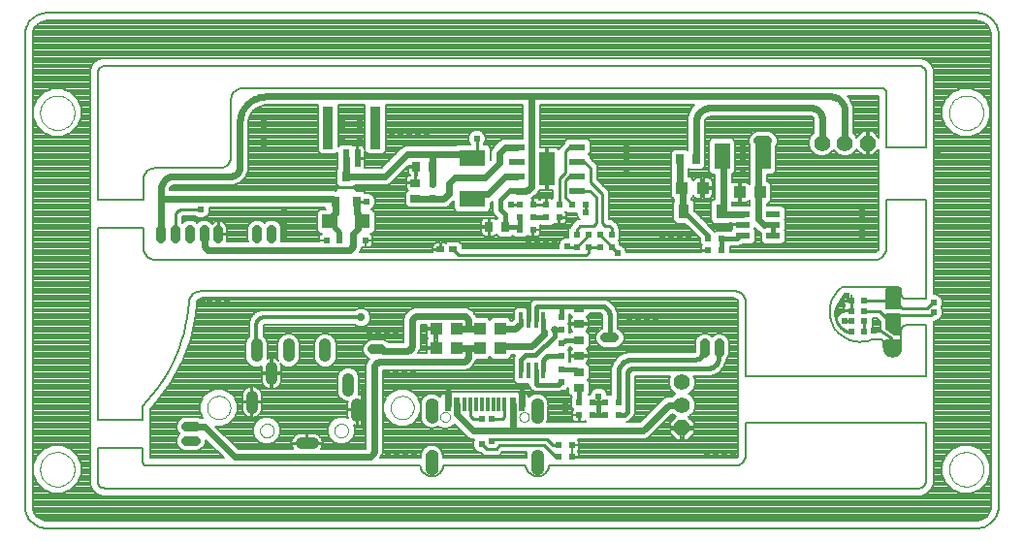
<source format=gtl>
G75*
G70*
%OFA0B0*%
%FSLAX24Y24*%
%IPPOS*%
%LPD*%
%AMOC8*
5,1,8,0,0,1.08239X$1,22.5*
%
%ADD10C,0.0050*%
%ADD11C,0.0000*%
%ADD12R,0.0197X0.0220*%
%ADD13R,0.0220X0.0197*%
%ADD14C,0.0450*%
%ADD15R,0.0236X0.0600*%
%ADD16R,0.0350X0.1450*%
%ADD17R,0.0394X0.0433*%
%ADD18R,0.0250X0.0197*%
%ADD19R,0.0472X0.0217*%
%ADD20R,0.0358X0.0480*%
%ADD21R,0.0551X0.0906*%
%ADD22R,0.0157X0.0551*%
%ADD23R,0.0354X0.0250*%
%ADD24R,0.0250X0.0354*%
%ADD25R,0.0315X0.0354*%
%ADD26R,0.0551X0.0236*%
%ADD27R,0.0551X0.1181*%
%ADD28R,0.0906X0.0551*%
%ADD29C,0.0400*%
%ADD30R,0.0050X0.0050*%
%ADD31R,0.0118X0.0450*%
%ADD32R,0.0236X0.0450*%
%ADD33C,0.0277*%
%ADD34C,0.0004*%
%ADD35C,0.0550*%
%ADD36OC8,0.0550*%
%ADD37C,0.0317*%
%ADD38C,0.0080*%
%ADD39C,0.0240*%
%ADD40C,0.0160*%
%ADD41C,0.0200*%
%ADD42C,0.0140*%
%ADD43C,0.0230*%
%ADD44C,0.0100*%
%ADD45C,0.0240*%
%ADD46C,0.0220*%
%ADD47C,0.0280*%
%ADD48C,0.0320*%
%ADD49C,0.0180*%
%ADD50C,0.0260*%
%ADD51C,0.0120*%
%ADD52C,0.0215*%
D10*
X001677Y000927D02*
X033631Y000927D01*
X033630Y000927D02*
X033684Y000929D01*
X033738Y000934D01*
X033791Y000943D01*
X033844Y000956D01*
X033895Y000973D01*
X033945Y000993D01*
X033993Y001017D01*
X034040Y001044D01*
X034085Y001075D01*
X034127Y001108D01*
X034167Y001145D01*
X034204Y001184D01*
X034238Y001226D01*
X034269Y001270D01*
X034297Y001316D01*
X034321Y001364D01*
X034342Y001414D01*
X034360Y001465D01*
X034374Y001517D01*
X034384Y001570D01*
X034390Y001624D01*
X034392Y001677D01*
X034392Y017896D01*
X034392Y017895D02*
X034390Y017949D01*
X034383Y018003D01*
X034373Y018056D01*
X034360Y018108D01*
X034342Y018159D01*
X034321Y018209D01*
X034297Y018257D01*
X034269Y018303D01*
X034237Y018347D01*
X034203Y018388D01*
X034166Y018427D01*
X034126Y018464D01*
X034084Y018497D01*
X034040Y018528D01*
X033993Y018555D01*
X033945Y018578D01*
X033895Y018599D01*
X033843Y018615D01*
X033791Y018628D01*
X033738Y018637D01*
X033684Y018643D01*
X033631Y018644D01*
X001677Y018644D01*
X001624Y018642D01*
X001570Y018637D01*
X001518Y018627D01*
X001466Y018614D01*
X001415Y018597D01*
X001366Y018577D01*
X001318Y018553D01*
X001272Y018526D01*
X001228Y018495D01*
X001186Y018462D01*
X001147Y018425D01*
X001111Y018386D01*
X001077Y018345D01*
X001046Y018301D01*
X001019Y018255D01*
X000995Y018207D01*
X000975Y018158D01*
X000958Y018107D01*
X000944Y018055D01*
X000935Y018003D01*
X000929Y017949D01*
X000927Y017896D01*
X000927Y001677D01*
X000929Y001623D01*
X000935Y001570D01*
X000944Y001518D01*
X000957Y001466D01*
X000974Y001415D01*
X000995Y001365D01*
X001019Y001318D01*
X001046Y001272D01*
X001077Y001228D01*
X001110Y001186D01*
X001147Y001147D01*
X001186Y001110D01*
X001228Y001077D01*
X001272Y001046D01*
X001318Y001019D01*
X001365Y000995D01*
X001415Y000974D01*
X001466Y000957D01*
X001518Y000944D01*
X001570Y000935D01*
X001623Y000929D01*
X001677Y000927D01*
X003677Y002305D02*
X031642Y002305D01*
X031672Y002307D01*
X031702Y002312D01*
X031731Y002321D01*
X031758Y002334D01*
X031784Y002349D01*
X031808Y002368D01*
X031829Y002389D01*
X031848Y002413D01*
X031863Y002439D01*
X031876Y002466D01*
X031885Y002495D01*
X031890Y002525D01*
X031892Y002555D01*
X031892Y004570D01*
X025710Y004570D01*
X025710Y003477D01*
X025708Y003438D01*
X025702Y003399D01*
X025693Y003361D01*
X025680Y003324D01*
X025663Y003288D01*
X025643Y003255D01*
X025619Y003223D01*
X025593Y003194D01*
X025564Y003168D01*
X025532Y003144D01*
X025499Y003124D01*
X025463Y003107D01*
X025426Y003094D01*
X025388Y003085D01*
X025349Y003079D01*
X025310Y003077D01*
X018928Y003077D01*
X018928Y003078D02*
X018923Y003039D01*
X018914Y003001D01*
X018901Y002964D01*
X018885Y002929D01*
X018865Y002895D01*
X018842Y002863D01*
X018816Y002834D01*
X018787Y002808D01*
X018756Y002785D01*
X018722Y002764D01*
X018687Y002748D01*
X018650Y002734D01*
X018613Y002725D01*
X018574Y002719D01*
X018535Y002717D01*
X018496Y002719D01*
X018457Y002725D01*
X018420Y002734D01*
X018383Y002748D01*
X018348Y002764D01*
X018314Y002785D01*
X018283Y002808D01*
X018254Y002834D01*
X018228Y002863D01*
X018205Y002895D01*
X018185Y002929D01*
X018169Y002964D01*
X018156Y003001D01*
X018147Y003039D01*
X018142Y003078D01*
X018141Y003077D02*
X015298Y003077D01*
X015298Y003078D02*
X015293Y003039D01*
X015284Y003001D01*
X015271Y002964D01*
X015255Y002929D01*
X015235Y002895D01*
X015212Y002863D01*
X015186Y002834D01*
X015157Y002808D01*
X015126Y002785D01*
X015092Y002764D01*
X015057Y002748D01*
X015020Y002734D01*
X014983Y002725D01*
X014944Y002719D01*
X014905Y002717D01*
X014866Y002719D01*
X014827Y002725D01*
X014790Y002734D01*
X014753Y002748D01*
X014718Y002764D01*
X014684Y002785D01*
X014653Y002808D01*
X014624Y002834D01*
X014598Y002863D01*
X014575Y002895D01*
X014555Y002929D01*
X014539Y002964D01*
X014526Y003001D01*
X014517Y003039D01*
X014512Y003078D01*
X014511Y003077D02*
X005110Y003077D01*
X005085Y003082D01*
X005062Y003091D01*
X005039Y003103D01*
X005019Y003118D01*
X005001Y003136D01*
X004986Y003156D01*
X004974Y003178D01*
X004965Y003202D01*
X004960Y003227D01*
X004958Y003252D01*
X004960Y003277D01*
X004960Y003683D01*
X003427Y003683D01*
X003427Y002527D01*
X003431Y002499D01*
X003438Y002471D01*
X003448Y002444D01*
X003461Y002419D01*
X003477Y002396D01*
X003496Y002374D01*
X003517Y002355D01*
X003541Y002339D01*
X003566Y002326D01*
X003593Y002316D01*
X003620Y002309D01*
X003648Y002305D01*
X003677Y002305D01*
X003427Y004671D02*
X004960Y004671D01*
X004960Y005127D01*
X003427Y004671D02*
X003427Y011245D01*
X004994Y011245D01*
X004994Y010564D01*
X004996Y010525D01*
X005002Y010486D01*
X005011Y010448D01*
X005024Y010411D01*
X005041Y010375D01*
X005061Y010342D01*
X005085Y010310D01*
X005111Y010281D01*
X005140Y010255D01*
X005172Y010231D01*
X005205Y010211D01*
X005241Y010194D01*
X005278Y010181D01*
X005316Y010172D01*
X005355Y010166D01*
X005394Y010164D01*
X030138Y010164D01*
X030177Y010166D01*
X030216Y010172D01*
X030254Y010181D01*
X030291Y010194D01*
X030327Y010211D01*
X030360Y010231D01*
X030392Y010255D01*
X030421Y010281D01*
X030447Y010310D01*
X030471Y010342D01*
X030491Y010375D01*
X030508Y010411D01*
X030521Y010448D01*
X030530Y010486D01*
X030536Y010525D01*
X030538Y010564D01*
X030538Y012220D01*
X031892Y012220D01*
X031892Y008810D01*
X031192Y008810D01*
X031169Y008814D01*
X031147Y008821D01*
X031126Y008831D01*
X031107Y008844D01*
X031090Y008860D01*
X031076Y008878D01*
X031064Y008898D01*
X031055Y008919D01*
X031049Y008941D01*
X031046Y008964D01*
X031047Y008987D01*
X031046Y008988D02*
X031046Y009050D01*
X030996Y009052D02*
X030992Y009079D01*
X030982Y009106D01*
X030967Y009129D01*
X030947Y009148D01*
X030923Y009163D01*
X030896Y009172D01*
X030546Y009172D01*
X030546Y008502D01*
X030996Y008502D01*
X030996Y009052D01*
X030993Y009075D02*
X030546Y009075D01*
X030546Y009027D02*
X030996Y009027D01*
X030996Y008978D02*
X030546Y008978D01*
X030546Y008930D02*
X030996Y008930D01*
X030996Y008881D02*
X030546Y008881D01*
X030546Y008833D02*
X030996Y008833D01*
X030996Y008784D02*
X030546Y008784D01*
X030546Y008736D02*
X030996Y008736D01*
X030996Y008687D02*
X030546Y008687D01*
X030546Y008639D02*
X030996Y008639D01*
X030996Y008590D02*
X030546Y008590D01*
X030546Y008542D02*
X030996Y008542D01*
X030996Y008302D02*
X030546Y008302D01*
X030546Y007787D01*
X030806Y007587D01*
X030996Y007587D01*
X030996Y008302D01*
X030996Y008299D02*
X030546Y008299D01*
X030546Y008251D02*
X030996Y008251D01*
X030996Y008202D02*
X030546Y008202D01*
X030546Y008154D02*
X030996Y008154D01*
X030996Y008105D02*
X030546Y008105D01*
X030546Y008057D02*
X030996Y008057D01*
X030996Y008008D02*
X030546Y008008D01*
X030546Y007960D02*
X030996Y007960D01*
X030996Y007911D02*
X030546Y007911D01*
X030546Y007863D02*
X030996Y007863D01*
X030996Y007814D02*
X030546Y007814D01*
X030573Y007766D02*
X030996Y007766D01*
X030996Y007717D02*
X030637Y007717D01*
X030700Y007669D02*
X030996Y007669D01*
X030996Y007620D02*
X030763Y007620D01*
X031046Y007761D02*
X031046Y007147D01*
X030996Y007135D02*
X030496Y007135D01*
X030496Y007087D02*
X030996Y007087D01*
X030996Y007038D02*
X030496Y007038D01*
X030496Y006990D02*
X030996Y006990D01*
X030996Y006987D02*
X030996Y007402D01*
X030496Y007402D01*
X030496Y006987D01*
X030526Y006939D01*
X030565Y006898D01*
X030611Y006866D01*
X030663Y006843D01*
X030718Y006832D01*
X030775Y006832D01*
X030830Y006843D01*
X030882Y006866D01*
X030928Y006898D01*
X030967Y006939D01*
X030996Y006987D01*
X030968Y006941D02*
X030524Y006941D01*
X030572Y006893D02*
X030921Y006893D01*
X030832Y006844D02*
X030661Y006844D01*
X030448Y007147D02*
X030450Y007114D01*
X030455Y007080D01*
X030465Y007048D01*
X030478Y007017D01*
X030494Y006988D01*
X030513Y006961D01*
X030536Y006936D01*
X030561Y006913D01*
X030588Y006894D01*
X030617Y006878D01*
X030648Y006865D01*
X030680Y006855D01*
X030714Y006850D01*
X030747Y006848D01*
X030780Y006850D01*
X030814Y006855D01*
X030846Y006865D01*
X030877Y006878D01*
X030906Y006894D01*
X030933Y006913D01*
X030958Y006936D01*
X030981Y006961D01*
X031000Y006988D01*
X031016Y007017D01*
X031029Y007048D01*
X031039Y007080D01*
X031044Y007114D01*
X031046Y007147D01*
X030996Y007184D02*
X030496Y007184D01*
X030496Y007232D02*
X030996Y007232D01*
X030996Y007281D02*
X030496Y007281D01*
X030496Y007329D02*
X030996Y007329D01*
X030996Y007378D02*
X030496Y007378D01*
X030447Y007260D02*
X030447Y007147D01*
X030447Y007260D02*
X030445Y007286D01*
X030440Y007311D01*
X030431Y007335D01*
X030418Y007357D01*
X030403Y007378D01*
X030385Y007396D01*
X030364Y007411D01*
X030342Y007424D01*
X030318Y007433D01*
X030293Y007438D01*
X030267Y007440D01*
X030071Y007440D01*
X031047Y007761D02*
X031050Y007784D01*
X031057Y007806D01*
X031067Y007827D01*
X031080Y007847D01*
X031095Y007864D01*
X031113Y007879D01*
X031133Y007891D01*
X031154Y007901D01*
X031177Y007907D01*
X031200Y007910D01*
X031223Y007909D01*
X031223Y007910D02*
X031892Y007910D01*
X031892Y006158D01*
X025710Y006158D01*
X025710Y008677D01*
X025708Y008716D01*
X025702Y008755D01*
X025693Y008793D01*
X025680Y008830D01*
X025663Y008866D01*
X025643Y008899D01*
X025619Y008931D01*
X025593Y008960D01*
X025564Y008986D01*
X025532Y009010D01*
X025499Y009030D01*
X025463Y009047D01*
X025426Y009060D01*
X025388Y009069D01*
X025349Y009075D01*
X025310Y009077D01*
X006960Y009077D01*
X006921Y009075D01*
X006882Y009069D01*
X006844Y009060D01*
X006807Y009047D01*
X006771Y009030D01*
X006738Y009010D01*
X006706Y008986D01*
X006677Y008960D01*
X006651Y008931D01*
X006627Y008899D01*
X006607Y008866D01*
X006590Y008830D01*
X006577Y008793D01*
X006568Y008755D01*
X006562Y008716D01*
X006560Y008677D01*
X006534Y008413D01*
X006496Y008151D01*
X006446Y007891D01*
X006384Y007633D01*
X006310Y007379D01*
X006224Y007129D01*
X006126Y006882D01*
X006017Y006641D01*
X005897Y006404D01*
X005767Y006174D01*
X005625Y005950D01*
X005473Y005733D01*
X005312Y005523D01*
X005141Y005321D01*
X004960Y005127D01*
X004994Y012233D02*
X003427Y012233D01*
X003427Y016586D01*
X003429Y016616D01*
X003434Y016646D01*
X003443Y016675D01*
X003456Y016702D01*
X003471Y016728D01*
X003490Y016752D01*
X003511Y016773D01*
X003535Y016792D01*
X003561Y016807D01*
X003588Y016820D01*
X003617Y016829D01*
X003647Y016834D01*
X003677Y016836D01*
X031642Y016836D01*
X031672Y016834D01*
X031702Y016829D01*
X031731Y016820D01*
X031758Y016807D01*
X031784Y016792D01*
X031808Y016773D01*
X031829Y016752D01*
X031848Y016728D01*
X031863Y016702D01*
X031876Y016675D01*
X031885Y016646D01*
X031890Y016616D01*
X031892Y016586D01*
X031892Y014008D01*
X030538Y014008D01*
X030538Y015914D01*
X030536Y015937D01*
X030531Y015960D01*
X030522Y015982D01*
X030509Y016002D01*
X030494Y016020D01*
X030476Y016035D01*
X030456Y016048D01*
X030434Y016057D01*
X030411Y016062D01*
X030388Y016064D01*
X008410Y016064D01*
X008371Y016062D01*
X008332Y016056D01*
X008294Y016047D01*
X008257Y016034D01*
X008221Y016017D01*
X008188Y015997D01*
X008156Y015973D01*
X008127Y015947D01*
X008101Y015918D01*
X008077Y015886D01*
X008057Y015853D01*
X008040Y015817D01*
X008027Y015780D01*
X008018Y015742D01*
X008012Y015703D01*
X008010Y015664D01*
X008010Y013714D01*
X008008Y013675D01*
X008002Y013636D01*
X007993Y013598D01*
X007980Y013561D01*
X007963Y013525D01*
X007943Y013492D01*
X007919Y013460D01*
X007893Y013431D01*
X007864Y013405D01*
X007832Y013381D01*
X007799Y013361D01*
X007763Y013344D01*
X007726Y013331D01*
X007688Y013322D01*
X007649Y013316D01*
X007610Y013314D01*
X005394Y013314D01*
X005355Y013312D01*
X005316Y013306D01*
X005278Y013297D01*
X005241Y013284D01*
X005205Y013267D01*
X005172Y013247D01*
X005140Y013223D01*
X005111Y013197D01*
X005085Y013168D01*
X005061Y013136D01*
X005041Y013103D01*
X005024Y013067D01*
X005011Y013030D01*
X005002Y012992D01*
X004996Y012953D01*
X004994Y012914D01*
X004994Y012233D01*
X029019Y009222D02*
X030896Y009222D01*
X030970Y009124D02*
X030546Y009124D01*
X030896Y009222D02*
X030919Y009218D01*
X030941Y009212D01*
X030962Y009203D01*
X030981Y009190D01*
X030999Y009175D01*
X031014Y009158D01*
X031026Y009139D01*
X031036Y009118D01*
X031042Y009096D01*
X031046Y009073D01*
X031046Y009050D01*
X030071Y007440D02*
X030014Y007414D01*
X029955Y007392D01*
X029895Y007374D01*
X029833Y007360D01*
X029771Y007349D01*
X029709Y007342D01*
X029646Y007338D01*
X029583Y007339D01*
X029520Y007343D01*
X029458Y007351D01*
X029396Y007363D01*
X029335Y007379D01*
X029275Y007398D01*
X029217Y007421D01*
X029160Y007447D01*
X029104Y007477D01*
X029051Y007510D01*
X028999Y007546D01*
X028950Y007585D01*
X028904Y007627D01*
X028859Y007672D01*
X028818Y007720D01*
X028780Y007770D01*
X028745Y007822D01*
X028713Y007876D01*
X028684Y007932D01*
X028659Y007990D01*
X028637Y008049D01*
X028619Y008109D01*
X028605Y008170D01*
X028594Y008232D01*
X028587Y008295D01*
X028584Y008358D01*
X028585Y008420D01*
X028589Y008483D01*
X028598Y008546D01*
X028610Y008607D01*
X028626Y008668D01*
X028645Y008728D01*
X028668Y008787D01*
X028695Y008844D01*
X028725Y008899D01*
X028758Y008952D01*
X028794Y009004D01*
X028834Y009053D01*
X028876Y009099D01*
X028921Y009143D01*
X028969Y009184D01*
X029019Y009222D01*
D11*
X032687Y015215D02*
X032689Y015263D01*
X032695Y015311D01*
X032705Y015358D01*
X032718Y015404D01*
X032736Y015449D01*
X032756Y015493D01*
X032781Y015535D01*
X032809Y015574D01*
X032839Y015611D01*
X032873Y015645D01*
X032910Y015677D01*
X032948Y015706D01*
X032989Y015731D01*
X033032Y015753D01*
X033077Y015771D01*
X033123Y015785D01*
X033170Y015796D01*
X033218Y015803D01*
X033266Y015806D01*
X033314Y015805D01*
X033362Y015800D01*
X033410Y015791D01*
X033456Y015779D01*
X033501Y015762D01*
X033545Y015742D01*
X033587Y015719D01*
X033627Y015692D01*
X033665Y015662D01*
X033700Y015629D01*
X033732Y015593D01*
X033762Y015555D01*
X033788Y015514D01*
X033810Y015471D01*
X033830Y015427D01*
X033845Y015382D01*
X033857Y015335D01*
X033865Y015287D01*
X033869Y015239D01*
X033869Y015191D01*
X033865Y015143D01*
X033857Y015095D01*
X033845Y015048D01*
X033830Y015003D01*
X033810Y014959D01*
X033788Y014916D01*
X033762Y014875D01*
X033732Y014837D01*
X033700Y014801D01*
X033665Y014768D01*
X033627Y014738D01*
X033587Y014711D01*
X033545Y014688D01*
X033501Y014668D01*
X033456Y014651D01*
X033410Y014639D01*
X033362Y014630D01*
X033314Y014625D01*
X033266Y014624D01*
X033218Y014627D01*
X033170Y014634D01*
X033123Y014645D01*
X033077Y014659D01*
X033032Y014677D01*
X032989Y014699D01*
X032948Y014724D01*
X032910Y014753D01*
X032873Y014785D01*
X032839Y014819D01*
X032809Y014856D01*
X032781Y014895D01*
X032756Y014937D01*
X032736Y014981D01*
X032718Y015026D01*
X032705Y015072D01*
X032695Y015119D01*
X032689Y015167D01*
X032687Y015215D01*
X017913Y004757D02*
X017915Y004782D01*
X017921Y004807D01*
X017930Y004830D01*
X017943Y004852D01*
X017959Y004871D01*
X017978Y004888D01*
X017999Y004902D01*
X018022Y004912D01*
X018047Y004919D01*
X018072Y004922D01*
X018097Y004921D01*
X018122Y004916D01*
X018145Y004908D01*
X018168Y004895D01*
X018188Y004880D01*
X018205Y004862D01*
X018220Y004841D01*
X018231Y004819D01*
X018239Y004795D01*
X018243Y004770D01*
X018243Y004744D01*
X018239Y004719D01*
X018231Y004695D01*
X018220Y004673D01*
X018205Y004652D01*
X018188Y004634D01*
X018168Y004619D01*
X018145Y004606D01*
X018122Y004598D01*
X018097Y004593D01*
X018072Y004592D01*
X018047Y004595D01*
X018022Y004602D01*
X017999Y004612D01*
X017978Y004626D01*
X017959Y004643D01*
X017943Y004662D01*
X017930Y004684D01*
X017921Y004707D01*
X017915Y004732D01*
X017913Y004757D01*
X015196Y004757D02*
X015198Y004782D01*
X015204Y004807D01*
X015213Y004830D01*
X015226Y004852D01*
X015242Y004871D01*
X015261Y004888D01*
X015282Y004902D01*
X015305Y004912D01*
X015330Y004919D01*
X015355Y004922D01*
X015380Y004921D01*
X015405Y004916D01*
X015428Y004908D01*
X015451Y004895D01*
X015471Y004880D01*
X015488Y004862D01*
X015503Y004841D01*
X015514Y004819D01*
X015522Y004795D01*
X015526Y004770D01*
X015526Y004744D01*
X015522Y004719D01*
X015514Y004695D01*
X015503Y004673D01*
X015488Y004652D01*
X015471Y004634D01*
X015451Y004619D01*
X015428Y004606D01*
X015405Y004598D01*
X015380Y004593D01*
X015355Y004592D01*
X015330Y004595D01*
X015305Y004602D01*
X015282Y004612D01*
X015261Y004626D01*
X015242Y004643D01*
X015226Y004662D01*
X015213Y004684D01*
X015204Y004707D01*
X015198Y004732D01*
X015196Y004757D01*
X013487Y005080D02*
X013489Y005120D01*
X013495Y005159D01*
X013505Y005198D01*
X013518Y005235D01*
X013536Y005271D01*
X013557Y005305D01*
X013581Y005337D01*
X013608Y005366D01*
X013638Y005393D01*
X013670Y005416D01*
X013705Y005436D01*
X013741Y005452D01*
X013779Y005465D01*
X013818Y005474D01*
X013857Y005479D01*
X013897Y005480D01*
X013937Y005477D01*
X013976Y005470D01*
X014014Y005459D01*
X014052Y005445D01*
X014087Y005426D01*
X014120Y005405D01*
X014152Y005380D01*
X014180Y005352D01*
X014206Y005322D01*
X014228Y005289D01*
X014247Y005254D01*
X014263Y005217D01*
X014275Y005179D01*
X014283Y005140D01*
X014287Y005100D01*
X014287Y005060D01*
X014283Y005020D01*
X014275Y004981D01*
X014263Y004943D01*
X014247Y004906D01*
X014228Y004871D01*
X014206Y004838D01*
X014180Y004808D01*
X014152Y004780D01*
X014120Y004755D01*
X014087Y004734D01*
X014052Y004715D01*
X014014Y004701D01*
X013976Y004690D01*
X013937Y004683D01*
X013897Y004680D01*
X013857Y004681D01*
X013818Y004686D01*
X013779Y004695D01*
X013741Y004708D01*
X013705Y004724D01*
X013670Y004744D01*
X013638Y004767D01*
X013608Y004794D01*
X013581Y004823D01*
X013557Y004855D01*
X013536Y004889D01*
X013518Y004925D01*
X013505Y004962D01*
X013495Y005001D01*
X013489Y005040D01*
X013487Y005080D01*
X011560Y004288D02*
X011562Y004318D01*
X011568Y004348D01*
X011577Y004377D01*
X011590Y004404D01*
X011607Y004429D01*
X011626Y004452D01*
X011649Y004473D01*
X011674Y004490D01*
X011700Y004504D01*
X011729Y004514D01*
X011758Y004521D01*
X011788Y004524D01*
X011819Y004523D01*
X011849Y004518D01*
X011878Y004509D01*
X011905Y004497D01*
X011931Y004482D01*
X011955Y004463D01*
X011976Y004441D01*
X011994Y004417D01*
X012009Y004390D01*
X012020Y004362D01*
X012028Y004333D01*
X012032Y004303D01*
X012032Y004273D01*
X012028Y004243D01*
X012020Y004214D01*
X012009Y004186D01*
X011994Y004159D01*
X011976Y004135D01*
X011955Y004113D01*
X011931Y004094D01*
X011905Y004079D01*
X011878Y004067D01*
X011849Y004058D01*
X011819Y004053D01*
X011788Y004052D01*
X011758Y004055D01*
X011729Y004062D01*
X011700Y004072D01*
X011674Y004086D01*
X011649Y004103D01*
X011626Y004124D01*
X011607Y004147D01*
X011590Y004172D01*
X011577Y004199D01*
X011568Y004228D01*
X011562Y004258D01*
X011560Y004288D01*
X009001Y004288D02*
X009003Y004318D01*
X009009Y004348D01*
X009018Y004377D01*
X009031Y004404D01*
X009048Y004429D01*
X009067Y004452D01*
X009090Y004473D01*
X009115Y004490D01*
X009141Y004504D01*
X009170Y004514D01*
X009199Y004521D01*
X009229Y004524D01*
X009260Y004523D01*
X009290Y004518D01*
X009319Y004509D01*
X009346Y004497D01*
X009372Y004482D01*
X009396Y004463D01*
X009417Y004441D01*
X009435Y004417D01*
X009450Y004390D01*
X009461Y004362D01*
X009469Y004333D01*
X009473Y004303D01*
X009473Y004273D01*
X009469Y004243D01*
X009461Y004214D01*
X009450Y004186D01*
X009435Y004159D01*
X009417Y004135D01*
X009396Y004113D01*
X009372Y004094D01*
X009346Y004079D01*
X009319Y004067D01*
X009290Y004058D01*
X009260Y004053D01*
X009229Y004052D01*
X009199Y004055D01*
X009170Y004062D01*
X009141Y004072D01*
X009115Y004086D01*
X009090Y004103D01*
X009067Y004124D01*
X009048Y004147D01*
X009031Y004172D01*
X009018Y004199D01*
X009009Y004228D01*
X009003Y004258D01*
X009001Y004288D01*
X007182Y005080D02*
X007184Y005120D01*
X007190Y005159D01*
X007200Y005198D01*
X007213Y005235D01*
X007231Y005271D01*
X007252Y005305D01*
X007276Y005337D01*
X007303Y005366D01*
X007333Y005393D01*
X007365Y005416D01*
X007400Y005436D01*
X007436Y005452D01*
X007474Y005465D01*
X007513Y005474D01*
X007552Y005479D01*
X007592Y005480D01*
X007632Y005477D01*
X007671Y005470D01*
X007709Y005459D01*
X007747Y005445D01*
X007782Y005426D01*
X007815Y005405D01*
X007847Y005380D01*
X007875Y005352D01*
X007901Y005322D01*
X007923Y005289D01*
X007942Y005254D01*
X007958Y005217D01*
X007970Y005179D01*
X007978Y005140D01*
X007982Y005100D01*
X007982Y005060D01*
X007978Y005020D01*
X007970Y004981D01*
X007958Y004943D01*
X007942Y004906D01*
X007923Y004871D01*
X007901Y004838D01*
X007875Y004808D01*
X007847Y004780D01*
X007815Y004755D01*
X007782Y004734D01*
X007747Y004715D01*
X007709Y004701D01*
X007671Y004690D01*
X007632Y004683D01*
X007592Y004680D01*
X007552Y004681D01*
X007513Y004686D01*
X007474Y004695D01*
X007436Y004708D01*
X007400Y004724D01*
X007365Y004744D01*
X007333Y004767D01*
X007303Y004794D01*
X007276Y004823D01*
X007252Y004855D01*
X007231Y004889D01*
X007213Y004925D01*
X007200Y004962D01*
X007190Y005001D01*
X007184Y005040D01*
X007182Y005080D01*
X001440Y002959D02*
X001442Y003007D01*
X001448Y003055D01*
X001458Y003102D01*
X001471Y003148D01*
X001489Y003193D01*
X001509Y003237D01*
X001534Y003279D01*
X001562Y003318D01*
X001592Y003355D01*
X001626Y003389D01*
X001663Y003421D01*
X001701Y003450D01*
X001742Y003475D01*
X001785Y003497D01*
X001830Y003515D01*
X001876Y003529D01*
X001923Y003540D01*
X001971Y003547D01*
X002019Y003550D01*
X002067Y003549D01*
X002115Y003544D01*
X002163Y003535D01*
X002209Y003523D01*
X002254Y003506D01*
X002298Y003486D01*
X002340Y003463D01*
X002380Y003436D01*
X002418Y003406D01*
X002453Y003373D01*
X002485Y003337D01*
X002515Y003299D01*
X002541Y003258D01*
X002563Y003215D01*
X002583Y003171D01*
X002598Y003126D01*
X002610Y003079D01*
X002618Y003031D01*
X002622Y002983D01*
X002622Y002935D01*
X002618Y002887D01*
X002610Y002839D01*
X002598Y002792D01*
X002583Y002747D01*
X002563Y002703D01*
X002541Y002660D01*
X002515Y002619D01*
X002485Y002581D01*
X002453Y002545D01*
X002418Y002512D01*
X002380Y002482D01*
X002340Y002455D01*
X002298Y002432D01*
X002254Y002412D01*
X002209Y002395D01*
X002163Y002383D01*
X002115Y002374D01*
X002067Y002369D01*
X002019Y002368D01*
X001971Y002371D01*
X001923Y002378D01*
X001876Y002389D01*
X001830Y002403D01*
X001785Y002421D01*
X001742Y002443D01*
X001701Y002468D01*
X001663Y002497D01*
X001626Y002529D01*
X001592Y002563D01*
X001562Y002600D01*
X001534Y002639D01*
X001509Y002681D01*
X001489Y002725D01*
X001471Y002770D01*
X001458Y002816D01*
X001448Y002863D01*
X001442Y002911D01*
X001440Y002959D01*
X001440Y015215D02*
X001442Y015263D01*
X001448Y015311D01*
X001458Y015358D01*
X001471Y015404D01*
X001489Y015449D01*
X001509Y015493D01*
X001534Y015535D01*
X001562Y015574D01*
X001592Y015611D01*
X001626Y015645D01*
X001663Y015677D01*
X001701Y015706D01*
X001742Y015731D01*
X001785Y015753D01*
X001830Y015771D01*
X001876Y015785D01*
X001923Y015796D01*
X001971Y015803D01*
X002019Y015806D01*
X002067Y015805D01*
X002115Y015800D01*
X002163Y015791D01*
X002209Y015779D01*
X002254Y015762D01*
X002298Y015742D01*
X002340Y015719D01*
X002380Y015692D01*
X002418Y015662D01*
X002453Y015629D01*
X002485Y015593D01*
X002515Y015555D01*
X002541Y015514D01*
X002563Y015471D01*
X002583Y015427D01*
X002598Y015382D01*
X002610Y015335D01*
X002618Y015287D01*
X002622Y015239D01*
X002622Y015191D01*
X002618Y015143D01*
X002610Y015095D01*
X002598Y015048D01*
X002583Y015003D01*
X002563Y014959D01*
X002541Y014916D01*
X002515Y014875D01*
X002485Y014837D01*
X002453Y014801D01*
X002418Y014768D01*
X002380Y014738D01*
X002340Y014711D01*
X002298Y014688D01*
X002254Y014668D01*
X002209Y014651D01*
X002163Y014639D01*
X002115Y014630D01*
X002067Y014625D01*
X002019Y014624D01*
X001971Y014627D01*
X001923Y014634D01*
X001876Y014645D01*
X001830Y014659D01*
X001785Y014677D01*
X001742Y014699D01*
X001701Y014724D01*
X001663Y014753D01*
X001626Y014785D01*
X001592Y014819D01*
X001562Y014856D01*
X001534Y014895D01*
X001509Y014937D01*
X001489Y014981D01*
X001471Y015026D01*
X001458Y015072D01*
X001448Y015119D01*
X001442Y015167D01*
X001440Y015215D01*
X032687Y002959D02*
X032689Y003007D01*
X032695Y003055D01*
X032705Y003102D01*
X032718Y003148D01*
X032736Y003193D01*
X032756Y003237D01*
X032781Y003279D01*
X032809Y003318D01*
X032839Y003355D01*
X032873Y003389D01*
X032910Y003421D01*
X032948Y003450D01*
X032989Y003475D01*
X033032Y003497D01*
X033077Y003515D01*
X033123Y003529D01*
X033170Y003540D01*
X033218Y003547D01*
X033266Y003550D01*
X033314Y003549D01*
X033362Y003544D01*
X033410Y003535D01*
X033456Y003523D01*
X033501Y003506D01*
X033545Y003486D01*
X033587Y003463D01*
X033627Y003436D01*
X033665Y003406D01*
X033700Y003373D01*
X033732Y003337D01*
X033762Y003299D01*
X033788Y003258D01*
X033810Y003215D01*
X033830Y003171D01*
X033845Y003126D01*
X033857Y003079D01*
X033865Y003031D01*
X033869Y002983D01*
X033869Y002935D01*
X033865Y002887D01*
X033857Y002839D01*
X033845Y002792D01*
X033830Y002747D01*
X033810Y002703D01*
X033788Y002660D01*
X033762Y002619D01*
X033732Y002581D01*
X033700Y002545D01*
X033665Y002512D01*
X033627Y002482D01*
X033587Y002455D01*
X033545Y002432D01*
X033501Y002412D01*
X033456Y002395D01*
X033410Y002383D01*
X033362Y002374D01*
X033314Y002369D01*
X033266Y002368D01*
X033218Y002371D01*
X033170Y002378D01*
X033123Y002389D01*
X033077Y002403D01*
X033032Y002421D01*
X032989Y002443D01*
X032948Y002468D01*
X032910Y002497D01*
X032873Y002529D01*
X032839Y002563D01*
X032809Y002600D01*
X032781Y002639D01*
X032756Y002681D01*
X032736Y002725D01*
X032718Y002770D01*
X032705Y002816D01*
X032695Y002863D01*
X032689Y002911D01*
X032687Y002959D01*
D12*
X019358Y005958D03*
X019358Y006405D03*
X019358Y006849D03*
X019358Y007295D03*
X019358Y007749D03*
X019358Y008195D03*
X019884Y010592D03*
X020284Y010592D03*
X020684Y010592D03*
X021084Y010592D03*
X021084Y011038D03*
X020684Y011038D03*
X020284Y011038D03*
X019884Y011038D03*
X014944Y012305D03*
X014944Y012752D03*
D13*
X017942Y012047D03*
X017942Y011616D03*
X017942Y011190D03*
X018389Y011190D03*
X018389Y011616D03*
X018842Y011616D03*
X019289Y011616D03*
X019289Y012047D03*
X018842Y012047D03*
X018389Y012047D03*
X019742Y012047D03*
X020189Y012047D03*
X024412Y010888D03*
X024859Y010888D03*
X024859Y010477D03*
X024412Y010477D03*
X029323Y008762D03*
X029770Y008762D03*
X029770Y008402D03*
X029770Y008042D03*
X029323Y008042D03*
X029323Y008402D03*
X029323Y007682D03*
X029770Y007682D03*
X021315Y005249D03*
X020868Y005249D03*
X020868Y004823D03*
X021315Y004823D03*
X020421Y004823D03*
X019974Y004823D03*
X019974Y005249D03*
X020421Y005249D03*
X019724Y003789D03*
X019278Y003789D03*
X019278Y003379D03*
X019724Y003379D03*
X012628Y010827D03*
X012182Y010827D03*
X011728Y010827D03*
X011282Y010827D03*
D14*
X030746Y008752D03*
X030746Y007952D03*
X030746Y007152D03*
D15*
X012353Y013647D03*
X011959Y013647D03*
D16*
X011347Y014692D03*
X012964Y014692D03*
D17*
X023509Y012627D03*
X024219Y012627D03*
X025493Y012477D03*
X026203Y012477D03*
X017262Y007780D03*
X016553Y007780D03*
X015762Y007781D03*
X015053Y007781D03*
X015053Y007130D03*
X015762Y007130D03*
X016553Y007130D03*
X017262Y007130D03*
D18*
X015645Y010512D03*
X015205Y010512D03*
D19*
X025610Y010988D03*
X025610Y011362D03*
X025610Y011736D03*
X026634Y011736D03*
X026634Y011362D03*
X026634Y010988D03*
D20*
X024859Y011827D03*
X023569Y011827D03*
X012600Y011477D03*
X011310Y011477D03*
D21*
X024887Y013712D03*
X026284Y013712D03*
D22*
X018742Y008080D03*
X018486Y008080D03*
X018230Y008080D03*
X017974Y008080D03*
X017974Y006347D03*
X018230Y006347D03*
X018486Y006347D03*
X018742Y006347D03*
D23*
X019970Y006301D03*
X019970Y005754D03*
X019972Y006854D03*
X019972Y007401D03*
X019972Y007954D03*
X019972Y008501D03*
X014341Y012255D03*
X014341Y012802D03*
D24*
X014369Y013355D03*
X014915Y013355D03*
X016872Y011289D03*
X017418Y011289D03*
X023441Y013612D03*
X023988Y013612D03*
D25*
X012329Y012154D03*
X011581Y012154D03*
X011955Y013010D03*
D26*
X017822Y013038D03*
X017822Y012538D03*
X017822Y013538D03*
X017822Y014038D03*
X019909Y014038D03*
X019909Y013538D03*
X019909Y013038D03*
X019909Y012538D03*
D27*
X018866Y013288D03*
D28*
X016292Y013660D03*
X016292Y012262D03*
D29*
X011245Y007244D02*
X011245Y006844D01*
X009985Y006844D02*
X009985Y007244D01*
X008883Y007244D02*
X008883Y006844D01*
X009395Y006457D02*
X009395Y006057D01*
X008725Y005473D02*
X008725Y005073D01*
X010415Y003855D02*
X010815Y003855D01*
X012347Y004797D02*
X012347Y005197D01*
X012033Y005663D02*
X012033Y006063D01*
D30*
X010615Y004011D03*
X006527Y003931D03*
X005605Y011140D03*
X008906Y011140D03*
X023610Y005951D03*
X024297Y007227D03*
X028319Y014268D03*
D31*
X017409Y005203D03*
X017212Y005203D03*
X017015Y005203D03*
X016818Y005203D03*
X016621Y005203D03*
X016424Y005203D03*
X016228Y005203D03*
X016031Y005203D03*
D32*
X015755Y005203D03*
X015450Y005203D03*
X017684Y005203D03*
X017989Y005203D03*
D33*
X018535Y004978D03*
X018535Y003206D03*
X014905Y003206D03*
X014905Y004978D03*
D34*
X014708Y004978D02*
X015102Y004978D01*
X015102Y004976D02*
X014708Y004976D01*
X014708Y004973D02*
X015102Y004973D01*
X015102Y004971D02*
X014708Y004971D01*
X014708Y004968D02*
X015102Y004968D01*
X015102Y004966D02*
X014708Y004966D01*
X014708Y004963D02*
X015102Y004963D01*
X015102Y004961D02*
X014708Y004961D01*
X014708Y004959D02*
X015102Y004959D01*
X015102Y004956D02*
X014708Y004956D01*
X014708Y004954D02*
X015102Y004954D01*
X015102Y004951D02*
X014708Y004951D01*
X014708Y004949D02*
X015102Y004949D01*
X015102Y004946D02*
X014708Y004946D01*
X014708Y004944D02*
X015102Y004944D01*
X015102Y004942D02*
X014708Y004942D01*
X014708Y004939D02*
X015102Y004939D01*
X015102Y004937D02*
X014708Y004937D01*
X014708Y004934D02*
X015102Y004934D01*
X015102Y004932D02*
X014708Y004932D01*
X014708Y004929D02*
X015102Y004929D01*
X015102Y004927D02*
X014708Y004927D01*
X014708Y004924D02*
X015102Y004924D01*
X015102Y004922D02*
X014708Y004922D01*
X014708Y004920D02*
X015102Y004920D01*
X015102Y004917D02*
X014708Y004917D01*
X014708Y004915D02*
X015102Y004915D01*
X015102Y004912D02*
X014708Y004912D01*
X014708Y004910D02*
X015102Y004910D01*
X015102Y004907D02*
X014708Y004907D01*
X014708Y004905D02*
X015102Y004905D01*
X015102Y004903D02*
X014708Y004903D01*
X014708Y004900D02*
X015102Y004900D01*
X015102Y004898D02*
X014708Y004898D01*
X014708Y004895D02*
X015102Y004895D01*
X015102Y004893D02*
X014708Y004893D01*
X014708Y004890D02*
X015102Y004890D01*
X015102Y004888D02*
X014708Y004888D01*
X014708Y004886D02*
X015102Y004886D01*
X015102Y004883D02*
X014708Y004883D01*
X014708Y004881D02*
X015102Y004881D01*
X015102Y004878D02*
X014708Y004878D01*
X014708Y004876D02*
X015102Y004876D01*
X015102Y004873D02*
X014708Y004873D01*
X014708Y004871D02*
X015102Y004871D01*
X015102Y004868D02*
X014708Y004868D01*
X014708Y004866D02*
X015102Y004866D01*
X015102Y004864D02*
X014708Y004864D01*
X014708Y004861D02*
X015102Y004861D01*
X015102Y004859D02*
X014708Y004859D01*
X014708Y004856D02*
X015102Y004856D01*
X015102Y004854D02*
X014708Y004854D01*
X014708Y004851D02*
X015102Y004851D01*
X015102Y004849D02*
X014708Y004849D01*
X014708Y004847D02*
X015102Y004847D01*
X015102Y004844D02*
X014708Y004844D01*
X014708Y004842D02*
X015102Y004842D01*
X015102Y004839D02*
X014708Y004839D01*
X014708Y004837D02*
X015102Y004837D01*
X015102Y004834D02*
X014708Y004834D01*
X014708Y004832D02*
X015102Y004832D01*
X015102Y004829D02*
X014708Y004829D01*
X014708Y004827D02*
X015102Y004827D01*
X015102Y004825D02*
X014708Y004825D01*
X014708Y004822D02*
X015102Y004822D01*
X015102Y004820D02*
X014708Y004820D01*
X014708Y004817D02*
X015102Y004817D01*
X015102Y004815D02*
X014708Y004815D01*
X014708Y004812D02*
X015102Y004812D01*
X015102Y004810D02*
X014708Y004810D01*
X014708Y004808D02*
X015102Y004808D01*
X015102Y004805D02*
X014708Y004805D01*
X014708Y004803D02*
X015102Y004803D01*
X015102Y004800D02*
X014708Y004800D01*
X014708Y004798D02*
X015102Y004798D01*
X015102Y004795D02*
X014708Y004795D01*
X014708Y004793D02*
X015102Y004793D01*
X015102Y004790D02*
X014708Y004790D01*
X014708Y004788D02*
X015102Y004788D01*
X015102Y004786D02*
X014708Y004786D01*
X014708Y004783D02*
X015102Y004783D01*
X015102Y004781D02*
X014708Y004781D01*
X014708Y004778D02*
X015102Y004778D01*
X015102Y004776D02*
X014708Y004776D01*
X014708Y004773D02*
X015102Y004773D01*
X015102Y004771D02*
X014708Y004771D01*
X014708Y004769D02*
X015102Y004769D01*
X015102Y004766D02*
X014708Y004766D01*
X014708Y004764D02*
X015102Y004764D01*
X015102Y004761D02*
X015097Y004717D01*
X014713Y004717D01*
X014708Y004761D01*
X015102Y004761D01*
X015102Y005194D01*
X015097Y005238D01*
X015082Y005280D01*
X015059Y005317D01*
X014751Y005317D01*
X014782Y005348D01*
X014819Y005372D01*
X014861Y005386D01*
X014905Y005391D01*
X014949Y005386D01*
X014990Y005372D01*
X015027Y005348D01*
X015059Y005317D01*
X015060Y005314D02*
X014749Y005314D01*
X014748Y005312D02*
X015062Y005312D01*
X015063Y005310D02*
X014746Y005310D01*
X014745Y005307D02*
X015065Y005307D01*
X015066Y005305D02*
X014743Y005305D01*
X014742Y005302D02*
X015068Y005302D01*
X015069Y005300D02*
X014740Y005300D01*
X014738Y005297D02*
X015071Y005297D01*
X015073Y005295D02*
X014737Y005295D01*
X014735Y005293D02*
X015074Y005293D01*
X015076Y005290D02*
X014734Y005290D01*
X014732Y005288D02*
X015077Y005288D01*
X015079Y005285D02*
X014731Y005285D01*
X014729Y005283D02*
X015080Y005283D01*
X015082Y005280D02*
X014728Y005280D01*
X014727Y005280D02*
X014751Y005317D01*
X014753Y005319D02*
X015056Y005319D01*
X015054Y005322D02*
X014756Y005322D01*
X014758Y005324D02*
X015051Y005324D01*
X015049Y005327D02*
X014760Y005327D01*
X014763Y005329D02*
X015047Y005329D01*
X015044Y005332D02*
X014765Y005332D01*
X014768Y005334D02*
X015042Y005334D01*
X015039Y005336D02*
X014770Y005336D01*
X014773Y005339D02*
X015037Y005339D01*
X015034Y005341D02*
X014775Y005341D01*
X014777Y005344D02*
X015032Y005344D01*
X015030Y005346D02*
X014780Y005346D01*
X014783Y005349D02*
X015027Y005349D01*
X015023Y005351D02*
X014786Y005351D01*
X014790Y005353D02*
X015019Y005353D01*
X015015Y005356D02*
X014794Y005356D01*
X014798Y005358D02*
X015011Y005358D01*
X015008Y005361D02*
X014802Y005361D01*
X014806Y005363D02*
X015004Y005363D01*
X015000Y005366D02*
X014810Y005366D01*
X014814Y005368D02*
X014996Y005368D01*
X014992Y005371D02*
X014817Y005371D01*
X014823Y005373D02*
X014987Y005373D01*
X014980Y005375D02*
X014830Y005375D01*
X014837Y005378D02*
X014973Y005378D01*
X014966Y005380D02*
X014844Y005380D01*
X014851Y005383D02*
X014959Y005383D01*
X014952Y005385D02*
X014858Y005385D01*
X014873Y005388D02*
X014937Y005388D01*
X014915Y005390D02*
X014894Y005390D01*
X014727Y005280D02*
X014713Y005238D01*
X014708Y005194D01*
X014708Y004761D01*
X014708Y004759D02*
X015101Y004759D01*
X015101Y004756D02*
X014708Y004756D01*
X014709Y004754D02*
X015101Y004754D01*
X015100Y004751D02*
X014709Y004751D01*
X014709Y004749D02*
X015100Y004749D01*
X015100Y004747D02*
X014710Y004747D01*
X014710Y004744D02*
X015100Y004744D01*
X015099Y004742D02*
X014710Y004742D01*
X014710Y004739D02*
X015099Y004739D01*
X015099Y004737D02*
X014711Y004737D01*
X014711Y004734D02*
X015099Y004734D01*
X015098Y004732D02*
X014711Y004732D01*
X014711Y004730D02*
X015098Y004730D01*
X015098Y004727D02*
X014712Y004727D01*
X014712Y004725D02*
X015097Y004725D01*
X015097Y004722D02*
X014712Y004722D01*
X014713Y004720D02*
X015097Y004720D01*
X015097Y004717D02*
X015082Y004676D01*
X014727Y004676D01*
X014713Y004717D01*
X014714Y004715D02*
X015096Y004715D01*
X015095Y004712D02*
X014715Y004712D01*
X014715Y004710D02*
X015094Y004710D01*
X015093Y004708D02*
X014716Y004708D01*
X014717Y004705D02*
X015092Y004705D01*
X015091Y004703D02*
X014718Y004703D01*
X014719Y004700D02*
X015091Y004700D01*
X015090Y004698D02*
X014720Y004698D01*
X014721Y004695D02*
X015089Y004695D01*
X015088Y004693D02*
X014721Y004693D01*
X014722Y004691D02*
X015087Y004691D01*
X015086Y004688D02*
X014723Y004688D01*
X014724Y004686D02*
X015086Y004686D01*
X015085Y004683D02*
X014725Y004683D01*
X014726Y004681D02*
X015084Y004681D01*
X015083Y004678D02*
X014726Y004678D01*
X014727Y004676D02*
X014751Y004639D01*
X014782Y004607D01*
X014819Y004584D01*
X014861Y004569D01*
X014905Y004564D01*
X014949Y004569D01*
X014990Y004584D01*
X015027Y004607D01*
X015059Y004639D01*
X014750Y004639D01*
X014749Y004642D02*
X015061Y004642D01*
X015062Y004644D02*
X014747Y004644D01*
X014746Y004647D02*
X015064Y004647D01*
X015065Y004649D02*
X014744Y004649D01*
X014743Y004652D02*
X015067Y004652D01*
X015068Y004654D02*
X014741Y004654D01*
X014740Y004656D02*
X015070Y004656D01*
X015071Y004659D02*
X014738Y004659D01*
X014737Y004661D02*
X015073Y004661D01*
X015074Y004664D02*
X014735Y004664D01*
X014733Y004666D02*
X015076Y004666D01*
X015078Y004669D02*
X014732Y004669D01*
X014730Y004671D02*
X015079Y004671D01*
X015081Y004673D02*
X014729Y004673D01*
X014752Y004637D02*
X015057Y004637D01*
X015059Y004639D02*
X015082Y004676D01*
X015055Y004634D02*
X014755Y004634D01*
X014757Y004632D02*
X015052Y004632D01*
X015050Y004630D02*
X014760Y004630D01*
X014762Y004627D02*
X015047Y004627D01*
X015045Y004625D02*
X014765Y004625D01*
X014767Y004622D02*
X015042Y004622D01*
X015040Y004620D02*
X014770Y004620D01*
X014772Y004617D02*
X015038Y004617D01*
X015035Y004615D02*
X014774Y004615D01*
X014777Y004613D02*
X015033Y004613D01*
X015030Y004610D02*
X014779Y004610D01*
X014782Y004608D02*
X015028Y004608D01*
X015024Y004605D02*
X014785Y004605D01*
X014789Y004603D02*
X015020Y004603D01*
X015016Y004600D02*
X014793Y004600D01*
X014797Y004598D02*
X015012Y004598D01*
X015009Y004595D02*
X014801Y004595D01*
X014805Y004593D02*
X015005Y004593D01*
X015001Y004591D02*
X014809Y004591D01*
X014813Y004588D02*
X014997Y004588D01*
X014993Y004586D02*
X014816Y004586D01*
X014821Y004583D02*
X014988Y004583D01*
X014981Y004581D02*
X014828Y004581D01*
X014835Y004578D02*
X014974Y004578D01*
X014967Y004576D02*
X014842Y004576D01*
X014849Y004574D02*
X014960Y004574D01*
X014954Y004571D02*
X014856Y004571D01*
X014867Y004569D02*
X014942Y004569D01*
X014921Y004566D02*
X014889Y004566D01*
X014708Y004981D02*
X015102Y004981D01*
X015102Y004983D02*
X014708Y004983D01*
X014708Y004985D02*
X015102Y004985D01*
X015102Y004988D02*
X014708Y004988D01*
X014708Y004990D02*
X015102Y004990D01*
X015102Y004993D02*
X014708Y004993D01*
X014708Y004995D02*
X015102Y004995D01*
X015102Y004998D02*
X014708Y004998D01*
X014708Y005000D02*
X015102Y005000D01*
X015102Y005002D02*
X014708Y005002D01*
X014708Y005005D02*
X015102Y005005D01*
X015102Y005007D02*
X014708Y005007D01*
X014708Y005010D02*
X015102Y005010D01*
X015102Y005012D02*
X014708Y005012D01*
X014708Y005015D02*
X015102Y005015D01*
X015102Y005017D02*
X014708Y005017D01*
X014708Y005020D02*
X015102Y005020D01*
X015102Y005022D02*
X014708Y005022D01*
X014708Y005024D02*
X015102Y005024D01*
X015102Y005027D02*
X014708Y005027D01*
X014708Y005029D02*
X015102Y005029D01*
X015102Y005032D02*
X014708Y005032D01*
X014708Y005034D02*
X015102Y005034D01*
X015102Y005037D02*
X014708Y005037D01*
X014708Y005039D02*
X015102Y005039D01*
X015102Y005041D02*
X014708Y005041D01*
X014708Y005044D02*
X015102Y005044D01*
X015102Y005046D02*
X014708Y005046D01*
X014708Y005049D02*
X015102Y005049D01*
X015102Y005051D02*
X014708Y005051D01*
X014708Y005054D02*
X015102Y005054D01*
X015102Y005056D02*
X014708Y005056D01*
X014708Y005059D02*
X015102Y005059D01*
X015102Y005061D02*
X014708Y005061D01*
X014708Y005063D02*
X015102Y005063D01*
X015102Y005066D02*
X014708Y005066D01*
X014708Y005068D02*
X015102Y005068D01*
X015102Y005071D02*
X014708Y005071D01*
X014708Y005073D02*
X015102Y005073D01*
X015102Y005076D02*
X014708Y005076D01*
X014708Y005078D02*
X015102Y005078D01*
X015102Y005080D02*
X014708Y005080D01*
X014708Y005083D02*
X015102Y005083D01*
X015102Y005085D02*
X014708Y005085D01*
X014708Y005088D02*
X015102Y005088D01*
X015102Y005090D02*
X014708Y005090D01*
X014708Y005093D02*
X015102Y005093D01*
X015102Y005095D02*
X014708Y005095D01*
X014708Y005098D02*
X015102Y005098D01*
X015102Y005100D02*
X014708Y005100D01*
X014708Y005102D02*
X015102Y005102D01*
X015102Y005105D02*
X014708Y005105D01*
X014708Y005107D02*
X015102Y005107D01*
X015102Y005110D02*
X014708Y005110D01*
X014708Y005112D02*
X015102Y005112D01*
X015102Y005115D02*
X014708Y005115D01*
X014708Y005117D02*
X015102Y005117D01*
X015102Y005119D02*
X014708Y005119D01*
X014708Y005122D02*
X015102Y005122D01*
X015102Y005124D02*
X014708Y005124D01*
X014708Y005127D02*
X015102Y005127D01*
X015102Y005129D02*
X014708Y005129D01*
X014708Y005132D02*
X015102Y005132D01*
X015102Y005134D02*
X014708Y005134D01*
X014708Y005137D02*
X015102Y005137D01*
X015102Y005139D02*
X014708Y005139D01*
X014708Y005141D02*
X015102Y005141D01*
X015102Y005144D02*
X014708Y005144D01*
X014708Y005146D02*
X015102Y005146D01*
X015102Y005149D02*
X014708Y005149D01*
X014708Y005151D02*
X015102Y005151D01*
X015102Y005154D02*
X014708Y005154D01*
X014708Y005156D02*
X015102Y005156D01*
X015102Y005158D02*
X014708Y005158D01*
X014708Y005161D02*
X015102Y005161D01*
X015102Y005163D02*
X014708Y005163D01*
X014708Y005166D02*
X015102Y005166D01*
X015102Y005168D02*
X014708Y005168D01*
X014708Y005171D02*
X015102Y005171D01*
X015102Y005173D02*
X014708Y005173D01*
X014708Y005176D02*
X015102Y005176D01*
X015102Y005178D02*
X014708Y005178D01*
X014708Y005180D02*
X015102Y005180D01*
X015102Y005183D02*
X014708Y005183D01*
X014708Y005185D02*
X015102Y005185D01*
X015102Y005188D02*
X014708Y005188D01*
X014708Y005190D02*
X015102Y005190D01*
X015102Y005193D02*
X014708Y005193D01*
X014708Y005195D02*
X015101Y005195D01*
X015101Y005197D02*
X014708Y005197D01*
X014709Y005200D02*
X015101Y005200D01*
X015101Y005202D02*
X014709Y005202D01*
X014709Y005205D02*
X015100Y005205D01*
X015100Y005207D02*
X014709Y005207D01*
X014710Y005210D02*
X015100Y005210D01*
X015100Y005212D02*
X014710Y005212D01*
X014710Y005215D02*
X015099Y005215D01*
X015099Y005217D02*
X014710Y005217D01*
X014711Y005219D02*
X015099Y005219D01*
X015098Y005222D02*
X014711Y005222D01*
X014711Y005224D02*
X015098Y005224D01*
X015098Y005227D02*
X014712Y005227D01*
X014712Y005229D02*
X015098Y005229D01*
X015097Y005232D02*
X014712Y005232D01*
X014712Y005234D02*
X015097Y005234D01*
X015097Y005236D02*
X014713Y005236D01*
X014713Y005239D02*
X015096Y005239D01*
X015096Y005241D02*
X014714Y005241D01*
X014715Y005244D02*
X015095Y005244D01*
X015094Y005246D02*
X014716Y005246D01*
X014716Y005249D02*
X015093Y005249D01*
X015092Y005251D02*
X014717Y005251D01*
X014718Y005254D02*
X015091Y005254D01*
X015090Y005256D02*
X014719Y005256D01*
X014720Y005258D02*
X015090Y005258D01*
X015089Y005261D02*
X014721Y005261D01*
X014722Y005263D02*
X015088Y005263D01*
X015087Y005266D02*
X014722Y005266D01*
X014723Y005268D02*
X015086Y005268D01*
X015085Y005271D02*
X014724Y005271D01*
X014725Y005273D02*
X015084Y005273D01*
X015084Y005275D02*
X014726Y005275D01*
X014727Y005278D02*
X015083Y005278D01*
X014905Y003620D02*
X014949Y003615D01*
X014990Y003600D01*
X015027Y003577D01*
X014782Y003577D01*
X014819Y003600D01*
X014861Y003615D01*
X014905Y003620D01*
X014917Y003618D02*
X014892Y003618D01*
X014871Y003616D02*
X014939Y003616D01*
X014952Y003613D02*
X014857Y003613D01*
X014850Y003611D02*
X014959Y003611D01*
X014966Y003608D02*
X014843Y003608D01*
X014836Y003606D02*
X014973Y003606D01*
X014980Y003604D02*
X014829Y003604D01*
X014822Y003601D02*
X014987Y003601D01*
X014992Y003599D02*
X014817Y003599D01*
X014813Y003596D02*
X014996Y003596D01*
X015000Y003594D02*
X014809Y003594D01*
X014805Y003591D02*
X015004Y003591D01*
X015008Y003589D02*
X014802Y003589D01*
X014798Y003586D02*
X015012Y003586D01*
X015016Y003584D02*
X014794Y003584D01*
X014790Y003582D02*
X015020Y003582D01*
X015023Y003579D02*
X014786Y003579D01*
X014782Y003577D02*
X014751Y003545D01*
X015059Y003545D01*
X015082Y003508D01*
X015097Y003466D01*
X015102Y003423D01*
X014708Y003423D01*
X014713Y003466D01*
X014727Y003508D01*
X014751Y003545D01*
X014753Y003547D02*
X015057Y003547D01*
X015059Y003545D02*
X015027Y003577D01*
X015030Y003574D02*
X014780Y003574D01*
X014777Y003572D02*
X015032Y003572D01*
X015035Y003569D02*
X014775Y003569D01*
X014772Y003567D02*
X015037Y003567D01*
X015040Y003565D02*
X014770Y003565D01*
X014767Y003562D02*
X015042Y003562D01*
X015044Y003560D02*
X014765Y003560D01*
X014763Y003557D02*
X015047Y003557D01*
X015049Y003555D02*
X014760Y003555D01*
X014758Y003552D02*
X015052Y003552D01*
X015054Y003550D02*
X014755Y003550D01*
X014749Y003543D02*
X015060Y003543D01*
X015062Y003540D02*
X014748Y003540D01*
X014746Y003538D02*
X015063Y003538D01*
X015065Y003535D02*
X014744Y003535D01*
X014743Y003533D02*
X015067Y003533D01*
X015068Y003530D02*
X014741Y003530D01*
X014740Y003528D02*
X015070Y003528D01*
X015071Y003526D02*
X014738Y003526D01*
X014737Y003523D02*
X015073Y003523D01*
X015074Y003521D02*
X014735Y003521D01*
X014734Y003518D02*
X015076Y003518D01*
X015077Y003516D02*
X014732Y003516D01*
X014731Y003513D02*
X015079Y003513D01*
X015080Y003511D02*
X014729Y003511D01*
X014728Y003508D02*
X015082Y003508D01*
X015083Y003506D02*
X014727Y003506D01*
X014726Y003504D02*
X015084Y003504D01*
X015085Y003501D02*
X014725Y003501D01*
X014724Y003499D02*
X015085Y003499D01*
X015086Y003496D02*
X014723Y003496D01*
X014722Y003494D02*
X015087Y003494D01*
X015088Y003491D02*
X014722Y003491D01*
X014721Y003489D02*
X015089Y003489D01*
X015090Y003487D02*
X014720Y003487D01*
X014719Y003484D02*
X015090Y003484D01*
X015091Y003482D02*
X014718Y003482D01*
X014717Y003479D02*
X015092Y003479D01*
X015093Y003477D02*
X014716Y003477D01*
X014716Y003474D02*
X015094Y003474D01*
X015095Y003472D02*
X014715Y003472D01*
X014714Y003469D02*
X015096Y003469D01*
X015096Y003467D02*
X014713Y003467D01*
X014713Y003465D02*
X015097Y003465D01*
X015097Y003462D02*
X014712Y003462D01*
X014712Y003460D02*
X015097Y003460D01*
X015098Y003457D02*
X014712Y003457D01*
X014711Y003455D02*
X015098Y003455D01*
X015098Y003452D02*
X014711Y003452D01*
X014711Y003450D02*
X015099Y003450D01*
X015099Y003448D02*
X014711Y003448D01*
X014710Y003445D02*
X015099Y003445D01*
X015099Y003443D02*
X014710Y003443D01*
X014710Y003440D02*
X015100Y003440D01*
X015100Y003438D02*
X014710Y003438D01*
X014709Y003435D02*
X015100Y003435D01*
X015100Y003433D02*
X014709Y003433D01*
X014709Y003430D02*
X015101Y003430D01*
X015101Y003428D02*
X014708Y003428D01*
X014708Y003426D02*
X015101Y003426D01*
X015102Y003423D02*
X015102Y002990D01*
X015097Y002946D01*
X015082Y002904D01*
X014727Y002904D01*
X014713Y002946D01*
X014708Y002990D01*
X014708Y003423D01*
X014708Y003421D02*
X015102Y003421D01*
X015102Y003418D02*
X014708Y003418D01*
X014708Y003416D02*
X015102Y003416D01*
X015102Y003413D02*
X014708Y003413D01*
X014708Y003411D02*
X015102Y003411D01*
X015102Y003409D02*
X014708Y003409D01*
X014708Y003406D02*
X015102Y003406D01*
X015102Y003404D02*
X014708Y003404D01*
X014708Y003401D02*
X015102Y003401D01*
X015102Y003399D02*
X014708Y003399D01*
X014708Y003396D02*
X015102Y003396D01*
X015102Y003394D02*
X014708Y003394D01*
X014708Y003391D02*
X015102Y003391D01*
X015102Y003389D02*
X014708Y003389D01*
X014708Y003387D02*
X015102Y003387D01*
X015102Y003384D02*
X014708Y003384D01*
X014708Y003382D02*
X015102Y003382D01*
X015102Y003379D02*
X014708Y003379D01*
X014708Y003377D02*
X015102Y003377D01*
X015102Y003374D02*
X014708Y003374D01*
X014708Y003372D02*
X015102Y003372D01*
X015102Y003370D02*
X014708Y003370D01*
X014708Y003367D02*
X015102Y003367D01*
X015102Y003365D02*
X014708Y003365D01*
X014708Y003362D02*
X015102Y003362D01*
X015102Y003360D02*
X014708Y003360D01*
X014708Y003357D02*
X015102Y003357D01*
X015102Y003355D02*
X014708Y003355D01*
X014708Y003352D02*
X015102Y003352D01*
X015102Y003350D02*
X014708Y003350D01*
X014708Y003348D02*
X015102Y003348D01*
X015102Y003345D02*
X014708Y003345D01*
X014708Y003343D02*
X015102Y003343D01*
X015102Y003340D02*
X014708Y003340D01*
X014708Y003338D02*
X015102Y003338D01*
X015102Y003335D02*
X014708Y003335D01*
X014708Y003333D02*
X015102Y003333D01*
X015102Y003331D02*
X014708Y003331D01*
X014708Y003328D02*
X015102Y003328D01*
X015102Y003326D02*
X014708Y003326D01*
X014708Y003323D02*
X015102Y003323D01*
X015102Y003321D02*
X014708Y003321D01*
X014708Y003318D02*
X015102Y003318D01*
X015102Y003316D02*
X014708Y003316D01*
X014708Y003313D02*
X015102Y003313D01*
X015102Y003311D02*
X014708Y003311D01*
X014708Y003309D02*
X015102Y003309D01*
X015102Y003306D02*
X014708Y003306D01*
X014708Y003304D02*
X015102Y003304D01*
X015102Y003301D02*
X014708Y003301D01*
X014708Y003299D02*
X015102Y003299D01*
X015102Y003296D02*
X014708Y003296D01*
X014708Y003294D02*
X015102Y003294D01*
X015102Y003292D02*
X014708Y003292D01*
X014708Y003289D02*
X015102Y003289D01*
X015102Y003287D02*
X014708Y003287D01*
X014708Y003284D02*
X015102Y003284D01*
X015102Y003282D02*
X014708Y003282D01*
X014708Y003279D02*
X015102Y003279D01*
X015102Y003277D02*
X014708Y003277D01*
X014708Y003274D02*
X015102Y003274D01*
X015102Y003272D02*
X014708Y003272D01*
X014708Y003270D02*
X015102Y003270D01*
X015102Y003267D02*
X014708Y003267D01*
X014708Y003265D02*
X015102Y003265D01*
X015102Y003262D02*
X014708Y003262D01*
X014708Y003260D02*
X015102Y003260D01*
X015102Y003257D02*
X014708Y003257D01*
X014708Y003255D02*
X015102Y003255D01*
X015102Y003253D02*
X014708Y003253D01*
X014708Y003250D02*
X015102Y003250D01*
X015102Y003248D02*
X014708Y003248D01*
X014708Y003245D02*
X015102Y003245D01*
X015102Y003243D02*
X014708Y003243D01*
X014708Y003240D02*
X015102Y003240D01*
X015102Y003238D02*
X014708Y003238D01*
X014708Y003235D02*
X015102Y003235D01*
X015102Y003233D02*
X014708Y003233D01*
X014708Y003231D02*
X015102Y003231D01*
X015102Y003228D02*
X014708Y003228D01*
X014708Y003226D02*
X015102Y003226D01*
X015102Y003223D02*
X014708Y003223D01*
X014708Y003221D02*
X015102Y003221D01*
X015102Y003218D02*
X014708Y003218D01*
X014708Y003216D02*
X015102Y003216D01*
X015102Y003214D02*
X014708Y003214D01*
X014708Y003211D02*
X015102Y003211D01*
X015102Y003209D02*
X014708Y003209D01*
X014708Y003206D02*
X015102Y003206D01*
X015102Y003204D02*
X014708Y003204D01*
X014708Y003201D02*
X015102Y003201D01*
X015102Y003199D02*
X014708Y003199D01*
X014708Y003196D02*
X015102Y003196D01*
X015102Y003194D02*
X014708Y003194D01*
X014708Y003192D02*
X015102Y003192D01*
X015102Y003189D02*
X014708Y003189D01*
X014708Y003187D02*
X015102Y003187D01*
X015102Y003184D02*
X014708Y003184D01*
X014708Y003182D02*
X015102Y003182D01*
X015102Y003179D02*
X014708Y003179D01*
X014708Y003177D02*
X015102Y003177D01*
X015102Y003175D02*
X014708Y003175D01*
X014708Y003172D02*
X015102Y003172D01*
X015102Y003170D02*
X014708Y003170D01*
X014708Y003167D02*
X015102Y003167D01*
X015102Y003165D02*
X014708Y003165D01*
X014708Y003162D02*
X015102Y003162D01*
X015102Y003160D02*
X014708Y003160D01*
X014708Y003157D02*
X015102Y003157D01*
X015102Y003155D02*
X014708Y003155D01*
X014708Y003153D02*
X015102Y003153D01*
X015102Y003150D02*
X014708Y003150D01*
X014708Y003148D02*
X015102Y003148D01*
X015102Y003145D02*
X014708Y003145D01*
X014708Y003143D02*
X015102Y003143D01*
X015102Y003140D02*
X014708Y003140D01*
X014708Y003138D02*
X015102Y003138D01*
X015102Y003136D02*
X014708Y003136D01*
X014708Y003133D02*
X015102Y003133D01*
X015102Y003131D02*
X014708Y003131D01*
X014708Y003128D02*
X015102Y003128D01*
X015102Y003126D02*
X014708Y003126D01*
X014708Y003123D02*
X015102Y003123D01*
X015102Y003121D02*
X014708Y003121D01*
X014708Y003118D02*
X015102Y003118D01*
X015102Y003116D02*
X014708Y003116D01*
X014708Y003114D02*
X015102Y003114D01*
X015102Y003111D02*
X014708Y003111D01*
X014708Y003109D02*
X015102Y003109D01*
X015102Y003106D02*
X014708Y003106D01*
X014708Y003104D02*
X015102Y003104D01*
X015102Y003101D02*
X014708Y003101D01*
X014708Y003099D02*
X015102Y003099D01*
X015102Y003097D02*
X014708Y003097D01*
X014708Y003094D02*
X015102Y003094D01*
X015102Y003092D02*
X014708Y003092D01*
X014708Y003089D02*
X015102Y003089D01*
X015102Y003087D02*
X014708Y003087D01*
X014708Y003084D02*
X015102Y003084D01*
X015102Y003082D02*
X014708Y003082D01*
X014708Y003079D02*
X015102Y003079D01*
X015102Y003077D02*
X014708Y003077D01*
X014708Y003075D02*
X015102Y003075D01*
X015102Y003072D02*
X014708Y003072D01*
X014708Y003070D02*
X015102Y003070D01*
X015102Y003067D02*
X014708Y003067D01*
X014708Y003065D02*
X015102Y003065D01*
X015102Y003062D02*
X014708Y003062D01*
X014708Y003060D02*
X015102Y003060D01*
X015102Y003058D02*
X014708Y003058D01*
X014708Y003055D02*
X015102Y003055D01*
X015102Y003053D02*
X014708Y003053D01*
X014708Y003050D02*
X015102Y003050D01*
X015102Y003048D02*
X014708Y003048D01*
X014708Y003045D02*
X015102Y003045D01*
X015102Y003043D02*
X014708Y003043D01*
X014708Y003041D02*
X015102Y003041D01*
X015102Y003038D02*
X014708Y003038D01*
X014708Y003036D02*
X015102Y003036D01*
X015102Y003033D02*
X014708Y003033D01*
X014708Y003031D02*
X015102Y003031D01*
X015102Y003028D02*
X014708Y003028D01*
X014708Y003026D02*
X015102Y003026D01*
X015102Y003023D02*
X014708Y003023D01*
X014708Y003021D02*
X015102Y003021D01*
X015102Y003019D02*
X014708Y003019D01*
X014708Y003016D02*
X015102Y003016D01*
X015102Y003014D02*
X014708Y003014D01*
X014708Y003011D02*
X015102Y003011D01*
X015102Y003009D02*
X014708Y003009D01*
X014708Y003006D02*
X015102Y003006D01*
X015102Y003004D02*
X014708Y003004D01*
X014708Y003002D02*
X015102Y003002D01*
X015102Y002999D02*
X014708Y002999D01*
X014708Y002997D02*
X015102Y002997D01*
X015102Y002994D02*
X014708Y002994D01*
X014708Y002992D02*
X015102Y002992D01*
X015102Y002989D02*
X014708Y002989D01*
X014708Y002987D02*
X015101Y002987D01*
X015101Y002984D02*
X014708Y002984D01*
X014709Y002982D02*
X015101Y002982D01*
X015100Y002980D02*
X014709Y002980D01*
X014709Y002977D02*
X015100Y002977D01*
X015100Y002975D02*
X014710Y002975D01*
X014710Y002972D02*
X015100Y002972D01*
X015099Y002970D02*
X014710Y002970D01*
X014710Y002967D02*
X015099Y002967D01*
X015099Y002965D02*
X014711Y002965D01*
X014711Y002963D02*
X015099Y002963D01*
X015098Y002960D02*
X014711Y002960D01*
X014711Y002958D02*
X015098Y002958D01*
X015098Y002955D02*
X014712Y002955D01*
X014712Y002953D02*
X015097Y002953D01*
X015097Y002950D02*
X014712Y002950D01*
X014713Y002948D02*
X015097Y002948D01*
X015097Y002945D02*
X014713Y002945D01*
X014714Y002943D02*
X015096Y002943D01*
X015095Y002941D02*
X014715Y002941D01*
X014715Y002938D02*
X015094Y002938D01*
X015093Y002936D02*
X014716Y002936D01*
X014717Y002933D02*
X015092Y002933D01*
X015091Y002931D02*
X014718Y002931D01*
X014719Y002928D02*
X015091Y002928D01*
X015090Y002926D02*
X014720Y002926D01*
X014721Y002924D02*
X015089Y002924D01*
X015088Y002921D02*
X014721Y002921D01*
X014722Y002919D02*
X015087Y002919D01*
X015086Y002916D02*
X014723Y002916D01*
X014724Y002914D02*
X015085Y002914D01*
X015085Y002911D02*
X014725Y002911D01*
X014726Y002909D02*
X015084Y002909D01*
X015083Y002906D02*
X014727Y002906D01*
X014727Y002904D02*
X014751Y002867D01*
X014782Y002836D01*
X015028Y002836D01*
X015027Y002836D02*
X014990Y002812D01*
X014949Y002798D01*
X014905Y002793D01*
X014861Y002798D01*
X014819Y002812D01*
X014782Y002836D01*
X014779Y002838D02*
X015030Y002838D01*
X015027Y002836D02*
X015059Y002867D01*
X015082Y002904D01*
X015080Y002902D02*
X014729Y002902D01*
X014731Y002899D02*
X015079Y002899D01*
X015077Y002897D02*
X014732Y002897D01*
X014734Y002894D02*
X015076Y002894D01*
X015074Y002892D02*
X014735Y002892D01*
X014737Y002889D02*
X015073Y002889D01*
X015071Y002887D02*
X014738Y002887D01*
X014740Y002885D02*
X015070Y002885D01*
X015068Y002882D02*
X014741Y002882D01*
X014743Y002880D02*
X015067Y002880D01*
X015065Y002877D02*
X014744Y002877D01*
X014746Y002875D02*
X015064Y002875D01*
X015062Y002872D02*
X014747Y002872D01*
X014749Y002870D02*
X015061Y002870D01*
X015059Y002867D02*
X014750Y002867D01*
X014753Y002865D02*
X015057Y002865D01*
X015054Y002863D02*
X014755Y002863D01*
X014758Y002860D02*
X015052Y002860D01*
X015049Y002858D02*
X014760Y002858D01*
X014762Y002855D02*
X015047Y002855D01*
X015045Y002853D02*
X014765Y002853D01*
X014767Y002850D02*
X015042Y002850D01*
X015040Y002848D02*
X014770Y002848D01*
X014772Y002846D02*
X015037Y002846D01*
X015035Y002843D02*
X014775Y002843D01*
X014777Y002841D02*
X015032Y002841D01*
X015024Y002833D02*
X014786Y002833D01*
X014790Y002831D02*
X015020Y002831D01*
X015016Y002828D02*
X014794Y002828D01*
X014797Y002826D02*
X015012Y002826D01*
X015008Y002824D02*
X014801Y002824D01*
X014805Y002821D02*
X015004Y002821D01*
X015000Y002819D02*
X014809Y002819D01*
X014813Y002816D02*
X014997Y002816D01*
X014993Y002814D02*
X014817Y002814D01*
X014822Y002811D02*
X014988Y002811D01*
X014981Y002809D02*
X014829Y002809D01*
X014836Y002807D02*
X014974Y002807D01*
X014967Y002804D02*
X014843Y002804D01*
X014850Y002802D02*
X014960Y002802D01*
X014953Y002799D02*
X014857Y002799D01*
X014869Y002797D02*
X014940Y002797D01*
X014919Y002794D02*
X014891Y002794D01*
X018338Y002990D02*
X018338Y003423D01*
X018731Y003423D01*
X018727Y003466D01*
X018712Y003508D01*
X018689Y003545D01*
X018380Y003545D01*
X018381Y003545D02*
X018412Y003577D01*
X018657Y003577D01*
X018689Y003545D01*
X018690Y003543D02*
X018379Y003543D01*
X018381Y003545D02*
X018357Y003508D01*
X018343Y003466D01*
X018338Y003423D01*
X018338Y003421D02*
X018731Y003421D01*
X018731Y003423D02*
X018731Y002990D01*
X018727Y002946D01*
X018712Y002904D01*
X018357Y002904D01*
X018343Y002946D01*
X018338Y002990D01*
X018338Y002989D02*
X018731Y002989D01*
X018731Y002987D02*
X018338Y002987D01*
X018338Y002984D02*
X018731Y002984D01*
X018731Y002982D02*
X018339Y002982D01*
X018339Y002980D02*
X018730Y002980D01*
X018730Y002977D02*
X018339Y002977D01*
X018339Y002975D02*
X018730Y002975D01*
X018730Y002972D02*
X018340Y002972D01*
X018340Y002970D02*
X018729Y002970D01*
X018729Y002967D02*
X018340Y002967D01*
X018341Y002965D02*
X018729Y002965D01*
X018728Y002963D02*
X018341Y002963D01*
X018341Y002960D02*
X018728Y002960D01*
X018728Y002958D02*
X018341Y002958D01*
X018342Y002955D02*
X018728Y002955D01*
X018727Y002953D02*
X018342Y002953D01*
X018342Y002950D02*
X018727Y002950D01*
X018727Y002948D02*
X018342Y002948D01*
X018343Y002945D02*
X018726Y002945D01*
X018726Y002943D02*
X018344Y002943D01*
X018345Y002941D02*
X018725Y002941D01*
X018724Y002938D02*
X018345Y002938D01*
X018346Y002936D02*
X018723Y002936D01*
X018722Y002933D02*
X018347Y002933D01*
X018348Y002931D02*
X018721Y002931D01*
X018720Y002928D02*
X018349Y002928D01*
X018350Y002926D02*
X018720Y002926D01*
X018719Y002924D02*
X018351Y002924D01*
X018351Y002921D02*
X018718Y002921D01*
X018717Y002919D02*
X018352Y002919D01*
X018353Y002916D02*
X018716Y002916D01*
X018715Y002914D02*
X018354Y002914D01*
X018355Y002911D02*
X018714Y002911D01*
X018714Y002909D02*
X018356Y002909D01*
X018357Y002906D02*
X018713Y002906D01*
X018712Y002904D02*
X018689Y002867D01*
X018380Y002867D01*
X018381Y002867D02*
X018357Y002904D01*
X018359Y002902D02*
X018710Y002902D01*
X018709Y002899D02*
X018360Y002899D01*
X018362Y002897D02*
X018707Y002897D01*
X018706Y002894D02*
X018364Y002894D01*
X018365Y002892D02*
X018704Y002892D01*
X018703Y002889D02*
X018367Y002889D01*
X018368Y002887D02*
X018701Y002887D01*
X018700Y002885D02*
X018370Y002885D01*
X018371Y002882D02*
X018698Y002882D01*
X018697Y002880D02*
X018373Y002880D01*
X018374Y002877D02*
X018695Y002877D01*
X018694Y002875D02*
X018376Y002875D01*
X018377Y002872D02*
X018692Y002872D01*
X018690Y002870D02*
X018379Y002870D01*
X018381Y002867D02*
X018412Y002836D01*
X018657Y002836D01*
X018620Y002812D01*
X018578Y002798D01*
X018535Y002793D01*
X018491Y002798D01*
X018449Y002812D01*
X018412Y002836D01*
X018409Y002838D02*
X018660Y002838D01*
X018657Y002836D02*
X018689Y002867D01*
X018687Y002865D02*
X018383Y002865D01*
X018385Y002863D02*
X018684Y002863D01*
X018682Y002860D02*
X018387Y002860D01*
X018390Y002858D02*
X018679Y002858D01*
X018677Y002855D02*
X018392Y002855D01*
X018395Y002853D02*
X018675Y002853D01*
X018672Y002850D02*
X018397Y002850D01*
X018400Y002848D02*
X018670Y002848D01*
X018667Y002846D02*
X018402Y002846D01*
X018405Y002843D02*
X018665Y002843D01*
X018662Y002841D02*
X018407Y002841D01*
X018416Y002833D02*
X018654Y002833D01*
X018650Y002831D02*
X018420Y002831D01*
X018423Y002828D02*
X018646Y002828D01*
X018642Y002826D02*
X018427Y002826D01*
X018431Y002824D02*
X018638Y002824D01*
X018634Y002821D02*
X018435Y002821D01*
X018439Y002819D02*
X018630Y002819D01*
X018626Y002816D02*
X018443Y002816D01*
X018447Y002814D02*
X018623Y002814D01*
X018618Y002811D02*
X018452Y002811D01*
X018459Y002809D02*
X018611Y002809D01*
X018604Y002807D02*
X018466Y002807D01*
X018473Y002804D02*
X018597Y002804D01*
X018590Y002802D02*
X018480Y002802D01*
X018486Y002799D02*
X018583Y002799D01*
X018570Y002797D02*
X018499Y002797D01*
X018521Y002794D02*
X018549Y002794D01*
X018731Y002992D02*
X018338Y002992D01*
X018338Y002994D02*
X018731Y002994D01*
X018731Y002997D02*
X018338Y002997D01*
X018338Y002999D02*
X018731Y002999D01*
X018731Y003002D02*
X018338Y003002D01*
X018338Y003004D02*
X018731Y003004D01*
X018731Y003006D02*
X018338Y003006D01*
X018338Y003009D02*
X018731Y003009D01*
X018731Y003011D02*
X018338Y003011D01*
X018338Y003014D02*
X018731Y003014D01*
X018731Y003016D02*
X018338Y003016D01*
X018338Y003019D02*
X018731Y003019D01*
X018731Y003021D02*
X018338Y003021D01*
X018338Y003023D02*
X018731Y003023D01*
X018731Y003026D02*
X018338Y003026D01*
X018338Y003028D02*
X018731Y003028D01*
X018731Y003031D02*
X018338Y003031D01*
X018338Y003033D02*
X018731Y003033D01*
X018731Y003036D02*
X018338Y003036D01*
X018338Y003038D02*
X018731Y003038D01*
X018731Y003041D02*
X018338Y003041D01*
X018338Y003043D02*
X018731Y003043D01*
X018731Y003045D02*
X018338Y003045D01*
X018338Y003048D02*
X018731Y003048D01*
X018731Y003050D02*
X018338Y003050D01*
X018338Y003053D02*
X018731Y003053D01*
X018731Y003055D02*
X018338Y003055D01*
X018338Y003058D02*
X018731Y003058D01*
X018731Y003060D02*
X018338Y003060D01*
X018338Y003062D02*
X018731Y003062D01*
X018731Y003065D02*
X018338Y003065D01*
X018338Y003067D02*
X018731Y003067D01*
X018731Y003070D02*
X018338Y003070D01*
X018338Y003072D02*
X018731Y003072D01*
X018731Y003075D02*
X018338Y003075D01*
X018338Y003077D02*
X018731Y003077D01*
X018731Y003079D02*
X018338Y003079D01*
X018338Y003082D02*
X018731Y003082D01*
X018731Y003084D02*
X018338Y003084D01*
X018338Y003087D02*
X018731Y003087D01*
X018731Y003089D02*
X018338Y003089D01*
X018338Y003092D02*
X018731Y003092D01*
X018731Y003094D02*
X018338Y003094D01*
X018338Y003097D02*
X018731Y003097D01*
X018731Y003099D02*
X018338Y003099D01*
X018338Y003101D02*
X018731Y003101D01*
X018731Y003104D02*
X018338Y003104D01*
X018338Y003106D02*
X018731Y003106D01*
X018731Y003109D02*
X018338Y003109D01*
X018338Y003111D02*
X018731Y003111D01*
X018731Y003114D02*
X018338Y003114D01*
X018338Y003116D02*
X018731Y003116D01*
X018731Y003118D02*
X018338Y003118D01*
X018338Y003121D02*
X018731Y003121D01*
X018731Y003123D02*
X018338Y003123D01*
X018338Y003126D02*
X018731Y003126D01*
X018731Y003128D02*
X018338Y003128D01*
X018338Y003131D02*
X018731Y003131D01*
X018731Y003133D02*
X018338Y003133D01*
X018338Y003136D02*
X018731Y003136D01*
X018731Y003138D02*
X018338Y003138D01*
X018338Y003140D02*
X018731Y003140D01*
X018731Y003143D02*
X018338Y003143D01*
X018338Y003145D02*
X018731Y003145D01*
X018731Y003148D02*
X018338Y003148D01*
X018338Y003150D02*
X018731Y003150D01*
X018731Y003153D02*
X018338Y003153D01*
X018338Y003155D02*
X018731Y003155D01*
X018731Y003157D02*
X018338Y003157D01*
X018338Y003160D02*
X018731Y003160D01*
X018731Y003162D02*
X018338Y003162D01*
X018338Y003165D02*
X018731Y003165D01*
X018731Y003167D02*
X018338Y003167D01*
X018338Y003170D02*
X018731Y003170D01*
X018731Y003172D02*
X018338Y003172D01*
X018338Y003175D02*
X018731Y003175D01*
X018731Y003177D02*
X018338Y003177D01*
X018338Y003179D02*
X018731Y003179D01*
X018731Y003182D02*
X018338Y003182D01*
X018338Y003184D02*
X018731Y003184D01*
X018731Y003187D02*
X018338Y003187D01*
X018338Y003189D02*
X018731Y003189D01*
X018731Y003192D02*
X018338Y003192D01*
X018338Y003194D02*
X018731Y003194D01*
X018731Y003196D02*
X018338Y003196D01*
X018338Y003199D02*
X018731Y003199D01*
X018731Y003201D02*
X018338Y003201D01*
X018338Y003204D02*
X018731Y003204D01*
X018731Y003206D02*
X018338Y003206D01*
X018338Y003209D02*
X018731Y003209D01*
X018731Y003211D02*
X018338Y003211D01*
X018338Y003214D02*
X018731Y003214D01*
X018731Y003216D02*
X018338Y003216D01*
X018338Y003218D02*
X018731Y003218D01*
X018731Y003221D02*
X018338Y003221D01*
X018338Y003223D02*
X018731Y003223D01*
X018731Y003226D02*
X018338Y003226D01*
X018338Y003228D02*
X018731Y003228D01*
X018731Y003231D02*
X018338Y003231D01*
X018338Y003233D02*
X018731Y003233D01*
X018731Y003235D02*
X018338Y003235D01*
X018338Y003238D02*
X018731Y003238D01*
X018731Y003240D02*
X018338Y003240D01*
X018338Y003243D02*
X018731Y003243D01*
X018731Y003245D02*
X018338Y003245D01*
X018338Y003248D02*
X018731Y003248D01*
X018731Y003250D02*
X018338Y003250D01*
X018338Y003253D02*
X018731Y003253D01*
X018731Y003255D02*
X018338Y003255D01*
X018338Y003257D02*
X018731Y003257D01*
X018731Y003260D02*
X018338Y003260D01*
X018338Y003262D02*
X018731Y003262D01*
X018731Y003265D02*
X018338Y003265D01*
X018338Y003267D02*
X018731Y003267D01*
X018731Y003270D02*
X018338Y003270D01*
X018338Y003272D02*
X018731Y003272D01*
X018731Y003274D02*
X018338Y003274D01*
X018338Y003277D02*
X018731Y003277D01*
X018731Y003279D02*
X018338Y003279D01*
X018338Y003282D02*
X018731Y003282D01*
X018731Y003284D02*
X018338Y003284D01*
X018338Y003287D02*
X018731Y003287D01*
X018731Y003289D02*
X018338Y003289D01*
X018338Y003292D02*
X018731Y003292D01*
X018731Y003294D02*
X018338Y003294D01*
X018338Y003296D02*
X018731Y003296D01*
X018731Y003299D02*
X018338Y003299D01*
X018338Y003301D02*
X018731Y003301D01*
X018731Y003304D02*
X018338Y003304D01*
X018338Y003306D02*
X018731Y003306D01*
X018731Y003309D02*
X018338Y003309D01*
X018338Y003311D02*
X018731Y003311D01*
X018731Y003313D02*
X018338Y003313D01*
X018338Y003316D02*
X018731Y003316D01*
X018731Y003318D02*
X018338Y003318D01*
X018338Y003321D02*
X018731Y003321D01*
X018731Y003323D02*
X018338Y003323D01*
X018338Y003326D02*
X018731Y003326D01*
X018731Y003328D02*
X018338Y003328D01*
X018338Y003331D02*
X018731Y003331D01*
X018731Y003333D02*
X018338Y003333D01*
X018338Y003335D02*
X018731Y003335D01*
X018731Y003338D02*
X018338Y003338D01*
X018338Y003340D02*
X018731Y003340D01*
X018731Y003343D02*
X018338Y003343D01*
X018338Y003345D02*
X018731Y003345D01*
X018731Y003348D02*
X018338Y003348D01*
X018338Y003350D02*
X018731Y003350D01*
X018731Y003352D02*
X018338Y003352D01*
X018338Y003355D02*
X018731Y003355D01*
X018731Y003357D02*
X018338Y003357D01*
X018338Y003360D02*
X018731Y003360D01*
X018731Y003362D02*
X018338Y003362D01*
X018338Y003365D02*
X018731Y003365D01*
X018731Y003367D02*
X018338Y003367D01*
X018338Y003370D02*
X018731Y003370D01*
X018731Y003372D02*
X018338Y003372D01*
X018338Y003374D02*
X018731Y003374D01*
X018731Y003377D02*
X018338Y003377D01*
X018338Y003379D02*
X018731Y003379D01*
X018731Y003382D02*
X018338Y003382D01*
X018338Y003384D02*
X018731Y003384D01*
X018731Y003387D02*
X018338Y003387D01*
X018338Y003389D02*
X018731Y003389D01*
X018731Y003391D02*
X018338Y003391D01*
X018338Y003394D02*
X018731Y003394D01*
X018731Y003396D02*
X018338Y003396D01*
X018338Y003399D02*
X018731Y003399D01*
X018731Y003401D02*
X018338Y003401D01*
X018338Y003404D02*
X018731Y003404D01*
X018731Y003406D02*
X018338Y003406D01*
X018338Y003409D02*
X018731Y003409D01*
X018731Y003411D02*
X018338Y003411D01*
X018338Y003413D02*
X018731Y003413D01*
X018731Y003416D02*
X018338Y003416D01*
X018338Y003418D02*
X018731Y003418D01*
X018731Y003426D02*
X018338Y003426D01*
X018338Y003428D02*
X018731Y003428D01*
X018731Y003430D02*
X018339Y003430D01*
X018339Y003433D02*
X018730Y003433D01*
X018730Y003435D02*
X018339Y003435D01*
X018339Y003438D02*
X018730Y003438D01*
X018730Y003440D02*
X018340Y003440D01*
X018340Y003443D02*
X018729Y003443D01*
X018729Y003445D02*
X018340Y003445D01*
X018341Y003448D02*
X018729Y003448D01*
X018728Y003450D02*
X018341Y003450D01*
X018341Y003452D02*
X018728Y003452D01*
X018728Y003455D02*
X018341Y003455D01*
X018342Y003457D02*
X018728Y003457D01*
X018727Y003460D02*
X018342Y003460D01*
X018342Y003462D02*
X018727Y003462D01*
X018727Y003465D02*
X018343Y003465D01*
X018343Y003467D02*
X018726Y003467D01*
X018726Y003469D02*
X018344Y003469D01*
X018345Y003472D02*
X018725Y003472D01*
X018724Y003474D02*
X018345Y003474D01*
X018346Y003477D02*
X018723Y003477D01*
X018722Y003479D02*
X018347Y003479D01*
X018348Y003482D02*
X018721Y003482D01*
X018720Y003484D02*
X018349Y003484D01*
X018350Y003487D02*
X018720Y003487D01*
X018719Y003489D02*
X018351Y003489D01*
X018351Y003491D02*
X018718Y003491D01*
X018717Y003494D02*
X018352Y003494D01*
X018353Y003496D02*
X018716Y003496D01*
X018715Y003499D02*
X018354Y003499D01*
X018355Y003501D02*
X018714Y003501D01*
X018714Y003504D02*
X018356Y003504D01*
X018357Y003506D02*
X018713Y003506D01*
X018712Y003508D02*
X018358Y003508D01*
X018359Y003511D02*
X018710Y003511D01*
X018709Y003513D02*
X018361Y003513D01*
X018362Y003516D02*
X018707Y003516D01*
X018706Y003518D02*
X018364Y003518D01*
X018365Y003521D02*
X018704Y003521D01*
X018703Y003523D02*
X018367Y003523D01*
X018368Y003526D02*
X018701Y003526D01*
X018700Y003528D02*
X018370Y003528D01*
X018371Y003530D02*
X018698Y003530D01*
X018696Y003533D02*
X018373Y003533D01*
X018374Y003535D02*
X018695Y003535D01*
X018693Y003538D02*
X018376Y003538D01*
X018377Y003540D02*
X018692Y003540D01*
X018687Y003547D02*
X018383Y003547D01*
X018385Y003550D02*
X018684Y003550D01*
X018682Y003552D02*
X018388Y003552D01*
X018390Y003555D02*
X018679Y003555D01*
X018677Y003557D02*
X018393Y003557D01*
X018395Y003560D02*
X018674Y003560D01*
X018672Y003562D02*
X018397Y003562D01*
X018400Y003565D02*
X018669Y003565D01*
X018667Y003567D02*
X018402Y003567D01*
X018405Y003569D02*
X018665Y003569D01*
X018662Y003572D02*
X018407Y003572D01*
X018410Y003574D02*
X018660Y003574D01*
X018657Y003577D02*
X018620Y003600D01*
X018578Y003615D01*
X018535Y003620D01*
X018491Y003615D01*
X018449Y003600D01*
X018412Y003577D01*
X018416Y003579D02*
X018653Y003579D01*
X018649Y003582D02*
X018420Y003582D01*
X018424Y003584D02*
X018646Y003584D01*
X018642Y003586D02*
X018428Y003586D01*
X018431Y003589D02*
X018638Y003589D01*
X018634Y003591D02*
X018435Y003591D01*
X018439Y003594D02*
X018630Y003594D01*
X018626Y003596D02*
X018443Y003596D01*
X018447Y003599D02*
X018622Y003599D01*
X018617Y003601D02*
X018452Y003601D01*
X018459Y003604D02*
X018610Y003604D01*
X018603Y003606D02*
X018466Y003606D01*
X018473Y003608D02*
X018596Y003608D01*
X018589Y003611D02*
X018480Y003611D01*
X018487Y003613D02*
X018582Y003613D01*
X018569Y003616D02*
X018501Y003616D01*
X018522Y003618D02*
X018547Y003618D01*
X018535Y004564D02*
X018491Y004569D01*
X018449Y004584D01*
X018412Y004607D01*
X018381Y004639D01*
X018357Y004676D01*
X018712Y004676D01*
X018689Y004639D01*
X018380Y004639D01*
X018379Y004642D02*
X018691Y004642D01*
X018692Y004644D02*
X018377Y004644D01*
X018376Y004647D02*
X018694Y004647D01*
X018695Y004649D02*
X018374Y004649D01*
X018373Y004652D02*
X018697Y004652D01*
X018698Y004654D02*
X018371Y004654D01*
X018370Y004656D02*
X018700Y004656D01*
X018701Y004659D02*
X018368Y004659D01*
X018366Y004661D02*
X018703Y004661D01*
X018704Y004664D02*
X018365Y004664D01*
X018363Y004666D02*
X018706Y004666D01*
X018707Y004669D02*
X018362Y004669D01*
X018360Y004671D02*
X018709Y004671D01*
X018711Y004673D02*
X018359Y004673D01*
X018357Y004676D02*
X018343Y004717D01*
X018727Y004717D01*
X018712Y004676D01*
X018713Y004678D02*
X018356Y004678D01*
X018356Y004681D02*
X018714Y004681D01*
X018715Y004683D02*
X018355Y004683D01*
X018354Y004686D02*
X018715Y004686D01*
X018716Y004688D02*
X018353Y004688D01*
X018352Y004691D02*
X018717Y004691D01*
X018718Y004693D02*
X018351Y004693D01*
X018350Y004695D02*
X018719Y004695D01*
X018720Y004698D02*
X018350Y004698D01*
X018349Y004700D02*
X018721Y004700D01*
X018721Y004703D02*
X018348Y004703D01*
X018347Y004705D02*
X018722Y004705D01*
X018723Y004708D02*
X018346Y004708D01*
X018345Y004710D02*
X018724Y004710D01*
X018725Y004712D02*
X018344Y004712D01*
X018344Y004715D02*
X018726Y004715D01*
X018727Y004717D02*
X018731Y004761D01*
X018338Y004761D01*
X018338Y005194D01*
X018343Y005238D01*
X018357Y005280D01*
X018381Y005317D01*
X018412Y005348D01*
X018449Y005372D01*
X018491Y005386D01*
X018535Y005391D01*
X018578Y005386D01*
X018620Y005372D01*
X018657Y005348D01*
X018689Y005317D01*
X018381Y005317D01*
X018383Y005319D02*
X018686Y005319D01*
X018689Y005317D02*
X018712Y005280D01*
X018727Y005238D01*
X018731Y005194D01*
X018731Y004761D01*
X018731Y004759D02*
X018338Y004759D01*
X018338Y004761D02*
X018343Y004717D01*
X018342Y004720D02*
X018727Y004720D01*
X018727Y004722D02*
X018342Y004722D01*
X018342Y004725D02*
X018727Y004725D01*
X018728Y004727D02*
X018342Y004727D01*
X018341Y004730D02*
X018728Y004730D01*
X018728Y004732D02*
X018341Y004732D01*
X018341Y004734D02*
X018728Y004734D01*
X018729Y004737D02*
X018341Y004737D01*
X018340Y004739D02*
X018729Y004739D01*
X018729Y004742D02*
X018340Y004742D01*
X018340Y004744D02*
X018730Y004744D01*
X018730Y004747D02*
X018339Y004747D01*
X018339Y004749D02*
X018730Y004749D01*
X018730Y004751D02*
X018339Y004751D01*
X018339Y004754D02*
X018731Y004754D01*
X018731Y004756D02*
X018338Y004756D01*
X018338Y004764D02*
X018731Y004764D01*
X018731Y004766D02*
X018338Y004766D01*
X018338Y004769D02*
X018731Y004769D01*
X018731Y004771D02*
X018338Y004771D01*
X018338Y004773D02*
X018731Y004773D01*
X018731Y004776D02*
X018338Y004776D01*
X018338Y004778D02*
X018731Y004778D01*
X018731Y004781D02*
X018338Y004781D01*
X018338Y004783D02*
X018731Y004783D01*
X018731Y004786D02*
X018338Y004786D01*
X018338Y004788D02*
X018731Y004788D01*
X018731Y004790D02*
X018338Y004790D01*
X018338Y004793D02*
X018731Y004793D01*
X018731Y004795D02*
X018338Y004795D01*
X018338Y004798D02*
X018731Y004798D01*
X018731Y004800D02*
X018338Y004800D01*
X018338Y004803D02*
X018731Y004803D01*
X018731Y004805D02*
X018338Y004805D01*
X018338Y004808D02*
X018731Y004808D01*
X018731Y004810D02*
X018338Y004810D01*
X018338Y004812D02*
X018731Y004812D01*
X018731Y004815D02*
X018338Y004815D01*
X018338Y004817D02*
X018731Y004817D01*
X018731Y004820D02*
X018338Y004820D01*
X018338Y004822D02*
X018731Y004822D01*
X018731Y004825D02*
X018338Y004825D01*
X018338Y004827D02*
X018731Y004827D01*
X018731Y004829D02*
X018338Y004829D01*
X018338Y004832D02*
X018731Y004832D01*
X018731Y004834D02*
X018338Y004834D01*
X018338Y004837D02*
X018731Y004837D01*
X018731Y004839D02*
X018338Y004839D01*
X018338Y004842D02*
X018731Y004842D01*
X018731Y004844D02*
X018338Y004844D01*
X018338Y004847D02*
X018731Y004847D01*
X018731Y004849D02*
X018338Y004849D01*
X018338Y004851D02*
X018731Y004851D01*
X018731Y004854D02*
X018338Y004854D01*
X018338Y004856D02*
X018731Y004856D01*
X018731Y004859D02*
X018338Y004859D01*
X018338Y004861D02*
X018731Y004861D01*
X018731Y004864D02*
X018338Y004864D01*
X018338Y004866D02*
X018731Y004866D01*
X018731Y004868D02*
X018338Y004868D01*
X018338Y004871D02*
X018731Y004871D01*
X018731Y004873D02*
X018338Y004873D01*
X018338Y004876D02*
X018731Y004876D01*
X018731Y004878D02*
X018338Y004878D01*
X018338Y004881D02*
X018731Y004881D01*
X018731Y004883D02*
X018338Y004883D01*
X018338Y004886D02*
X018731Y004886D01*
X018731Y004888D02*
X018338Y004888D01*
X018338Y004890D02*
X018731Y004890D01*
X018731Y004893D02*
X018338Y004893D01*
X018338Y004895D02*
X018731Y004895D01*
X018731Y004898D02*
X018338Y004898D01*
X018338Y004900D02*
X018731Y004900D01*
X018731Y004903D02*
X018338Y004903D01*
X018338Y004905D02*
X018731Y004905D01*
X018731Y004907D02*
X018338Y004907D01*
X018338Y004910D02*
X018731Y004910D01*
X018731Y004912D02*
X018338Y004912D01*
X018338Y004915D02*
X018731Y004915D01*
X018731Y004917D02*
X018338Y004917D01*
X018338Y004920D02*
X018731Y004920D01*
X018731Y004922D02*
X018338Y004922D01*
X018338Y004924D02*
X018731Y004924D01*
X018731Y004927D02*
X018338Y004927D01*
X018338Y004929D02*
X018731Y004929D01*
X018731Y004932D02*
X018338Y004932D01*
X018338Y004934D02*
X018731Y004934D01*
X018731Y004937D02*
X018338Y004937D01*
X018338Y004939D02*
X018731Y004939D01*
X018731Y004942D02*
X018338Y004942D01*
X018338Y004944D02*
X018731Y004944D01*
X018731Y004946D02*
X018338Y004946D01*
X018338Y004949D02*
X018731Y004949D01*
X018731Y004951D02*
X018338Y004951D01*
X018338Y004954D02*
X018731Y004954D01*
X018731Y004956D02*
X018338Y004956D01*
X018338Y004959D02*
X018731Y004959D01*
X018731Y004961D02*
X018338Y004961D01*
X018338Y004963D02*
X018731Y004963D01*
X018731Y004966D02*
X018338Y004966D01*
X018338Y004968D02*
X018731Y004968D01*
X018731Y004971D02*
X018338Y004971D01*
X018338Y004973D02*
X018731Y004973D01*
X018731Y004976D02*
X018338Y004976D01*
X018338Y004978D02*
X018731Y004978D01*
X018731Y004981D02*
X018338Y004981D01*
X018338Y004983D02*
X018731Y004983D01*
X018731Y004985D02*
X018338Y004985D01*
X018338Y004988D02*
X018731Y004988D01*
X018731Y004990D02*
X018338Y004990D01*
X018338Y004993D02*
X018731Y004993D01*
X018731Y004995D02*
X018338Y004995D01*
X018338Y004998D02*
X018731Y004998D01*
X018731Y005000D02*
X018338Y005000D01*
X018338Y005002D02*
X018731Y005002D01*
X018731Y005005D02*
X018338Y005005D01*
X018338Y005007D02*
X018731Y005007D01*
X018731Y005010D02*
X018338Y005010D01*
X018338Y005012D02*
X018731Y005012D01*
X018731Y005015D02*
X018338Y005015D01*
X018338Y005017D02*
X018731Y005017D01*
X018731Y005020D02*
X018338Y005020D01*
X018338Y005022D02*
X018731Y005022D01*
X018731Y005024D02*
X018338Y005024D01*
X018338Y005027D02*
X018731Y005027D01*
X018731Y005029D02*
X018338Y005029D01*
X018338Y005032D02*
X018731Y005032D01*
X018731Y005034D02*
X018338Y005034D01*
X018338Y005037D02*
X018731Y005037D01*
X018731Y005039D02*
X018338Y005039D01*
X018338Y005041D02*
X018731Y005041D01*
X018731Y005044D02*
X018338Y005044D01*
X018338Y005046D02*
X018731Y005046D01*
X018731Y005049D02*
X018338Y005049D01*
X018338Y005051D02*
X018731Y005051D01*
X018731Y005054D02*
X018338Y005054D01*
X018338Y005056D02*
X018731Y005056D01*
X018731Y005059D02*
X018338Y005059D01*
X018338Y005061D02*
X018731Y005061D01*
X018731Y005063D02*
X018338Y005063D01*
X018338Y005066D02*
X018731Y005066D01*
X018731Y005068D02*
X018338Y005068D01*
X018338Y005071D02*
X018731Y005071D01*
X018731Y005073D02*
X018338Y005073D01*
X018338Y005076D02*
X018731Y005076D01*
X018731Y005078D02*
X018338Y005078D01*
X018338Y005080D02*
X018731Y005080D01*
X018731Y005083D02*
X018338Y005083D01*
X018338Y005085D02*
X018731Y005085D01*
X018731Y005088D02*
X018338Y005088D01*
X018338Y005090D02*
X018731Y005090D01*
X018731Y005093D02*
X018338Y005093D01*
X018338Y005095D02*
X018731Y005095D01*
X018731Y005098D02*
X018338Y005098D01*
X018338Y005100D02*
X018731Y005100D01*
X018731Y005102D02*
X018338Y005102D01*
X018338Y005105D02*
X018731Y005105D01*
X018731Y005107D02*
X018338Y005107D01*
X018338Y005110D02*
X018731Y005110D01*
X018731Y005112D02*
X018338Y005112D01*
X018338Y005115D02*
X018731Y005115D01*
X018731Y005117D02*
X018338Y005117D01*
X018338Y005119D02*
X018731Y005119D01*
X018731Y005122D02*
X018338Y005122D01*
X018338Y005124D02*
X018731Y005124D01*
X018731Y005127D02*
X018338Y005127D01*
X018338Y005129D02*
X018731Y005129D01*
X018731Y005132D02*
X018338Y005132D01*
X018338Y005134D02*
X018731Y005134D01*
X018731Y005137D02*
X018338Y005137D01*
X018338Y005139D02*
X018731Y005139D01*
X018731Y005141D02*
X018338Y005141D01*
X018338Y005144D02*
X018731Y005144D01*
X018731Y005146D02*
X018338Y005146D01*
X018338Y005149D02*
X018731Y005149D01*
X018731Y005151D02*
X018338Y005151D01*
X018338Y005154D02*
X018731Y005154D01*
X018731Y005156D02*
X018338Y005156D01*
X018338Y005158D02*
X018731Y005158D01*
X018731Y005161D02*
X018338Y005161D01*
X018338Y005163D02*
X018731Y005163D01*
X018731Y005166D02*
X018338Y005166D01*
X018338Y005168D02*
X018731Y005168D01*
X018731Y005171D02*
X018338Y005171D01*
X018338Y005173D02*
X018731Y005173D01*
X018731Y005176D02*
X018338Y005176D01*
X018338Y005178D02*
X018731Y005178D01*
X018731Y005180D02*
X018338Y005180D01*
X018338Y005183D02*
X018731Y005183D01*
X018731Y005185D02*
X018338Y005185D01*
X018338Y005188D02*
X018731Y005188D01*
X018731Y005190D02*
X018338Y005190D01*
X018338Y005193D02*
X018731Y005193D01*
X018731Y005195D02*
X018338Y005195D01*
X018338Y005197D02*
X018731Y005197D01*
X018731Y005200D02*
X018338Y005200D01*
X018339Y005202D02*
X018731Y005202D01*
X018730Y005205D02*
X018339Y005205D01*
X018339Y005207D02*
X018730Y005207D01*
X018730Y005210D02*
X018340Y005210D01*
X018340Y005212D02*
X018729Y005212D01*
X018729Y005215D02*
X018340Y005215D01*
X018340Y005217D02*
X018729Y005217D01*
X018729Y005219D02*
X018341Y005219D01*
X018341Y005222D02*
X018728Y005222D01*
X018728Y005224D02*
X018341Y005224D01*
X018341Y005227D02*
X018728Y005227D01*
X018728Y005229D02*
X018342Y005229D01*
X018342Y005232D02*
X018727Y005232D01*
X018727Y005234D02*
X018342Y005234D01*
X018343Y005236D02*
X018727Y005236D01*
X018726Y005239D02*
X018343Y005239D01*
X018344Y005241D02*
X018725Y005241D01*
X018725Y005244D02*
X018345Y005244D01*
X018346Y005246D02*
X018724Y005246D01*
X018723Y005249D02*
X018346Y005249D01*
X018347Y005251D02*
X018722Y005251D01*
X018721Y005254D02*
X018348Y005254D01*
X018349Y005256D02*
X018720Y005256D01*
X018719Y005258D02*
X018350Y005258D01*
X018351Y005261D02*
X018719Y005261D01*
X018718Y005263D02*
X018352Y005263D01*
X018352Y005266D02*
X018717Y005266D01*
X018716Y005268D02*
X018353Y005268D01*
X018354Y005271D02*
X018715Y005271D01*
X018714Y005273D02*
X018355Y005273D01*
X018356Y005275D02*
X018713Y005275D01*
X018713Y005278D02*
X018357Y005278D01*
X018358Y005280D02*
X018712Y005280D01*
X018710Y005283D02*
X018359Y005283D01*
X018361Y005285D02*
X018709Y005285D01*
X018707Y005288D02*
X018362Y005288D01*
X018364Y005290D02*
X018706Y005290D01*
X018704Y005293D02*
X018365Y005293D01*
X018367Y005295D02*
X018702Y005295D01*
X018701Y005297D02*
X018368Y005297D01*
X018370Y005300D02*
X018699Y005300D01*
X018698Y005302D02*
X018371Y005302D01*
X018373Y005305D02*
X018696Y005305D01*
X018695Y005307D02*
X018375Y005307D01*
X018376Y005310D02*
X018693Y005310D01*
X018692Y005312D02*
X018378Y005312D01*
X018379Y005314D02*
X018690Y005314D01*
X018684Y005322D02*
X018385Y005322D01*
X018388Y005324D02*
X018681Y005324D01*
X018679Y005327D02*
X018390Y005327D01*
X018393Y005329D02*
X018677Y005329D01*
X018674Y005332D02*
X018395Y005332D01*
X018398Y005334D02*
X018672Y005334D01*
X018669Y005336D02*
X018400Y005336D01*
X018403Y005339D02*
X018667Y005339D01*
X018664Y005341D02*
X018405Y005341D01*
X018407Y005344D02*
X018662Y005344D01*
X018659Y005346D02*
X018410Y005346D01*
X018412Y005349D02*
X018657Y005349D01*
X018653Y005351D02*
X018416Y005351D01*
X018420Y005353D02*
X018649Y005353D01*
X018645Y005356D02*
X018424Y005356D01*
X018428Y005358D02*
X018641Y005358D01*
X018637Y005361D02*
X018432Y005361D01*
X018436Y005363D02*
X018634Y005363D01*
X018630Y005366D02*
X018440Y005366D01*
X018443Y005368D02*
X018626Y005368D01*
X018622Y005371D02*
X018447Y005371D01*
X018453Y005373D02*
X018616Y005373D01*
X018609Y005375D02*
X018460Y005375D01*
X018467Y005378D02*
X018603Y005378D01*
X018596Y005380D02*
X018474Y005380D01*
X018481Y005383D02*
X018589Y005383D01*
X018582Y005385D02*
X018488Y005385D01*
X018503Y005388D02*
X018567Y005388D01*
X018545Y005390D02*
X018524Y005390D01*
X018382Y004637D02*
X018687Y004637D01*
X018689Y004639D02*
X018657Y004607D01*
X018620Y004584D01*
X018578Y004569D01*
X018535Y004564D01*
X018519Y004566D02*
X018551Y004566D01*
X018572Y004569D02*
X018497Y004569D01*
X018486Y004571D02*
X018583Y004571D01*
X018590Y004574D02*
X018479Y004574D01*
X018472Y004576D02*
X018597Y004576D01*
X018604Y004578D02*
X018465Y004578D01*
X018458Y004581D02*
X018611Y004581D01*
X018618Y004583D02*
X018451Y004583D01*
X018446Y004586D02*
X018623Y004586D01*
X018627Y004588D02*
X018442Y004588D01*
X018439Y004591D02*
X018631Y004591D01*
X018635Y004593D02*
X018435Y004593D01*
X018431Y004595D02*
X018638Y004595D01*
X018642Y004598D02*
X018427Y004598D01*
X018423Y004600D02*
X018646Y004600D01*
X018650Y004603D02*
X018419Y004603D01*
X018415Y004605D02*
X018654Y004605D01*
X018658Y004608D02*
X018412Y004608D01*
X018409Y004610D02*
X018660Y004610D01*
X018663Y004613D02*
X018407Y004613D01*
X018404Y004615D02*
X018665Y004615D01*
X018667Y004617D02*
X018402Y004617D01*
X018399Y004620D02*
X018670Y004620D01*
X018672Y004622D02*
X018397Y004622D01*
X018395Y004625D02*
X018675Y004625D01*
X018677Y004627D02*
X018392Y004627D01*
X018390Y004630D02*
X018680Y004630D01*
X018682Y004632D02*
X018387Y004632D01*
X018385Y004634D02*
X018684Y004634D01*
D35*
X023509Y005164D03*
X023509Y005951D03*
X028319Y014167D03*
X029106Y014167D03*
D36*
X029894Y014167D03*
X023509Y004377D03*
D37*
X024297Y006968D02*
X024297Y007285D01*
X024789Y007285D02*
X024789Y006968D01*
X009399Y010881D02*
X009399Y011198D01*
X008906Y011198D02*
X008906Y010881D01*
X007574Y010881D02*
X007574Y011198D01*
X007082Y011198D02*
X007082Y010881D01*
X006590Y010881D02*
X006590Y011198D01*
X006097Y011198D02*
X006097Y010881D01*
X005605Y010881D02*
X005605Y011198D01*
X006469Y004423D02*
X006786Y004423D01*
X006786Y003931D02*
X006469Y003931D01*
D38*
X006159Y004067D02*
X005225Y004067D01*
X005225Y003989D02*
X006131Y003989D01*
X006131Y003999D02*
X006131Y003864D01*
X006182Y003740D01*
X006277Y003644D01*
X006402Y003593D01*
X006853Y003593D01*
X006978Y003644D01*
X007073Y003740D01*
X007124Y003864D01*
X007124Y003970D01*
X007752Y003342D01*
X005225Y003342D01*
X005225Y005020D01*
X005440Y005241D01*
X005933Y005913D01*
X006328Y006646D01*
X006328Y006646D01*
X006616Y007428D01*
X006616Y007428D01*
X006793Y008242D01*
X006793Y008242D01*
X006821Y008615D01*
X006825Y008625D01*
X006825Y008668D01*
X006827Y008704D01*
X006847Y008752D01*
X006885Y008790D01*
X006933Y008810D01*
X006960Y008812D01*
X018472Y008812D01*
X018328Y008730D01*
X018328Y008730D01*
X018328Y008730D01*
X018226Y008552D01*
X018226Y008502D01*
X018226Y008495D01*
X018167Y008495D01*
X018127Y008535D01*
X017821Y008535D01*
X017715Y008430D01*
X017715Y008135D01*
X017714Y008131D01*
X017714Y008124D01*
X017660Y008070D01*
X017639Y008070D01*
X017639Y008071D01*
X017661Y008071D01*
X017639Y008071D02*
X017534Y008177D01*
X016991Y008177D01*
X016908Y008093D01*
X016824Y008177D01*
X016450Y008177D01*
X016450Y008181D01*
X016326Y008396D01*
X016326Y008396D01*
X016111Y008520D01*
X014332Y008520D01*
X014151Y008445D01*
X014012Y008307D01*
X014012Y008307D01*
X013937Y008125D01*
X013937Y007317D01*
X013418Y007317D01*
X013370Y007366D01*
X013245Y007417D01*
X012810Y007417D01*
X012685Y007366D01*
X012589Y007270D01*
X012537Y007145D01*
X012537Y007010D01*
X012589Y006885D01*
X012685Y006789D01*
X012750Y006762D01*
X012714Y006727D01*
X012714Y006727D01*
X012637Y006542D01*
X012637Y005375D01*
X012612Y005414D01*
X012564Y005461D01*
X012509Y005498D01*
X012447Y005524D01*
X012391Y005535D01*
X012413Y005588D01*
X012413Y006139D01*
X012355Y006278D01*
X012248Y006385D01*
X012108Y006443D01*
X011957Y006443D01*
X011817Y006385D01*
X011710Y006278D01*
X011653Y006139D01*
X011653Y005588D01*
X011710Y005448D01*
X011817Y005341D01*
X011957Y005283D01*
X012018Y005283D01*
X012007Y005231D01*
X012007Y005016D01*
X012328Y005016D01*
X012328Y004978D01*
X012007Y004978D01*
X012007Y004764D01*
X012018Y004712D01*
X011891Y004765D01*
X011702Y004765D01*
X011527Y004692D01*
X011393Y004558D01*
X011320Y004383D01*
X011320Y004194D01*
X011393Y004019D01*
X011527Y003885D01*
X011702Y003812D01*
X011891Y003812D01*
X012066Y003885D01*
X012200Y004019D01*
X012273Y004194D01*
X012273Y004383D01*
X012234Y004476D01*
X012248Y004470D01*
X012314Y004457D01*
X012328Y004457D01*
X012328Y004978D01*
X012367Y004978D01*
X012367Y004457D01*
X012381Y004457D01*
X012447Y004470D01*
X012509Y004496D01*
X012564Y004533D01*
X012612Y004580D01*
X012637Y004619D01*
X012637Y003667D01*
X011099Y003667D01*
X011116Y003694D01*
X011142Y003756D01*
X011155Y003822D01*
X011155Y003836D01*
X010634Y003836D01*
X010634Y003874D01*
X011155Y003874D01*
X011155Y003889D01*
X011142Y003955D01*
X011116Y004016D01*
X011079Y004072D01*
X011032Y004119D01*
X010976Y004157D01*
X010914Y004182D01*
X010849Y004195D01*
X010634Y004195D01*
X010634Y003874D01*
X010596Y003874D01*
X010596Y003836D01*
X010075Y003836D01*
X010075Y003822D01*
X010088Y003756D01*
X010114Y003694D01*
X010132Y003667D01*
X008248Y003667D01*
X007474Y004440D01*
X007710Y004440D01*
X007945Y004538D01*
X008125Y004718D01*
X008222Y004953D01*
X008222Y005208D01*
X008125Y005443D01*
X007945Y005623D01*
X007710Y005720D01*
X007455Y005720D01*
X007220Y005623D01*
X007040Y005443D01*
X006942Y005208D01*
X006942Y004953D01*
X007040Y004718D01*
X007044Y004713D01*
X006970Y004713D01*
X006853Y004762D01*
X006402Y004762D01*
X006277Y004710D01*
X006182Y004615D01*
X006131Y004491D01*
X006131Y004356D01*
X006182Y004232D01*
X006236Y004177D01*
X006182Y004123D01*
X006131Y003999D01*
X006131Y003910D02*
X005225Y003910D01*
X005225Y003832D02*
X006144Y003832D01*
X006176Y003753D02*
X005225Y003753D01*
X005225Y003675D02*
X006247Y003675D01*
X006393Y003596D02*
X005225Y003596D01*
X005225Y003518D02*
X007577Y003518D01*
X007655Y003439D02*
X005225Y003439D01*
X005225Y003361D02*
X007734Y003361D01*
X007498Y003596D02*
X006862Y003596D01*
X007008Y003675D02*
X007420Y003675D01*
X007341Y003753D02*
X007078Y003753D01*
X007111Y003832D02*
X007263Y003832D01*
X007184Y003910D02*
X007124Y003910D01*
X007612Y004303D02*
X008761Y004303D01*
X008761Y004381D02*
X007534Y004381D01*
X007691Y004224D02*
X008761Y004224D01*
X008761Y004194D02*
X008834Y004019D01*
X008967Y003885D01*
X009143Y003812D01*
X009332Y003812D01*
X009507Y003885D01*
X009641Y004019D01*
X009713Y004194D01*
X009713Y004383D01*
X009641Y004558D01*
X009507Y004692D01*
X009332Y004765D01*
X009143Y004765D01*
X008967Y004692D01*
X008834Y004558D01*
X008761Y004383D01*
X008761Y004194D01*
X008781Y004146D02*
X007769Y004146D01*
X007848Y004067D02*
X008813Y004067D01*
X008863Y003989D02*
X007926Y003989D01*
X008005Y003910D02*
X008942Y003910D01*
X009095Y003832D02*
X008083Y003832D01*
X008162Y003753D02*
X010089Y003753D01*
X010075Y003832D02*
X009380Y003832D01*
X009533Y003910D02*
X010079Y003910D01*
X010075Y003889D02*
X010075Y003874D01*
X010596Y003874D01*
X010596Y004195D01*
X010382Y004195D01*
X010316Y004182D01*
X010254Y004157D01*
X010198Y004119D01*
X010151Y004072D01*
X010114Y004016D01*
X010088Y003955D01*
X010075Y003889D01*
X010103Y003989D02*
X009611Y003989D01*
X009661Y004067D02*
X010148Y004067D01*
X010238Y004146D02*
X009694Y004146D01*
X009713Y004224D02*
X011320Y004224D01*
X011320Y004303D02*
X009713Y004303D01*
X009713Y004381D02*
X011320Y004381D01*
X011352Y004460D02*
X009682Y004460D01*
X009649Y004538D02*
X011384Y004538D01*
X011451Y004617D02*
X009582Y004617D01*
X009499Y004695D02*
X011534Y004695D01*
X012007Y004774D02*
X008890Y004774D01*
X008886Y004771D02*
X008942Y004809D01*
X008990Y004856D01*
X009027Y004912D01*
X009052Y004974D01*
X009065Y005039D01*
X009065Y005254D01*
X008744Y005254D01*
X008744Y004733D01*
X008759Y004733D01*
X008825Y004746D01*
X008886Y004771D01*
X008975Y004695D02*
X008102Y004695D01*
X008148Y004774D02*
X008561Y004774D01*
X008564Y004771D02*
X008626Y004746D01*
X008692Y004733D01*
X008706Y004733D01*
X008706Y005254D01*
X008385Y005254D01*
X008385Y005039D01*
X008398Y004974D01*
X008424Y004912D01*
X008461Y004856D01*
X008509Y004809D01*
X008564Y004771D01*
X008465Y004852D02*
X008180Y004852D01*
X008213Y004931D02*
X008416Y004931D01*
X008391Y005009D02*
X008222Y005009D01*
X008222Y005088D02*
X008385Y005088D01*
X008385Y005166D02*
X008222Y005166D01*
X008207Y005245D02*
X008385Y005245D01*
X008385Y005292D02*
X008706Y005292D01*
X008706Y005254D01*
X008744Y005254D01*
X008744Y005292D01*
X008706Y005292D01*
X008706Y005813D01*
X008692Y005813D01*
X008626Y005800D01*
X008564Y005774D01*
X008509Y005737D01*
X008461Y005689D01*
X008424Y005634D01*
X008398Y005572D01*
X008385Y005506D01*
X008385Y005292D01*
X008385Y005323D02*
X008174Y005323D01*
X008142Y005402D02*
X008385Y005402D01*
X008385Y005480D02*
X008087Y005480D01*
X008009Y005559D02*
X008396Y005559D01*
X008427Y005637D02*
X007910Y005637D01*
X007721Y005716D02*
X008488Y005716D01*
X008614Y005794D02*
X005846Y005794D01*
X005789Y005716D02*
X007444Y005716D01*
X007254Y005637D02*
X005731Y005637D01*
X005674Y005559D02*
X007156Y005559D01*
X007077Y005480D02*
X005616Y005480D01*
X005558Y005402D02*
X007023Y005402D01*
X006990Y005323D02*
X005501Y005323D01*
X005443Y005245D02*
X006958Y005245D01*
X006942Y005166D02*
X005368Y005166D01*
X005440Y005241D02*
X005440Y005241D01*
X005291Y005088D02*
X006942Y005088D01*
X006942Y005009D02*
X005225Y005009D01*
X005225Y004931D02*
X006951Y004931D01*
X006984Y004852D02*
X005225Y004852D01*
X005225Y004774D02*
X007016Y004774D01*
X006262Y004695D02*
X005225Y004695D01*
X005225Y004617D02*
X006184Y004617D01*
X006150Y004538D02*
X005225Y004538D01*
X005225Y004460D02*
X006131Y004460D01*
X006131Y004381D02*
X005225Y004381D01*
X005225Y004303D02*
X006153Y004303D01*
X006189Y004224D02*
X005225Y004224D01*
X005225Y004146D02*
X006205Y004146D01*
X007756Y004460D02*
X008793Y004460D01*
X008825Y004538D02*
X007945Y004538D01*
X008024Y004617D02*
X008892Y004617D01*
X008744Y004774D02*
X008706Y004774D01*
X008706Y004852D02*
X008744Y004852D01*
X008744Y004931D02*
X008706Y004931D01*
X008706Y005009D02*
X008744Y005009D01*
X008744Y005088D02*
X008706Y005088D01*
X008706Y005166D02*
X008744Y005166D01*
X008744Y005245D02*
X008706Y005245D01*
X008744Y005292D02*
X009065Y005292D01*
X009065Y005506D01*
X009052Y005572D01*
X009027Y005634D01*
X008990Y005689D01*
X008942Y005737D01*
X008886Y005774D01*
X008825Y005800D01*
X008759Y005813D01*
X008744Y005813D01*
X008744Y005292D01*
X008744Y005323D02*
X008706Y005323D01*
X008706Y005402D02*
X008744Y005402D01*
X008744Y005480D02*
X008706Y005480D01*
X008706Y005559D02*
X008744Y005559D01*
X008744Y005637D02*
X008706Y005637D01*
X008706Y005716D02*
X008744Y005716D01*
X008744Y005794D02*
X008706Y005794D01*
X008837Y005794D02*
X009176Y005794D01*
X009178Y005793D02*
X009234Y005756D01*
X009296Y005730D01*
X009361Y005717D01*
X009376Y005717D01*
X009376Y006238D01*
X009414Y006238D01*
X009414Y006276D01*
X009735Y006276D01*
X009735Y006490D01*
X009722Y006556D01*
X009711Y006581D01*
X009770Y006522D01*
X009910Y006464D01*
X010061Y006464D01*
X010201Y006522D01*
X010307Y006629D01*
X010365Y006769D01*
X010365Y007320D01*
X010307Y007460D01*
X010201Y007566D01*
X010061Y007624D01*
X009910Y007624D01*
X009770Y007566D01*
X009663Y007460D01*
X009605Y007320D01*
X009605Y006769D01*
X009635Y006698D01*
X009611Y006721D01*
X009556Y006758D01*
X009494Y006784D01*
X009428Y006797D01*
X009414Y006797D01*
X009414Y006276D01*
X009376Y006276D01*
X009376Y006797D01*
X009361Y006797D01*
X009296Y006784D01*
X009263Y006770D01*
X009263Y007320D01*
X009205Y007460D01*
X009127Y007537D01*
X009127Y007927D01*
X012275Y007927D01*
X012296Y007906D01*
X012414Y007857D01*
X012541Y007857D01*
X012659Y007906D01*
X012749Y007996D01*
X012797Y008114D01*
X012797Y008241D01*
X012749Y008359D01*
X012659Y008449D01*
X012541Y008497D01*
X012414Y008497D01*
X012296Y008449D01*
X012275Y008427D01*
X009028Y008427D01*
X008844Y008351D01*
X008704Y008211D01*
X008704Y008211D01*
X008627Y008027D01*
X008627Y007526D01*
X008561Y007460D01*
X008503Y007320D01*
X008503Y006769D01*
X008561Y006629D01*
X008668Y006522D01*
X008807Y006464D01*
X008959Y006464D01*
X009058Y006505D01*
X009055Y006490D01*
X009055Y006276D01*
X009376Y006276D01*
X009376Y006238D01*
X009055Y006238D01*
X009055Y006023D01*
X009068Y005958D01*
X009093Y005896D01*
X009131Y005840D01*
X009178Y005793D01*
X009109Y005873D02*
X005904Y005873D01*
X005933Y005913D02*
X005933Y005913D01*
X005954Y005951D02*
X009070Y005951D01*
X009055Y006030D02*
X005996Y006030D01*
X006038Y006108D02*
X009055Y006108D01*
X009055Y006187D02*
X006080Y006187D01*
X006123Y006265D02*
X009376Y006265D01*
X009414Y006265D02*
X011705Y006265D01*
X011672Y006187D02*
X009735Y006187D01*
X009735Y006238D02*
X009414Y006238D01*
X009414Y005717D01*
X009428Y005717D01*
X009494Y005730D01*
X009556Y005756D01*
X009611Y005793D01*
X009659Y005840D01*
X009696Y005896D01*
X009722Y005958D01*
X009735Y006023D01*
X009735Y006238D01*
X009735Y006344D02*
X011776Y006344D01*
X011907Y006422D02*
X009735Y006422D01*
X009733Y006501D02*
X009821Y006501D01*
X009713Y006579D02*
X009712Y006579D01*
X009619Y006736D02*
X009588Y006736D01*
X009605Y006815D02*
X009263Y006815D01*
X009263Y006893D02*
X009605Y006893D01*
X009605Y006972D02*
X009263Y006972D01*
X009263Y007050D02*
X009605Y007050D01*
X009605Y007129D02*
X009263Y007129D01*
X009263Y007207D02*
X009605Y007207D01*
X009605Y007286D02*
X009263Y007286D01*
X009244Y007364D02*
X009624Y007364D01*
X009656Y007443D02*
X009212Y007443D01*
X009143Y007521D02*
X009725Y007521D01*
X009851Y007600D02*
X009127Y007600D01*
X009127Y007678D02*
X013937Y007678D01*
X013937Y007600D02*
X011380Y007600D01*
X011321Y007624D02*
X011170Y007624D01*
X011030Y007566D01*
X010923Y007460D01*
X010865Y007320D01*
X010865Y006769D01*
X010923Y006629D01*
X011030Y006522D01*
X011170Y006464D01*
X011321Y006464D01*
X011460Y006522D01*
X011567Y006629D01*
X011625Y006769D01*
X011625Y007320D01*
X011567Y007460D01*
X011460Y007566D01*
X011321Y007624D01*
X011505Y007521D02*
X013937Y007521D01*
X013937Y007443D02*
X011574Y007443D01*
X011607Y007364D02*
X012684Y007364D01*
X012605Y007286D02*
X011625Y007286D01*
X011625Y007207D02*
X012563Y007207D01*
X012537Y007129D02*
X011625Y007129D01*
X011625Y007050D02*
X012537Y007050D01*
X012553Y006972D02*
X011625Y006972D01*
X011625Y006893D02*
X012586Y006893D01*
X012659Y006815D02*
X011625Y006815D01*
X011612Y006736D02*
X012724Y006736D01*
X012686Y006658D02*
X011579Y006658D01*
X011518Y006579D02*
X012653Y006579D01*
X012637Y006501D02*
X011409Y006501D01*
X011081Y006501D02*
X010149Y006501D01*
X010258Y006579D02*
X010973Y006579D01*
X010911Y006658D02*
X010319Y006658D01*
X010352Y006736D02*
X010879Y006736D01*
X010865Y006815D02*
X010365Y006815D01*
X010365Y006893D02*
X010865Y006893D01*
X010865Y006972D02*
X010365Y006972D01*
X010365Y007050D02*
X010865Y007050D01*
X010865Y007129D02*
X010365Y007129D01*
X010365Y007207D02*
X010865Y007207D01*
X010865Y007286D02*
X010365Y007286D01*
X010347Y007364D02*
X010884Y007364D01*
X010916Y007443D02*
X010314Y007443D01*
X010246Y007521D02*
X010985Y007521D01*
X011111Y007600D02*
X010120Y007600D01*
X009127Y007757D02*
X013937Y007757D01*
X013937Y007835D02*
X009127Y007835D01*
X009127Y007914D02*
X012288Y007914D01*
X012666Y007914D02*
X013937Y007914D01*
X013937Y007992D02*
X012745Y007992D01*
X012780Y008071D02*
X013937Y008071D01*
X013947Y008149D02*
X012797Y008149D01*
X012797Y008228D02*
X013980Y008228D01*
X014012Y008306D02*
X012770Y008306D01*
X012722Y008385D02*
X014091Y008385D01*
X014151Y008445D02*
X014151Y008445D01*
X014195Y008463D02*
X012623Y008463D01*
X012332Y008463D02*
X006809Y008463D01*
X006804Y008385D02*
X008925Y008385D01*
X008844Y008351D02*
X008844Y008351D01*
X008799Y008306D02*
X006798Y008306D01*
X006790Y008228D02*
X008721Y008228D01*
X008678Y008149D02*
X006773Y008149D01*
X006756Y008071D02*
X008646Y008071D01*
X008627Y007992D02*
X006739Y007992D01*
X006722Y007914D02*
X008627Y007914D01*
X008627Y007835D02*
X006705Y007835D01*
X006688Y007757D02*
X008627Y007757D01*
X008627Y007678D02*
X006670Y007678D01*
X006653Y007600D02*
X008627Y007600D01*
X008623Y007521D02*
X006636Y007521D01*
X006619Y007443D02*
X008554Y007443D01*
X008521Y007364D02*
X006593Y007364D01*
X006564Y007286D02*
X008503Y007286D01*
X008503Y007207D02*
X006535Y007207D01*
X006506Y007129D02*
X008503Y007129D01*
X008503Y007050D02*
X006477Y007050D01*
X006448Y006972D02*
X008503Y006972D01*
X008503Y006893D02*
X006419Y006893D01*
X006390Y006815D02*
X008503Y006815D01*
X008516Y006736D02*
X006361Y006736D01*
X006332Y006658D02*
X008549Y006658D01*
X008610Y006579D02*
X006291Y006579D01*
X006249Y006501D02*
X008719Y006501D01*
X009047Y006501D02*
X009057Y006501D01*
X009055Y006422D02*
X006207Y006422D01*
X006165Y006344D02*
X009055Y006344D01*
X009376Y006344D02*
X009414Y006344D01*
X009414Y006422D02*
X009376Y006422D01*
X009376Y006501D02*
X009414Y006501D01*
X009414Y006579D02*
X009376Y006579D01*
X009376Y006658D02*
X009414Y006658D01*
X009414Y006736D02*
X009376Y006736D01*
X009376Y006187D02*
X009414Y006187D01*
X009414Y006108D02*
X009376Y006108D01*
X009376Y006030D02*
X009414Y006030D01*
X009414Y005951D02*
X009376Y005951D01*
X009376Y005873D02*
X009414Y005873D01*
X009414Y005794D02*
X009376Y005794D01*
X009613Y005794D02*
X011653Y005794D01*
X011653Y005716D02*
X008963Y005716D01*
X009024Y005637D02*
X011653Y005637D01*
X011664Y005559D02*
X009055Y005559D01*
X009065Y005480D02*
X011697Y005480D01*
X011756Y005402D02*
X009065Y005402D01*
X009065Y005323D02*
X011860Y005323D01*
X012010Y005245D02*
X009065Y005245D01*
X009065Y005166D02*
X012007Y005166D01*
X012007Y005088D02*
X009065Y005088D01*
X009060Y005009D02*
X012328Y005009D01*
X012328Y004931D02*
X012367Y004931D01*
X012367Y004852D02*
X012328Y004852D01*
X012328Y004774D02*
X012367Y004774D01*
X012367Y004695D02*
X012328Y004695D01*
X012328Y004617D02*
X012367Y004617D01*
X012367Y004538D02*
X012328Y004538D01*
X012328Y004460D02*
X012367Y004460D01*
X012395Y004460D02*
X012637Y004460D01*
X012637Y004538D02*
X012570Y004538D01*
X012636Y004617D02*
X012637Y004617D01*
X012637Y004381D02*
X012273Y004381D01*
X012273Y004303D02*
X012637Y004303D01*
X012637Y004224D02*
X012273Y004224D01*
X012253Y004146D02*
X012637Y004146D01*
X012637Y004067D02*
X012220Y004067D01*
X012170Y003989D02*
X012637Y003989D01*
X012637Y003910D02*
X012092Y003910D01*
X011939Y003832D02*
X012637Y003832D01*
X012637Y003753D02*
X011141Y003753D01*
X011155Y003832D02*
X011654Y003832D01*
X011501Y003910D02*
X011151Y003910D01*
X011128Y003989D02*
X011422Y003989D01*
X011372Y004067D02*
X011082Y004067D01*
X010992Y004146D02*
X011340Y004146D01*
X010634Y004146D02*
X010596Y004146D01*
X010596Y004067D02*
X010634Y004067D01*
X010634Y003989D02*
X010596Y003989D01*
X010596Y003910D02*
X010634Y003910D01*
X011104Y003675D02*
X012637Y003675D01*
X013217Y003675D02*
X014617Y003675D01*
X014618Y003676D02*
X014608Y003660D01*
X014594Y003646D01*
X014581Y003639D01*
X014577Y003629D01*
X014569Y003621D01*
X014569Y003606D01*
X014562Y003588D01*
X014552Y003571D01*
X014540Y003562D01*
X014539Y003551D01*
X014533Y003541D01*
X014536Y003527D01*
X014534Y003507D01*
X014534Y003506D01*
X014526Y003498D01*
X014526Y003483D01*
X014516Y003455D01*
X014526Y003435D01*
X014526Y003433D01*
X014519Y003368D01*
X014526Y003359D01*
X014526Y003345D01*
X014499Y003342D01*
X013144Y003342D01*
X013217Y003520D01*
X013217Y006365D01*
X016056Y006365D01*
X016237Y006440D01*
X016375Y006579D01*
X016439Y006734D01*
X016824Y006734D01*
X016908Y006817D01*
X016991Y006734D01*
X017534Y006734D01*
X017639Y006839D01*
X017639Y006887D01*
X017770Y006887D01*
X017753Y006871D01*
X017714Y006776D01*
X017714Y006296D01*
X017715Y006293D01*
X017715Y005997D01*
X017821Y005892D01*
X018226Y005892D01*
X018226Y005855D01*
X018315Y005701D01*
X018469Y005612D01*
X019309Y005612D01*
X019405Y005651D01*
X019422Y005668D01*
X019531Y005668D01*
X019613Y005751D01*
X019613Y005554D01*
X019714Y005453D01*
X019714Y005452D01*
X019684Y005422D01*
X019684Y005076D01*
X019753Y005008D01*
X019752Y005007D01*
X019734Y004975D01*
X019724Y004940D01*
X019724Y004832D01*
X019965Y004832D01*
X019965Y004813D01*
X019984Y004813D01*
X019984Y004584D01*
X020103Y004584D01*
X020138Y004594D01*
X020169Y004611D01*
X020203Y004577D01*
X018871Y004577D01*
X018871Y004578D01*
X018877Y004596D01*
X018887Y004613D01*
X018899Y004622D01*
X018900Y004633D01*
X018906Y004643D01*
X018903Y004657D01*
X018905Y004677D01*
X018906Y004678D01*
X018913Y004686D01*
X018913Y004701D01*
X018923Y004729D01*
X018913Y004749D01*
X018913Y004751D01*
X018921Y004816D01*
X018913Y004825D01*
X018913Y005131D01*
X018921Y005140D01*
X018913Y005205D01*
X018913Y005207D01*
X018923Y005227D01*
X018913Y005255D01*
X018913Y005270D01*
X018906Y005278D01*
X018905Y005279D01*
X018903Y005298D01*
X018906Y005313D01*
X018900Y005322D01*
X018899Y005333D01*
X018887Y005343D01*
X018877Y005359D01*
X018871Y005378D01*
X018871Y005392D01*
X018863Y005400D01*
X018859Y005411D01*
X018846Y005417D01*
X018832Y005431D01*
X018821Y005448D01*
X018818Y005462D01*
X018809Y005468D01*
X018803Y005478D01*
X018788Y005481D01*
X018772Y005491D01*
X018758Y005505D01*
X018751Y005519D01*
X018741Y005522D01*
X018733Y005530D01*
X018718Y005530D01*
X018700Y005537D01*
X018683Y005547D01*
X018674Y005559D01*
X018663Y005560D01*
X018653Y005566D01*
X018639Y005563D01*
X018619Y005565D01*
X018601Y005571D01*
X018589Y005580D01*
X018578Y005579D01*
X018567Y005583D01*
X018554Y005576D01*
X018535Y005574D01*
X018515Y005576D01*
X018502Y005583D01*
X018491Y005579D01*
X018480Y005580D01*
X018469Y005571D01*
X018450Y005565D01*
X018431Y005563D01*
X018416Y005566D01*
X018407Y005560D01*
X018396Y005559D01*
X018386Y005547D01*
X018370Y005537D01*
X018351Y005530D01*
X018337Y005530D01*
X018329Y005522D01*
X018318Y005519D01*
X018312Y005505D01*
X018298Y005491D01*
X018281Y005481D01*
X018267Y005478D01*
X018261Y005468D01*
X018251Y005462D01*
X018248Y005448D01*
X018247Y005447D01*
X018238Y005482D01*
X018220Y005514D01*
X018193Y005540D01*
X018162Y005559D01*
X018126Y005568D01*
X018008Y005568D01*
X018008Y005222D01*
X017982Y005222D01*
X017982Y005503D01*
X017970Y005515D01*
X017970Y005568D01*
X017917Y005568D01*
X017877Y005608D01*
X015562Y005608D01*
X015522Y005568D01*
X015469Y005568D01*
X015469Y005515D01*
X015457Y005503D01*
X015457Y005222D01*
X015431Y005222D01*
X015431Y005568D01*
X015313Y005568D01*
X015278Y005559D01*
X015246Y005540D01*
X015220Y005514D01*
X015201Y005482D01*
X015192Y005447D01*
X015191Y005448D01*
X015188Y005462D01*
X015179Y005468D01*
X015173Y005478D01*
X015158Y005481D01*
X015142Y005491D01*
X015128Y005505D01*
X015121Y005519D01*
X015111Y005522D01*
X015103Y005530D01*
X015088Y005530D01*
X015070Y005537D01*
X015053Y005547D01*
X015044Y005559D01*
X015033Y005560D01*
X015023Y005566D01*
X015009Y005563D01*
X014989Y005565D01*
X014971Y005571D01*
X014959Y005580D01*
X014948Y005579D01*
X014937Y005583D01*
X014924Y005576D01*
X014905Y005574D01*
X014885Y005576D01*
X014872Y005583D01*
X014861Y005579D01*
X014850Y005580D01*
X014839Y005571D01*
X014820Y005565D01*
X014801Y005563D01*
X014786Y005566D01*
X014777Y005560D01*
X014766Y005559D01*
X014756Y005547D01*
X014740Y005537D01*
X014721Y005530D01*
X014707Y005530D01*
X014699Y005522D01*
X014688Y005519D01*
X014682Y005505D01*
X014668Y005491D01*
X014651Y005481D01*
X014637Y005478D01*
X014631Y005468D01*
X014621Y005462D01*
X014618Y005448D01*
X014608Y005431D01*
X014594Y005417D01*
X014581Y005411D01*
X014577Y005400D01*
X014569Y005392D01*
X014569Y005378D01*
X014562Y005359D01*
X014552Y005343D01*
X014540Y005333D01*
X014539Y005322D01*
X014533Y005313D01*
X014536Y005298D01*
X014534Y005279D01*
X014534Y005278D01*
X014526Y005270D01*
X014526Y005255D01*
X014518Y005231D01*
X014430Y005443D01*
X014250Y005623D01*
X014015Y005720D01*
X013760Y005720D01*
X013525Y005623D01*
X013345Y005443D01*
X013247Y005208D01*
X013247Y004953D01*
X013345Y004718D01*
X013525Y004538D01*
X013760Y004440D01*
X014015Y004440D01*
X014250Y004538D01*
X014430Y004718D01*
X014526Y004950D01*
X014526Y004825D01*
X014519Y004816D01*
X014526Y004751D01*
X014526Y004749D01*
X014516Y004729D01*
X014526Y004701D01*
X014526Y004686D01*
X014534Y004678D01*
X014534Y004677D01*
X014536Y004657D01*
X014533Y004643D01*
X014539Y004633D01*
X014540Y004622D01*
X014552Y004613D01*
X014562Y004596D01*
X014569Y004578D01*
X014569Y004563D01*
X014577Y004555D01*
X014581Y004545D01*
X014594Y004538D01*
X014608Y004524D01*
X014618Y004508D01*
X014621Y004493D01*
X014631Y004487D01*
X014637Y004478D01*
X014651Y004475D01*
X014668Y004464D01*
X014682Y004450D01*
X014688Y004437D01*
X014699Y004433D01*
X014707Y004425D01*
X014721Y004425D01*
X014740Y004419D01*
X014756Y004408D01*
X014766Y004397D01*
X014777Y004396D01*
X014786Y004390D01*
X014801Y004393D01*
X014820Y004391D01*
X014839Y004384D01*
X014850Y004375D01*
X014861Y004376D01*
X014872Y004373D01*
X014885Y004379D01*
X014905Y004381D01*
X014924Y004379D01*
X014937Y004373D01*
X014948Y004376D01*
X014959Y004375D01*
X014971Y004384D01*
X014989Y004391D01*
X015009Y004393D01*
X015023Y004390D01*
X015033Y004396D01*
X015044Y004397D01*
X015053Y004408D01*
X015070Y004419D01*
X015088Y004425D01*
X015103Y004425D01*
X015111Y004433D01*
X015112Y004434D01*
X015132Y004414D01*
X015281Y004352D01*
X015442Y004352D01*
X015591Y004414D01*
X015682Y004505D01*
X016077Y004110D01*
X016160Y004027D01*
X016269Y003982D01*
X016356Y003982D01*
X016365Y003978D01*
X016327Y003887D01*
X016327Y003768D01*
X016373Y003657D01*
X016457Y003573D01*
X016568Y003527D01*
X016602Y003527D01*
X016702Y003427D01*
X017223Y003427D01*
X017343Y003547D01*
X018167Y003547D01*
X018163Y003541D01*
X018166Y003527D01*
X018164Y003507D01*
X018164Y003506D01*
X018156Y003498D01*
X018156Y003483D01*
X018146Y003455D01*
X018156Y003435D01*
X018156Y003433D01*
X018149Y003368D01*
X018156Y003359D01*
X018156Y003345D01*
X018129Y003342D01*
X015310Y003342D01*
X015284Y003345D01*
X015284Y003359D01*
X015291Y003368D01*
X015284Y003433D01*
X015284Y003435D01*
X015293Y003455D01*
X015284Y003483D01*
X015284Y003498D01*
X015276Y003506D01*
X015275Y003507D01*
X015273Y003527D01*
X015276Y003541D01*
X015270Y003551D01*
X015269Y003562D01*
X015257Y003571D01*
X015247Y003588D01*
X015241Y003606D01*
X015241Y003621D01*
X015233Y003629D01*
X015229Y003639D01*
X015216Y003646D01*
X015202Y003660D01*
X015191Y003676D01*
X015188Y003691D01*
X015179Y003697D01*
X015173Y003706D01*
X015158Y003709D01*
X015142Y003720D01*
X015128Y003734D01*
X015121Y003747D01*
X015111Y003751D01*
X015103Y003759D01*
X015088Y003759D01*
X015070Y003765D01*
X015053Y003775D01*
X015044Y003787D01*
X015033Y003788D01*
X015023Y003794D01*
X015009Y003791D01*
X014989Y003793D01*
X014971Y003800D01*
X014959Y003809D01*
X014948Y003808D01*
X014937Y003811D01*
X014924Y003805D01*
X014905Y003803D01*
X014885Y003805D01*
X014872Y003811D01*
X014861Y003808D01*
X014850Y003809D01*
X014839Y003800D01*
X014820Y003793D01*
X014801Y003791D01*
X014786Y003794D01*
X014777Y003788D01*
X014766Y003787D01*
X014756Y003775D01*
X014740Y003765D01*
X014721Y003759D01*
X014707Y003759D01*
X014699Y003751D01*
X014688Y003747D01*
X014682Y003734D01*
X014668Y003720D01*
X014651Y003709D01*
X014637Y003706D01*
X014631Y003697D01*
X014621Y003691D01*
X014618Y003676D01*
X014565Y003596D02*
X013217Y003596D01*
X013217Y003518D02*
X014535Y003518D01*
X014524Y003439D02*
X013184Y003439D01*
X013152Y003361D02*
X014524Y003361D01*
X014701Y003753D02*
X013217Y003753D01*
X013217Y003832D02*
X016327Y003832D01*
X016333Y003753D02*
X015108Y003753D01*
X015192Y003675D02*
X016366Y003675D01*
X016434Y003596D02*
X015244Y003596D01*
X015274Y003518D02*
X016612Y003518D01*
X016690Y003439D02*
X015286Y003439D01*
X015285Y003361D02*
X018154Y003361D01*
X018154Y003439D02*
X017235Y003439D01*
X017313Y003518D02*
X018165Y003518D01*
X019715Y003518D02*
X019734Y003518D01*
X019734Y003596D02*
X019715Y003596D01*
X019715Y003617D02*
X019715Y003388D01*
X019734Y003388D01*
X019974Y003388D01*
X019974Y003496D01*
X019965Y003531D01*
X019946Y003563D01*
X019926Y003584D01*
X019946Y003604D01*
X019965Y003636D01*
X019974Y003672D01*
X019974Y003780D01*
X019734Y003780D01*
X019734Y003798D01*
X019974Y003798D01*
X019974Y003906D01*
X019965Y003941D01*
X019946Y003973D01*
X019942Y003977D01*
X022237Y003977D01*
X022347Y004023D01*
X023177Y004853D01*
X023251Y004778D01*
X023302Y004757D01*
X023094Y004549D01*
X023094Y004415D01*
X023470Y004415D01*
X023470Y004338D01*
X023094Y004338D01*
X023094Y004205D01*
X023337Y003962D01*
X023470Y003962D01*
X023470Y004338D01*
X023548Y004338D01*
X023548Y004415D01*
X023924Y004415D01*
X023924Y004549D01*
X023715Y004757D01*
X023767Y004778D01*
X023895Y004906D01*
X023964Y005074D01*
X023964Y005255D01*
X023895Y005422D01*
X023767Y005550D01*
X023747Y005558D01*
X023767Y005566D01*
X023895Y005694D01*
X023964Y005861D01*
X023964Y006042D01*
X023912Y006167D01*
X024509Y006167D01*
X024751Y006268D01*
X024751Y006268D01*
X024937Y006454D01*
X025037Y006696D01*
X025037Y006737D01*
X025076Y006776D01*
X025128Y006900D01*
X025128Y007352D01*
X025076Y007476D01*
X024981Y007571D01*
X024857Y007623D01*
X024722Y007623D01*
X024598Y007571D01*
X024543Y007517D01*
X024489Y007571D01*
X024364Y007623D01*
X024230Y007623D01*
X024105Y007571D01*
X024010Y007476D01*
X023959Y007352D01*
X023959Y007004D01*
X023925Y006990D01*
X023898Y006987D01*
X021634Y006987D01*
X021368Y006877D01*
X021165Y006674D01*
X021055Y006408D01*
X021055Y005526D01*
X021053Y005528D01*
X020945Y005528D01*
X020945Y005532D01*
X020899Y005643D01*
X020814Y005727D01*
X020704Y005773D01*
X020585Y005773D01*
X020475Y005727D01*
X020390Y005643D01*
X020345Y005532D01*
X020345Y005528D01*
X020301Y005528D01*
X020327Y005554D01*
X020327Y005954D01*
X020254Y006027D01*
X020327Y006101D01*
X020327Y006500D01*
X020222Y006606D01*
X020215Y006606D01*
X020235Y006617D01*
X020261Y006643D01*
X020280Y006675D01*
X020289Y006711D01*
X020289Y006832D01*
X019994Y006832D01*
X019994Y006877D01*
X020289Y006877D01*
X020289Y006997D01*
X020280Y007033D01*
X020261Y007065D01*
X020235Y007091D01*
X020225Y007097D01*
X020329Y007201D01*
X020329Y007600D01*
X020560Y007600D01*
X020537Y007545D02*
X020537Y007410D01*
X020589Y007285D01*
X020685Y007189D01*
X020810Y007137D01*
X021245Y007137D01*
X021370Y007189D01*
X021466Y007285D01*
X021517Y007410D01*
X021517Y007545D01*
X021466Y007670D01*
X021370Y007766D01*
X021287Y007800D01*
X021287Y008348D01*
X021195Y008570D01*
X021025Y008740D01*
X020850Y008812D01*
X025310Y008812D01*
X025336Y008810D01*
X025385Y008790D01*
X025422Y008752D01*
X025442Y008704D01*
X025445Y008677D01*
X025445Y003477D01*
X025442Y003451D01*
X025422Y003402D01*
X025385Y003365D01*
X025336Y003345D01*
X025310Y003342D01*
X019974Y003342D01*
X019974Y003370D01*
X019734Y003370D01*
X019734Y003388D01*
X019734Y003780D01*
X019715Y003780D01*
X019715Y003617D01*
X019715Y003675D02*
X019734Y003675D01*
X019734Y003753D02*
X019715Y003753D01*
X019974Y003753D02*
X025445Y003753D01*
X025445Y003675D02*
X019974Y003675D01*
X019938Y003596D02*
X025445Y003596D01*
X025445Y003518D02*
X019968Y003518D01*
X019974Y003439D02*
X025437Y003439D01*
X025374Y003361D02*
X019974Y003361D01*
X019734Y003439D02*
X019715Y003439D01*
X019974Y003832D02*
X025445Y003832D01*
X025445Y003910D02*
X019973Y003910D01*
X019965Y004584D02*
X019965Y004813D01*
X019724Y004813D01*
X019724Y004706D01*
X019734Y004670D01*
X019752Y004638D01*
X019778Y004612D01*
X019810Y004594D01*
X019846Y004584D01*
X019965Y004584D01*
X019965Y004617D02*
X019984Y004617D01*
X019984Y004695D02*
X019965Y004695D01*
X019965Y004774D02*
X019984Y004774D01*
X019724Y004774D02*
X018916Y004774D01*
X018913Y004852D02*
X019724Y004852D01*
X019724Y004931D02*
X018913Y004931D01*
X018913Y005009D02*
X019751Y005009D01*
X019684Y005088D02*
X018913Y005088D01*
X018918Y005166D02*
X019684Y005166D01*
X019684Y005245D02*
X018917Y005245D01*
X018900Y005323D02*
X019684Y005323D01*
X019684Y005402D02*
X018862Y005402D01*
X018791Y005480D02*
X019687Y005480D01*
X019613Y005559D02*
X018671Y005559D01*
X018425Y005637D02*
X014215Y005637D01*
X014314Y005559D02*
X014768Y005559D01*
X014649Y005480D02*
X014392Y005480D01*
X014447Y005402D02*
X014577Y005402D01*
X014517Y005377D02*
X014517Y004727D01*
X014526Y004695D02*
X014407Y004695D01*
X014453Y004774D02*
X014523Y004774D01*
X014526Y004852D02*
X014485Y004852D01*
X014518Y004931D02*
X014526Y004931D01*
X014512Y005245D02*
X014522Y005245D01*
X014539Y005323D02*
X014479Y005323D01*
X015041Y005559D02*
X015279Y005559D01*
X015201Y005480D02*
X015161Y005480D01*
X015431Y005480D02*
X015457Y005480D01*
X015457Y005402D02*
X015431Y005402D01*
X015431Y005323D02*
X015457Y005323D01*
X015457Y005245D02*
X015431Y005245D01*
X015431Y005184D02*
X015431Y005162D01*
X015442Y005162D01*
X015457Y005156D01*
X015457Y005184D01*
X015431Y005184D01*
X015431Y005166D02*
X015457Y005166D01*
X015431Y005559D02*
X015469Y005559D01*
X016194Y006422D02*
X017714Y006422D01*
X017714Y006344D02*
X013217Y006344D01*
X013217Y006265D02*
X017715Y006265D01*
X017715Y006187D02*
X013217Y006187D01*
X013217Y006108D02*
X017715Y006108D01*
X017715Y006030D02*
X013217Y006030D01*
X013217Y005951D02*
X017761Y005951D01*
X018226Y005873D02*
X013217Y005873D01*
X013217Y005794D02*
X018261Y005794D01*
X018306Y005716D02*
X014026Y005716D01*
X013749Y005716D02*
X013217Y005716D01*
X013217Y005637D02*
X013559Y005637D01*
X013461Y005559D02*
X013217Y005559D01*
X013217Y005480D02*
X013382Y005480D01*
X013328Y005402D02*
X013217Y005402D01*
X013217Y005323D02*
X013295Y005323D01*
X013263Y005245D02*
X013217Y005245D01*
X013217Y005166D02*
X013247Y005166D01*
X013247Y005088D02*
X013217Y005088D01*
X013217Y005009D02*
X013247Y005009D01*
X013256Y004931D02*
X013217Y004931D01*
X013217Y004852D02*
X013289Y004852D01*
X013321Y004774D02*
X013217Y004774D01*
X013217Y004695D02*
X013367Y004695D01*
X013446Y004617D02*
X013217Y004617D01*
X013217Y004538D02*
X013524Y004538D01*
X013713Y004460D02*
X013217Y004460D01*
X013217Y004381D02*
X014842Y004381D01*
X014967Y004381D02*
X015211Y004381D01*
X015512Y004381D02*
X015806Y004381D01*
X015885Y004303D02*
X013217Y004303D01*
X013217Y004224D02*
X015963Y004224D01*
X016042Y004146D02*
X013217Y004146D01*
X013217Y004067D02*
X016120Y004067D01*
X016253Y003989D02*
X013217Y003989D01*
X013217Y003910D02*
X016337Y003910D01*
X015728Y004460D02*
X015637Y004460D01*
X014672Y004460D02*
X014061Y004460D01*
X014250Y004538D02*
X014593Y004538D01*
X014547Y004617D02*
X014329Y004617D01*
X012637Y005402D02*
X012620Y005402D01*
X012637Y005480D02*
X012535Y005480D01*
X012637Y005559D02*
X012401Y005559D01*
X012413Y005637D02*
X012637Y005637D01*
X012637Y005716D02*
X012413Y005716D01*
X012413Y005794D02*
X012637Y005794D01*
X012637Y005873D02*
X012413Y005873D01*
X012413Y005951D02*
X012637Y005951D01*
X012637Y006030D02*
X012413Y006030D01*
X012413Y006108D02*
X012637Y006108D01*
X012637Y006187D02*
X012393Y006187D01*
X012360Y006265D02*
X012637Y006265D01*
X012637Y006344D02*
X012289Y006344D01*
X012158Y006422D02*
X012637Y006422D01*
X011653Y006108D02*
X009735Y006108D01*
X009735Y006030D02*
X011653Y006030D01*
X011653Y005951D02*
X009719Y005951D01*
X009681Y005873D02*
X011653Y005873D01*
X012007Y004931D02*
X009035Y004931D01*
X008986Y004852D02*
X012007Y004852D01*
X012241Y004460D02*
X012300Y004460D01*
X010127Y003675D02*
X008240Y003675D01*
X003685Y002040D02*
X031744Y002040D01*
X031934Y002119D01*
X032079Y002264D01*
X032157Y002453D01*
X032157Y008018D01*
X032173Y008018D01*
X032203Y008048D01*
X032237Y008048D01*
X032347Y008093D01*
X032432Y008178D01*
X032477Y008288D01*
X032477Y008407D01*
X032434Y008513D01*
X032477Y008618D01*
X032477Y008737D01*
X032432Y008847D01*
X032347Y008932D01*
X032237Y008977D01*
X032157Y008977D01*
X032157Y014093D01*
X032157Y016639D01*
X032157Y016689D01*
X032079Y016878D01*
X031934Y017023D01*
X031934Y017023D01*
X031744Y017101D01*
X003575Y017101D01*
X003386Y017023D01*
X003241Y016878D01*
X003241Y016878D01*
X003162Y016689D01*
X003162Y002572D01*
X003160Y002564D01*
X003162Y002520D01*
X003162Y002475D01*
X003166Y002467D01*
X003169Y002412D01*
X003256Y002233D01*
X003256Y002233D01*
X003405Y002100D01*
X003593Y002035D01*
X003593Y002035D01*
X003685Y002040D01*
X003405Y002100D02*
X003405Y002100D01*
X003400Y002105D02*
X001192Y002105D01*
X001192Y002183D02*
X001732Y002183D01*
X001865Y002128D02*
X001560Y002255D01*
X001326Y002488D01*
X001200Y002794D01*
X001200Y003124D01*
X001326Y003429D01*
X001560Y003663D01*
X001865Y003789D01*
X002196Y003789D01*
X002501Y003663D01*
X002735Y003429D01*
X002861Y003124D01*
X002861Y002794D01*
X002735Y002488D01*
X002501Y002255D01*
X002196Y002128D01*
X001865Y002128D01*
X001553Y002262D02*
X001192Y002262D01*
X001192Y002340D02*
X001474Y002340D01*
X001396Y002419D02*
X001192Y002419D01*
X001192Y002497D02*
X001323Y002497D01*
X001290Y002576D02*
X001192Y002576D01*
X001192Y002654D02*
X001258Y002654D01*
X001225Y002733D02*
X001192Y002733D01*
X001192Y002811D02*
X001200Y002811D01*
X001192Y002890D02*
X001200Y002890D01*
X001192Y002968D02*
X001200Y002968D01*
X001192Y003047D02*
X001200Y003047D01*
X001192Y003125D02*
X001201Y003125D01*
X001192Y003204D02*
X001233Y003204D01*
X001266Y003282D02*
X001192Y003282D01*
X001192Y003361D02*
X001298Y003361D01*
X001336Y003439D02*
X001192Y003439D01*
X001192Y003518D02*
X001415Y003518D01*
X001493Y003596D02*
X001192Y003596D01*
X001192Y003675D02*
X001589Y003675D01*
X001778Y003753D02*
X001192Y003753D01*
X001192Y003832D02*
X003162Y003832D01*
X003162Y003910D02*
X001192Y003910D01*
X001192Y003989D02*
X003162Y003989D01*
X003162Y004067D02*
X001192Y004067D01*
X001192Y004146D02*
X003162Y004146D01*
X003162Y004224D02*
X001192Y004224D01*
X001192Y004303D02*
X003162Y004303D01*
X003162Y004381D02*
X001192Y004381D01*
X001192Y004460D02*
X003162Y004460D01*
X003162Y004538D02*
X001192Y004538D01*
X001192Y004617D02*
X003162Y004617D01*
X003162Y004695D02*
X001192Y004695D01*
X001192Y004774D02*
X003162Y004774D01*
X003162Y004852D02*
X001192Y004852D01*
X001192Y004931D02*
X003162Y004931D01*
X003162Y005009D02*
X001192Y005009D01*
X001192Y005088D02*
X003162Y005088D01*
X003162Y005166D02*
X001192Y005166D01*
X001192Y005245D02*
X003162Y005245D01*
X003162Y005323D02*
X001192Y005323D01*
X001192Y005402D02*
X003162Y005402D01*
X003162Y005480D02*
X001192Y005480D01*
X001192Y005559D02*
X003162Y005559D01*
X003162Y005637D02*
X001192Y005637D01*
X001192Y005716D02*
X003162Y005716D01*
X003162Y005794D02*
X001192Y005794D01*
X001192Y005873D02*
X003162Y005873D01*
X003162Y005951D02*
X001192Y005951D01*
X001192Y006030D02*
X003162Y006030D01*
X003162Y006108D02*
X001192Y006108D01*
X001192Y006187D02*
X003162Y006187D01*
X003162Y006265D02*
X001192Y006265D01*
X001192Y006344D02*
X003162Y006344D01*
X003162Y006422D02*
X001192Y006422D01*
X001192Y006501D02*
X003162Y006501D01*
X003162Y006579D02*
X001192Y006579D01*
X001192Y006658D02*
X003162Y006658D01*
X003162Y006736D02*
X001192Y006736D01*
X001192Y006815D02*
X003162Y006815D01*
X003162Y006893D02*
X001192Y006893D01*
X001192Y006972D02*
X003162Y006972D01*
X003162Y007050D02*
X001192Y007050D01*
X001192Y007129D02*
X003162Y007129D01*
X003162Y007207D02*
X001192Y007207D01*
X001192Y007286D02*
X003162Y007286D01*
X003162Y007364D02*
X001192Y007364D01*
X001192Y007443D02*
X003162Y007443D01*
X003162Y007521D02*
X001192Y007521D01*
X001192Y007600D02*
X003162Y007600D01*
X003162Y007678D02*
X001192Y007678D01*
X001192Y007757D02*
X003162Y007757D01*
X003162Y007835D02*
X001192Y007835D01*
X001192Y007914D02*
X003162Y007914D01*
X003162Y007992D02*
X001192Y007992D01*
X001192Y008071D02*
X003162Y008071D01*
X003162Y008149D02*
X001192Y008149D01*
X001192Y008228D02*
X003162Y008228D01*
X003162Y008306D02*
X001192Y008306D01*
X001192Y008385D02*
X003162Y008385D01*
X003162Y008463D02*
X001192Y008463D01*
X001192Y008542D02*
X003162Y008542D01*
X003162Y008620D02*
X001192Y008620D01*
X001192Y008699D02*
X003162Y008699D01*
X003162Y008777D02*
X001192Y008777D01*
X001192Y008856D02*
X003162Y008856D01*
X003162Y008934D02*
X001192Y008934D01*
X001192Y009013D02*
X003162Y009013D01*
X003162Y009091D02*
X001192Y009091D01*
X001192Y009170D02*
X003162Y009170D01*
X003162Y009248D02*
X001192Y009248D01*
X001192Y009327D02*
X003162Y009327D01*
X003162Y009405D02*
X001192Y009405D01*
X001192Y009484D02*
X003162Y009484D01*
X003162Y009562D02*
X001192Y009562D01*
X001192Y009641D02*
X003162Y009641D01*
X003162Y009719D02*
X001192Y009719D01*
X001192Y009798D02*
X003162Y009798D01*
X003162Y009876D02*
X001192Y009876D01*
X001192Y009955D02*
X003162Y009955D01*
X003162Y010033D02*
X001192Y010033D01*
X001192Y010112D02*
X003162Y010112D01*
X003162Y010190D02*
X001192Y010190D01*
X001192Y010269D02*
X003162Y010269D01*
X003162Y010347D02*
X001192Y010347D01*
X001192Y010426D02*
X003162Y010426D01*
X003162Y010504D02*
X001192Y010504D01*
X001192Y010583D02*
X003162Y010583D01*
X003162Y010661D02*
X001192Y010661D01*
X001192Y010740D02*
X003162Y010740D01*
X003162Y010818D02*
X001192Y010818D01*
X001192Y010897D02*
X003162Y010897D01*
X003162Y010975D02*
X001192Y010975D01*
X001192Y011054D02*
X003162Y011054D01*
X003162Y011132D02*
X001192Y011132D01*
X001192Y011211D02*
X003162Y011211D01*
X003162Y011289D02*
X001192Y011289D01*
X001192Y011368D02*
X003162Y011368D01*
X003162Y011446D02*
X001192Y011446D01*
X001192Y011525D02*
X003162Y011525D01*
X003162Y011603D02*
X001192Y011603D01*
X001192Y011682D02*
X003162Y011682D01*
X003162Y011760D02*
X001192Y011760D01*
X001192Y011839D02*
X003162Y011839D01*
X003162Y011917D02*
X001192Y011917D01*
X001192Y011996D02*
X003162Y011996D01*
X003162Y012074D02*
X001192Y012074D01*
X001192Y012153D02*
X003162Y012153D01*
X003162Y012231D02*
X001192Y012231D01*
X001192Y012310D02*
X003162Y012310D01*
X003162Y012388D02*
X001192Y012388D01*
X001192Y012467D02*
X003162Y012467D01*
X003162Y012545D02*
X001192Y012545D01*
X001192Y012624D02*
X003162Y012624D01*
X003162Y012702D02*
X001192Y012702D01*
X001192Y012781D02*
X003162Y012781D01*
X003162Y012859D02*
X001192Y012859D01*
X001192Y012938D02*
X003162Y012938D01*
X003162Y013016D02*
X001192Y013016D01*
X001192Y013095D02*
X003162Y013095D01*
X003162Y013173D02*
X001192Y013173D01*
X001192Y013252D02*
X003162Y013252D01*
X003162Y013330D02*
X001192Y013330D01*
X001192Y013409D02*
X003162Y013409D01*
X003162Y013487D02*
X001192Y013487D01*
X001192Y013566D02*
X003162Y013566D01*
X003162Y013644D02*
X001192Y013644D01*
X001192Y013723D02*
X003162Y013723D01*
X003162Y013801D02*
X001192Y013801D01*
X001192Y013880D02*
X003162Y013880D01*
X003162Y013958D02*
X001192Y013958D01*
X001192Y014037D02*
X003162Y014037D01*
X003162Y014115D02*
X001192Y014115D01*
X001192Y014194D02*
X003162Y014194D01*
X003162Y014272D02*
X001192Y014272D01*
X001192Y014351D02*
X003162Y014351D01*
X003162Y014429D02*
X002305Y014429D01*
X002196Y014384D02*
X002501Y014511D01*
X002735Y014744D01*
X002861Y015050D01*
X002861Y015380D01*
X002735Y015685D01*
X002501Y015919D01*
X002196Y016045D01*
X001865Y016045D01*
X001560Y015919D01*
X001326Y015685D01*
X001200Y015380D01*
X001200Y015050D01*
X001326Y014744D01*
X001560Y014511D01*
X001865Y014384D01*
X002196Y014384D01*
X002494Y014508D02*
X003162Y014508D01*
X003162Y014586D02*
X002577Y014586D01*
X002655Y014665D02*
X003162Y014665D01*
X003162Y014743D02*
X002734Y014743D01*
X002767Y014822D02*
X003162Y014822D01*
X003162Y014900D02*
X002799Y014900D01*
X002832Y014979D02*
X003162Y014979D01*
X003162Y015057D02*
X002861Y015057D01*
X002861Y015136D02*
X003162Y015136D01*
X003162Y015214D02*
X002861Y015214D01*
X002861Y015293D02*
X003162Y015293D01*
X003162Y015371D02*
X002861Y015371D01*
X002832Y015450D02*
X003162Y015450D01*
X003162Y015528D02*
X002800Y015528D01*
X002767Y015607D02*
X003162Y015607D01*
X003162Y015685D02*
X002734Y015685D01*
X002656Y015764D02*
X003162Y015764D01*
X003162Y015842D02*
X002577Y015842D01*
X002496Y015921D02*
X003162Y015921D01*
X003162Y015999D02*
X002307Y015999D01*
X001755Y015999D02*
X001192Y015999D01*
X001192Y015921D02*
X001565Y015921D01*
X001484Y015842D02*
X001192Y015842D01*
X001192Y015764D02*
X001405Y015764D01*
X001327Y015685D02*
X001192Y015685D01*
X001192Y015607D02*
X001294Y015607D01*
X001261Y015528D02*
X001192Y015528D01*
X001192Y015450D02*
X001229Y015450D01*
X001200Y015371D02*
X001192Y015371D01*
X001192Y015293D02*
X001200Y015293D01*
X001192Y015214D02*
X001200Y015214D01*
X001192Y015136D02*
X001200Y015136D01*
X001192Y015057D02*
X001200Y015057D01*
X001192Y014979D02*
X001229Y014979D01*
X001262Y014900D02*
X001192Y014900D01*
X001192Y014822D02*
X001294Y014822D01*
X001327Y014743D02*
X001192Y014743D01*
X001192Y014665D02*
X001406Y014665D01*
X001484Y014586D02*
X001192Y014586D01*
X001192Y014508D02*
X001567Y014508D01*
X001756Y014429D02*
X001192Y014429D01*
X001192Y016078D02*
X003162Y016078D01*
X003162Y016156D02*
X001192Y016156D01*
X001192Y016235D02*
X003162Y016235D01*
X003162Y016313D02*
X001192Y016313D01*
X001192Y016392D02*
X003162Y016392D01*
X003162Y016470D02*
X001192Y016470D01*
X001192Y016549D02*
X003162Y016549D01*
X003162Y016627D02*
X001192Y016627D01*
X001192Y016706D02*
X003170Y016706D01*
X003202Y016784D02*
X001192Y016784D01*
X001192Y016863D02*
X003235Y016863D01*
X003304Y016941D02*
X001192Y016941D01*
X001192Y017020D02*
X003383Y017020D01*
X003386Y017023D02*
X003386Y017023D01*
X003569Y017098D02*
X001192Y017098D01*
X001192Y017177D02*
X034127Y017177D01*
X034127Y017255D02*
X001192Y017255D01*
X001192Y017334D02*
X034127Y017334D01*
X034127Y017412D02*
X001192Y017412D01*
X001192Y017491D02*
X034127Y017491D01*
X034127Y017569D02*
X001192Y017569D01*
X001192Y017648D02*
X034127Y017648D01*
X034127Y017726D02*
X001192Y017726D01*
X001192Y017805D02*
X034127Y017805D01*
X034127Y017883D02*
X001192Y017883D01*
X001192Y017896D02*
X001198Y017971D01*
X001245Y018115D01*
X001335Y018238D01*
X001457Y018326D01*
X001601Y018373D01*
X001677Y018379D01*
X001677Y018379D01*
X001730Y018379D01*
X033579Y018379D01*
X033581Y018378D01*
X033632Y018379D01*
X033633Y018379D01*
X033710Y018374D01*
X033856Y018328D01*
X033981Y018239D01*
X034072Y018115D01*
X034120Y017970D01*
X034127Y017894D01*
X034127Y001679D01*
X034120Y001603D01*
X034072Y001457D01*
X033981Y001334D01*
X033856Y001244D01*
X033710Y001198D01*
X033633Y001192D01*
X033632Y001192D01*
X033580Y001193D01*
X033579Y001192D01*
X001677Y001192D01*
X001602Y001198D01*
X001457Y001245D01*
X001334Y001334D01*
X001245Y001457D01*
X001198Y001602D01*
X001192Y001677D01*
X001192Y017896D01*
X001198Y017962D02*
X034121Y017962D01*
X034097Y018040D02*
X001221Y018040D01*
X001248Y018119D02*
X034069Y018119D01*
X034011Y018197D02*
X001305Y018197D01*
X001388Y018276D02*
X033928Y018276D01*
X033770Y018354D02*
X001544Y018354D01*
X001730Y018379D02*
X001730Y018379D01*
X008663Y015121D02*
X008607Y014934D01*
X008602Y014838D01*
X008602Y014831D01*
X008604Y014776D01*
X008602Y014772D01*
X008602Y013228D01*
X008507Y012998D01*
X008507Y012998D01*
X008331Y012823D01*
X008331Y012823D01*
X008102Y012727D01*
X006027Y012727D01*
X006004Y012725D01*
X005960Y012707D01*
X005926Y012673D01*
X005908Y012629D01*
X005905Y012605D01*
X005905Y012554D01*
X011541Y012554D01*
X011591Y012533D01*
X011670Y012612D01*
X012240Y012612D01*
X012341Y012511D01*
X012561Y012511D01*
X012618Y012454D01*
X012737Y012454D01*
X012847Y012408D01*
X012932Y012324D01*
X012977Y012213D01*
X012977Y012094D01*
X012932Y011984D01*
X012847Y011899D01*
X012843Y011898D01*
X012853Y011898D01*
X012959Y011792D01*
X012959Y011163D01*
X012853Y011057D01*
X012789Y011057D01*
X012792Y011056D01*
X012824Y011038D01*
X012850Y011012D01*
X012869Y010980D01*
X012878Y010944D01*
X012878Y010837D01*
X012638Y010837D01*
X012638Y010818D01*
X012878Y010818D01*
X012878Y010710D01*
X012869Y010675D01*
X012850Y010643D01*
X012824Y010617D01*
X012792Y010598D01*
X012757Y010589D01*
X012638Y010589D01*
X012638Y010818D01*
X012619Y010818D01*
X012619Y010589D01*
X012500Y010589D01*
X012482Y010594D01*
X012482Y010510D01*
X012435Y010429D01*
X014940Y010429D01*
X014940Y010502D01*
X015195Y010502D01*
X015195Y010521D01*
X014940Y010521D01*
X014940Y010629D01*
X014949Y010664D01*
X014968Y010696D01*
X014994Y010722D01*
X015026Y010741D01*
X015061Y010750D01*
X015195Y010750D01*
X015195Y010521D01*
X015214Y010521D01*
X015214Y010750D01*
X015348Y010750D01*
X015384Y010741D01*
X015391Y010736D01*
X015445Y010790D01*
X015844Y010790D01*
X015950Y010685D01*
X015950Y010557D01*
X019269Y010557D01*
X019265Y010568D01*
X019265Y010687D01*
X019311Y010797D01*
X019395Y010882D01*
X019505Y010927D01*
X019605Y010927D01*
X019605Y011223D01*
X019654Y011271D01*
X019654Y011301D01*
X019775Y011423D01*
X019910Y011557D01*
X019985Y011557D01*
X019935Y011607D01*
X019889Y011718D01*
X019889Y011769D01*
X019558Y011769D01*
X019516Y011811D01*
X019508Y011803D01*
X019511Y011800D01*
X019529Y011768D01*
X019539Y011733D01*
X019539Y011625D01*
X019298Y011625D01*
X019298Y011606D01*
X019298Y011377D01*
X019417Y011377D01*
X019453Y011387D01*
X019485Y011405D01*
X019511Y011431D01*
X019529Y011463D01*
X019539Y011499D01*
X019539Y011606D01*
X019298Y011606D01*
X019280Y011606D01*
X019280Y011377D01*
X019161Y011377D01*
X019125Y011387D01*
X019094Y011404D01*
X019027Y011337D01*
X018658Y011337D01*
X018639Y011356D01*
X018622Y011356D01*
X018629Y011343D01*
X018639Y011307D01*
X018639Y011199D01*
X018398Y011199D01*
X018398Y011181D01*
X018398Y010952D01*
X018517Y010952D01*
X018553Y010961D01*
X018585Y010980D01*
X018611Y011006D01*
X018629Y011038D01*
X018639Y011073D01*
X018639Y011181D01*
X018398Y011181D01*
X018380Y011181D01*
X018380Y010952D01*
X018261Y010952D01*
X018225Y010961D01*
X018194Y010979D01*
X018127Y010912D01*
X018002Y010912D01*
X017998Y010910D01*
X017887Y010910D01*
X017883Y010912D01*
X017758Y010912D01*
X017678Y010991D01*
X017618Y010931D01*
X017219Y010931D01*
X017115Y011036D01*
X017109Y011026D01*
X017083Y010999D01*
X017051Y010981D01*
X017015Y010971D01*
X016894Y010971D01*
X016894Y011266D01*
X016849Y011266D01*
X016607Y011266D01*
X016607Y011093D01*
X016616Y011057D01*
X016635Y011026D01*
X016661Y010999D01*
X016693Y010981D01*
X016728Y010971D01*
X016849Y010971D01*
X016849Y011266D01*
X016849Y011311D01*
X016607Y011311D01*
X016607Y011484D01*
X016616Y011520D01*
X016635Y011552D01*
X016661Y011578D01*
X016693Y011596D01*
X016728Y011606D01*
X016849Y011606D01*
X016849Y011311D01*
X016894Y011311D01*
X016894Y011606D01*
X017015Y011606D01*
X017051Y011596D01*
X017083Y011578D01*
X017109Y011552D01*
X017115Y011542D01*
X017158Y011585D01*
X017158Y011606D01*
X017035Y011730D01*
X016995Y011826D01*
X016995Y012169D01*
X016925Y012140D01*
X016925Y011912D01*
X016819Y011806D01*
X015765Y011806D01*
X015659Y011912D01*
X015659Y012177D01*
X015567Y012085D01*
X015482Y012001D01*
X015372Y011955D01*
X014597Y011955D01*
X014592Y011950D01*
X014089Y011950D01*
X013983Y012055D01*
X013983Y012454D01*
X014088Y012559D01*
X014078Y012565D01*
X014051Y012591D01*
X014033Y012622D01*
X014023Y012658D01*
X014023Y012779D01*
X014318Y012779D01*
X014318Y012824D01*
X014023Y012824D01*
X014023Y012945D01*
X014033Y012981D01*
X014051Y013012D01*
X014078Y013039D01*
X014109Y013057D01*
X014145Y013067D01*
X014157Y013067D01*
X014132Y013092D01*
X014113Y013123D01*
X014104Y013159D01*
X014104Y013332D01*
X014346Y013332D01*
X014346Y013377D01*
X014104Y013377D01*
X014104Y013402D01*
X013462Y012760D01*
X013352Y012714D01*
X012248Y012714D01*
X012187Y012653D01*
X011723Y012653D01*
X011617Y012759D01*
X011617Y013262D01*
X011659Y013304D01*
X011659Y013707D01*
X011661Y013712D01*
X011661Y013851D01*
X011597Y013787D01*
X011098Y013787D01*
X010992Y013892D01*
X010992Y015477D01*
X009209Y015477D01*
X009113Y015467D01*
X008929Y015402D01*
X008773Y015282D01*
X008663Y015121D01*
X008673Y015136D02*
X010992Y015136D01*
X010992Y015214D02*
X008727Y015214D01*
X008787Y015293D02*
X010992Y015293D01*
X010992Y015371D02*
X008889Y015371D01*
X009064Y015450D02*
X010992Y015450D01*
X010992Y015057D02*
X008644Y015057D01*
X008621Y014979D02*
X010992Y014979D01*
X010992Y014900D02*
X008606Y014900D01*
X008603Y014822D02*
X010992Y014822D01*
X010992Y014743D02*
X008602Y014743D01*
X008602Y014665D02*
X010992Y014665D01*
X010992Y014586D02*
X008602Y014586D01*
X008602Y014508D02*
X010992Y014508D01*
X010992Y014429D02*
X008602Y014429D01*
X008602Y014351D02*
X010992Y014351D01*
X010992Y014272D02*
X008602Y014272D01*
X008602Y014194D02*
X010992Y014194D01*
X010992Y014115D02*
X008602Y014115D01*
X008602Y014037D02*
X010992Y014037D01*
X010992Y013958D02*
X008602Y013958D01*
X008602Y013880D02*
X011004Y013880D01*
X011083Y013801D02*
X008602Y013801D01*
X008602Y013723D02*
X011661Y013723D01*
X011661Y013801D02*
X011612Y013801D01*
X011659Y013644D02*
X008602Y013644D01*
X008602Y013566D02*
X011659Y013566D01*
X011659Y013487D02*
X008602Y013487D01*
X008602Y013409D02*
X011659Y013409D01*
X011659Y013330D02*
X008602Y013330D01*
X008602Y013252D02*
X011617Y013252D01*
X011617Y013173D02*
X008580Y013173D01*
X008547Y013095D02*
X011617Y013095D01*
X011617Y013016D02*
X008515Y013016D01*
X008447Y012938D02*
X011617Y012938D01*
X011617Y012859D02*
X008368Y012859D01*
X008231Y012781D02*
X011617Y012781D01*
X011674Y012702D02*
X005955Y012702D01*
X005907Y012624D02*
X014033Y012624D01*
X014023Y012702D02*
X012236Y012702D01*
X012307Y012545D02*
X014075Y012545D01*
X013996Y012467D02*
X012605Y012467D01*
X012867Y012388D02*
X013983Y012388D01*
X013983Y012310D02*
X012937Y012310D01*
X012970Y012231D02*
X013983Y012231D01*
X013983Y012153D02*
X012977Y012153D01*
X012969Y012074D02*
X013983Y012074D01*
X014043Y011996D02*
X012937Y011996D01*
X012865Y011917D02*
X015659Y011917D01*
X015659Y011996D02*
X015471Y011996D01*
X015556Y012074D02*
X015659Y012074D01*
X015659Y012153D02*
X015635Y012153D01*
X015732Y011839D02*
X012912Y011839D01*
X012959Y011760D02*
X017022Y011760D01*
X016995Y011839D02*
X016852Y011839D01*
X016925Y011917D02*
X016995Y011917D01*
X016995Y011996D02*
X016925Y011996D01*
X016925Y012074D02*
X016995Y012074D01*
X016995Y012153D02*
X016956Y012153D01*
X017083Y011682D02*
X012959Y011682D01*
X012959Y011603D02*
X016719Y011603D01*
X016619Y011525D02*
X012959Y011525D01*
X012959Y011446D02*
X016607Y011446D01*
X016607Y011368D02*
X012959Y011368D01*
X012959Y011289D02*
X016849Y011289D01*
X016849Y011211D02*
X016894Y011211D01*
X016894Y011132D02*
X016849Y011132D01*
X016849Y011054D02*
X016894Y011054D01*
X016894Y010975D02*
X016849Y010975D01*
X016714Y010975D02*
X012870Y010975D01*
X012878Y010897D02*
X019432Y010897D01*
X019332Y010818D02*
X012638Y010818D01*
X012638Y010740D02*
X012619Y010740D01*
X012619Y010661D02*
X012638Y010661D01*
X012482Y010583D02*
X014940Y010583D01*
X014949Y010661D02*
X012861Y010661D01*
X012878Y010740D02*
X015025Y010740D01*
X015195Y010740D02*
X015214Y010740D01*
X015214Y010661D02*
X015195Y010661D01*
X015195Y010583D02*
X015214Y010583D01*
X015195Y010504D02*
X012478Y010504D01*
X012797Y011054D02*
X016618Y011054D01*
X016607Y011132D02*
X012929Y011132D01*
X012959Y011211D02*
X016607Y011211D01*
X016849Y011368D02*
X016894Y011368D01*
X016894Y011446D02*
X016849Y011446D01*
X016849Y011525D02*
X016894Y011525D01*
X016894Y011603D02*
X016849Y011603D01*
X017024Y011603D02*
X017158Y011603D01*
X017175Y010975D02*
X017030Y010975D01*
X017662Y010975D02*
X017694Y010975D01*
X018191Y010975D02*
X018200Y010975D01*
X018380Y010975D02*
X018398Y010975D01*
X018398Y011054D02*
X018380Y011054D01*
X018380Y011132D02*
X018398Y011132D01*
X018578Y010975D02*
X019605Y010975D01*
X019605Y011054D02*
X018634Y011054D01*
X018639Y011132D02*
X019605Y011132D01*
X019605Y011211D02*
X018639Y011211D01*
X018639Y011289D02*
X019654Y011289D01*
X019720Y011368D02*
X019058Y011368D01*
X019280Y011446D02*
X019298Y011446D01*
X019298Y011525D02*
X019280Y011525D01*
X019280Y011603D02*
X019298Y011603D01*
X019539Y011603D02*
X019939Y011603D01*
X019904Y011682D02*
X019539Y011682D01*
X019531Y011760D02*
X019889Y011760D01*
X019877Y011525D02*
X019539Y011525D01*
X019520Y011446D02*
X019799Y011446D01*
X018851Y012057D02*
X018833Y012057D01*
X018833Y012286D01*
X018714Y012286D01*
X018678Y012276D01*
X018646Y012258D01*
X018620Y012232D01*
X018616Y012224D01*
X018611Y012232D01*
X018585Y012258D01*
X018553Y012276D01*
X018517Y012286D01*
X018398Y012286D01*
X018398Y012057D01*
X018380Y012057D01*
X018380Y012286D01*
X018328Y012286D01*
X018411Y012320D01*
X018563Y012472D01*
X018563Y012472D01*
X018598Y012558D01*
X018826Y012558D01*
X018826Y013248D01*
X018906Y013248D01*
X018906Y012558D01*
X019055Y012558D01*
X019055Y012276D01*
X019037Y012259D01*
X019006Y012276D01*
X018971Y012286D01*
X018851Y012286D01*
X018851Y012057D01*
X018851Y012074D02*
X018833Y012074D01*
X018833Y012057D02*
X018833Y012038D01*
X018398Y012038D01*
X018398Y012057D01*
X018592Y012057D01*
X018833Y012057D01*
X018833Y012153D02*
X018851Y012153D01*
X018851Y012231D02*
X018833Y012231D01*
X018620Y012231D02*
X018611Y012231D01*
X018479Y012388D02*
X019055Y012388D01*
X019055Y012310D02*
X018386Y012310D01*
X018411Y012320D02*
X018411Y012320D01*
X018398Y012231D02*
X018380Y012231D01*
X018380Y012153D02*
X018398Y012153D01*
X018398Y012074D02*
X018380Y012074D01*
X018558Y012467D02*
X019055Y012467D01*
X019055Y012545D02*
X018593Y012545D01*
X018826Y012624D02*
X018906Y012624D01*
X018906Y012702D02*
X018826Y012702D01*
X018826Y012781D02*
X018906Y012781D01*
X018906Y012859D02*
X018826Y012859D01*
X018826Y012938D02*
X018906Y012938D01*
X018906Y013016D02*
X018826Y013016D01*
X018826Y013095D02*
X018906Y013095D01*
X018906Y013173D02*
X018826Y013173D01*
X018826Y013328D02*
X018826Y014019D01*
X018645Y014019D01*
X018645Y015477D01*
X023935Y015477D01*
X023804Y015346D01*
X023688Y015066D01*
X023688Y013922D01*
X023641Y013969D01*
X023242Y013969D01*
X023136Y013864D01*
X023136Y013361D01*
X023141Y013356D01*
X023141Y012928D01*
X023132Y012918D01*
X023132Y012336D01*
X023227Y012242D01*
X023227Y012159D01*
X023210Y012142D01*
X023210Y011513D01*
X023315Y011407D01*
X023607Y011407D01*
X023716Y011299D01*
X023721Y011297D01*
X024122Y010895D01*
X024122Y010715D01*
X024185Y010652D01*
X024172Y010629D01*
X024162Y010594D01*
X024162Y010486D01*
X024403Y010486D01*
X024403Y010467D01*
X024162Y010467D01*
X024162Y010429D01*
X021605Y010429D01*
X021605Y010437D01*
X021559Y010547D01*
X021475Y010632D01*
X021365Y010677D01*
X021362Y010677D01*
X021362Y010776D01*
X021323Y010815D01*
X021362Y010854D01*
X021362Y011223D01*
X021314Y011271D01*
X021314Y011344D01*
X021179Y011479D01*
X021100Y011557D01*
X020985Y011557D01*
X020985Y012523D01*
X020850Y012657D01*
X020585Y012923D01*
X020585Y013423D01*
X020450Y013557D01*
X020364Y013643D01*
X020364Y013731D01*
X020307Y013788D01*
X020364Y013846D01*
X020364Y014231D01*
X020259Y014337D01*
X019559Y014337D01*
X019453Y014231D01*
X019453Y014171D01*
X019390Y014107D01*
X019255Y013973D01*
X019255Y013962D01*
X019253Y013965D01*
X019227Y013991D01*
X019195Y014009D01*
X019160Y014019D01*
X018906Y014019D01*
X018906Y013328D01*
X018826Y013328D01*
X018826Y013330D02*
X018906Y013330D01*
X018906Y013409D02*
X018826Y013409D01*
X018826Y013487D02*
X018906Y013487D01*
X018906Y013566D02*
X018826Y013566D01*
X018826Y013644D02*
X018906Y013644D01*
X018906Y013723D02*
X018826Y013723D01*
X018826Y013801D02*
X018906Y013801D01*
X018906Y013880D02*
X018826Y013880D01*
X018826Y013958D02*
X018906Y013958D01*
X018645Y014037D02*
X019319Y014037D01*
X019398Y014115D02*
X018645Y014115D01*
X018645Y014194D02*
X019453Y014194D01*
X019495Y014272D02*
X018645Y014272D01*
X018645Y014351D02*
X023688Y014351D01*
X023688Y014429D02*
X018645Y014429D01*
X018645Y014508D02*
X023688Y014508D01*
X023688Y014586D02*
X018645Y014586D01*
X018645Y014665D02*
X023688Y014665D01*
X023688Y014743D02*
X018645Y014743D01*
X018645Y014822D02*
X023688Y014822D01*
X023688Y014900D02*
X018645Y014900D01*
X018645Y014979D02*
X023688Y014979D01*
X023688Y015057D02*
X018645Y015057D01*
X018645Y015136D02*
X023717Y015136D01*
X023750Y015214D02*
X018645Y015214D01*
X018645Y015293D02*
X023782Y015293D01*
X023804Y015346D02*
X023804Y015346D01*
X023830Y015371D02*
X018645Y015371D01*
X018645Y015450D02*
X023908Y015450D01*
X024316Y015005D02*
X024361Y015050D01*
X024420Y015074D01*
X024452Y015077D01*
X027956Y015077D01*
X027968Y015076D01*
X027991Y015067D01*
X028008Y015050D01*
X028018Y015027D01*
X028019Y015015D01*
X028019Y014511D01*
X027933Y014425D01*
X027864Y014258D01*
X027864Y014077D01*
X027933Y013910D01*
X028061Y013782D01*
X028228Y013712D01*
X028409Y013712D01*
X028576Y013782D01*
X028704Y013910D01*
X028712Y013929D01*
X028720Y013910D01*
X028848Y013782D01*
X029016Y013712D01*
X029197Y013712D01*
X029364Y013782D01*
X029492Y013910D01*
X029513Y013961D01*
X029722Y013752D01*
X029855Y013752D01*
X029855Y014129D01*
X029932Y014129D01*
X029932Y013752D01*
X030065Y013752D01*
X030273Y013960D01*
X030273Y010564D01*
X030271Y010538D01*
X030251Y010489D01*
X030213Y010452D01*
X030165Y010432D01*
X030138Y010429D01*
X025149Y010429D01*
X025149Y010618D01*
X025436Y010618D01*
X025535Y010659D01*
X025576Y010699D01*
X025921Y010699D01*
X026026Y010805D01*
X026026Y011170D01*
X025981Y011216D01*
X025986Y011235D01*
X025986Y011269D01*
X026132Y011123D01*
X026218Y011088D01*
X026218Y010805D01*
X026323Y010699D01*
X026945Y010699D01*
X027050Y010805D01*
X027050Y011170D01*
X027046Y011175D01*
X027050Y011179D01*
X027050Y011544D01*
X027046Y011549D01*
X027050Y011553D01*
X027050Y011918D01*
X026945Y012024D01*
X026422Y012024D01*
X026422Y012081D01*
X026474Y012081D01*
X026579Y012186D01*
X026579Y012768D01*
X026474Y012874D01*
X026422Y012874D01*
X026422Y013079D01*
X026635Y013079D01*
X026740Y013184D01*
X026740Y014073D01*
X026782Y014174D01*
X026782Y014310D01*
X026730Y014434D01*
X026634Y014530D01*
X026510Y014582D01*
X026074Y014582D01*
X025949Y014530D01*
X025854Y014434D01*
X025802Y014310D01*
X025802Y014174D01*
X025822Y014126D01*
X025822Y012743D01*
X025821Y012748D01*
X025802Y012780D01*
X025776Y012806D01*
X025744Y012824D01*
X025709Y012834D01*
X025533Y012834D01*
X025533Y012517D01*
X025453Y012517D01*
X025453Y012834D01*
X025278Y012834D01*
X025242Y012824D01*
X025222Y012813D01*
X025222Y013079D01*
X025237Y013079D01*
X025342Y013184D01*
X025342Y014239D01*
X025237Y014344D01*
X024537Y014344D01*
X024431Y014239D01*
X024431Y013184D01*
X024537Y013079D01*
X024622Y013079D01*
X024622Y012248D01*
X024605Y012248D01*
X024499Y012142D01*
X024499Y011513D01*
X024605Y011407D01*
X025112Y011407D01*
X025141Y011436D01*
X025234Y011436D01*
X025234Y011376D01*
X025596Y011376D01*
X025596Y011348D01*
X025234Y011348D01*
X025234Y011235D01*
X025239Y011216D01*
X025194Y011170D01*
X025194Y011158D01*
X025052Y011158D01*
X025044Y011166D01*
X024674Y011166D01*
X024643Y011135D01*
X024641Y011140D01*
X024101Y011680D01*
X024025Y011756D01*
X024020Y011758D01*
X023928Y011850D01*
X023928Y012142D01*
X023827Y012244D01*
X023827Y012277D01*
X023886Y012336D01*
X023886Y012376D01*
X023891Y012357D01*
X023910Y012325D01*
X023936Y012299D01*
X023968Y012280D01*
X024003Y012271D01*
X024179Y012271D01*
X024179Y012587D01*
X024259Y012587D01*
X024259Y012667D01*
X024555Y012667D01*
X024555Y012862D01*
X024546Y012898D01*
X024527Y012930D01*
X024501Y012956D01*
X024469Y012974D01*
X024434Y012984D01*
X024259Y012984D01*
X024259Y012667D01*
X024179Y012667D01*
X024179Y012984D01*
X024003Y012984D01*
X023968Y012974D01*
X023936Y012956D01*
X023910Y012930D01*
X023891Y012898D01*
X023886Y012879D01*
X023886Y012918D01*
X023781Y013024D01*
X023741Y013024D01*
X023741Y013302D01*
X023789Y013255D01*
X024188Y013255D01*
X024293Y013361D01*
X024293Y013864D01*
X024288Y013869D01*
X024288Y014914D01*
X024291Y014946D01*
X024316Y015005D01*
X024305Y014979D02*
X028019Y014979D01*
X028019Y014900D02*
X024288Y014900D01*
X024288Y014822D02*
X028019Y014822D01*
X028019Y014743D02*
X024288Y014743D01*
X024288Y014665D02*
X028019Y014665D01*
X028019Y014586D02*
X024288Y014586D01*
X024288Y014508D02*
X025927Y014508D01*
X025852Y014429D02*
X024288Y014429D01*
X024288Y014351D02*
X025819Y014351D01*
X025802Y014272D02*
X025309Y014272D01*
X025342Y014194D02*
X025802Y014194D01*
X025822Y014115D02*
X025342Y014115D01*
X025342Y014037D02*
X025822Y014037D01*
X025822Y013958D02*
X025342Y013958D01*
X025342Y013880D02*
X025822Y013880D01*
X025822Y013801D02*
X025342Y013801D01*
X025342Y013723D02*
X025822Y013723D01*
X025822Y013644D02*
X025342Y013644D01*
X025342Y013566D02*
X025822Y013566D01*
X025822Y013487D02*
X025342Y013487D01*
X025342Y013409D02*
X025822Y013409D01*
X025822Y013330D02*
X025342Y013330D01*
X025342Y013252D02*
X025822Y013252D01*
X025822Y013173D02*
X025332Y013173D01*
X025253Y013095D02*
X025822Y013095D01*
X025822Y013016D02*
X025222Y013016D01*
X025222Y012938D02*
X025822Y012938D01*
X025822Y012859D02*
X025222Y012859D01*
X025453Y012781D02*
X025533Y012781D01*
X025533Y012702D02*
X025453Y012702D01*
X025453Y012624D02*
X025533Y012624D01*
X025533Y012545D02*
X025453Y012545D01*
X025453Y012437D02*
X025533Y012437D01*
X025533Y012121D01*
X025709Y012121D01*
X025744Y012130D01*
X025776Y012149D01*
X025802Y012175D01*
X025821Y012207D01*
X025822Y012212D01*
X025822Y012024D01*
X025698Y012024D01*
X025670Y012036D01*
X025222Y012036D01*
X025222Y012142D01*
X025242Y012130D01*
X025278Y012121D01*
X025453Y012121D01*
X025453Y012437D01*
X025453Y012388D02*
X025533Y012388D01*
X025533Y012310D02*
X025453Y012310D01*
X025453Y012231D02*
X025533Y012231D01*
X025533Y012153D02*
X025453Y012153D01*
X025222Y012074D02*
X025822Y012074D01*
X025822Y012153D02*
X025780Y012153D01*
X026422Y012074D02*
X030273Y012074D01*
X030273Y011996D02*
X026973Y011996D01*
X027050Y011917D02*
X030273Y011917D01*
X030273Y011839D02*
X027050Y011839D01*
X027050Y011760D02*
X030273Y011760D01*
X030273Y011682D02*
X027050Y011682D01*
X027050Y011603D02*
X030273Y011603D01*
X030273Y011525D02*
X027050Y011525D01*
X027050Y011446D02*
X030273Y011446D01*
X030273Y011368D02*
X027050Y011368D01*
X027050Y011289D02*
X030273Y011289D01*
X030273Y011211D02*
X027050Y011211D01*
X027050Y011132D02*
X030273Y011132D01*
X030273Y011054D02*
X027050Y011054D01*
X027050Y010975D02*
X030273Y010975D01*
X030273Y010897D02*
X027050Y010897D01*
X027050Y010818D02*
X030273Y010818D01*
X030273Y010740D02*
X026985Y010740D01*
X026282Y010740D02*
X025961Y010740D01*
X026026Y010818D02*
X026218Y010818D01*
X026218Y010897D02*
X026026Y010897D01*
X026026Y010975D02*
X026218Y010975D01*
X026218Y011054D02*
X026026Y011054D01*
X026026Y011132D02*
X026123Y011132D01*
X026044Y011211D02*
X025986Y011211D01*
X025596Y011368D02*
X024413Y011368D01*
X024335Y011446D02*
X024566Y011446D01*
X024499Y011525D02*
X024256Y011525D01*
X024178Y011603D02*
X024499Y011603D01*
X024499Y011682D02*
X024099Y011682D01*
X024018Y011760D02*
X024499Y011760D01*
X024499Y011839D02*
X023939Y011839D01*
X023928Y011917D02*
X024499Y011917D01*
X024499Y011996D02*
X023928Y011996D01*
X023928Y012074D02*
X024499Y012074D01*
X024510Y012153D02*
X023917Y012153D01*
X023839Y012231D02*
X024589Y012231D01*
X024622Y012310D02*
X024512Y012310D01*
X024501Y012299D02*
X024527Y012325D01*
X024546Y012357D01*
X024555Y012392D01*
X024555Y012587D01*
X024259Y012587D01*
X024259Y012271D01*
X024434Y012271D01*
X024469Y012280D01*
X024501Y012299D01*
X024554Y012388D02*
X024622Y012388D01*
X024622Y012467D02*
X024555Y012467D01*
X024555Y012545D02*
X024622Y012545D01*
X024622Y012624D02*
X024259Y012624D01*
X024259Y012702D02*
X024179Y012702D01*
X024179Y012781D02*
X024259Y012781D01*
X024259Y012859D02*
X024179Y012859D01*
X024179Y012938D02*
X024259Y012938D01*
X024519Y012938D02*
X024622Y012938D01*
X024622Y013016D02*
X023788Y013016D01*
X023741Y013095D02*
X024521Y013095D01*
X024442Y013173D02*
X023741Y013173D01*
X023741Y013252D02*
X024431Y013252D01*
X024431Y013330D02*
X024263Y013330D01*
X024293Y013409D02*
X024431Y013409D01*
X024431Y013487D02*
X024293Y013487D01*
X024293Y013566D02*
X024431Y013566D01*
X024431Y013644D02*
X024293Y013644D01*
X024293Y013723D02*
X024431Y013723D01*
X024431Y013801D02*
X024293Y013801D01*
X024288Y013880D02*
X024431Y013880D01*
X024431Y013958D02*
X024288Y013958D01*
X024288Y014037D02*
X024431Y014037D01*
X024431Y014115D02*
X024288Y014115D01*
X024288Y014194D02*
X024431Y014194D01*
X024465Y014272D02*
X024288Y014272D01*
X023688Y014272D02*
X020323Y014272D01*
X020364Y014194D02*
X023688Y014194D01*
X023688Y014115D02*
X020364Y014115D01*
X020364Y014037D02*
X023688Y014037D01*
X023688Y013958D02*
X023652Y013958D01*
X023231Y013958D02*
X020364Y013958D01*
X020364Y013880D02*
X023152Y013880D01*
X023136Y013801D02*
X020320Y013801D01*
X020364Y013723D02*
X023136Y013723D01*
X023136Y013644D02*
X020364Y013644D01*
X020442Y013566D02*
X023136Y013566D01*
X023136Y013487D02*
X020520Y013487D01*
X020585Y013409D02*
X023136Y013409D01*
X023141Y013330D02*
X020585Y013330D01*
X020585Y013252D02*
X023141Y013252D01*
X023141Y013173D02*
X020585Y013173D01*
X020585Y013095D02*
X023141Y013095D01*
X023141Y013016D02*
X020585Y013016D01*
X020585Y012938D02*
X023141Y012938D01*
X023132Y012859D02*
X020648Y012859D01*
X020727Y012781D02*
X023132Y012781D01*
X023132Y012702D02*
X020805Y012702D01*
X020884Y012624D02*
X023132Y012624D01*
X023132Y012545D02*
X020962Y012545D01*
X020985Y012467D02*
X023132Y012467D01*
X023132Y012388D02*
X020985Y012388D01*
X020985Y012310D02*
X023159Y012310D01*
X023227Y012231D02*
X020985Y012231D01*
X020985Y012153D02*
X023221Y012153D01*
X023210Y012074D02*
X020985Y012074D01*
X020985Y011996D02*
X023210Y011996D01*
X023210Y011917D02*
X020985Y011917D01*
X020985Y011839D02*
X023210Y011839D01*
X023210Y011760D02*
X020985Y011760D01*
X020985Y011682D02*
X023210Y011682D01*
X023210Y011603D02*
X020985Y011603D01*
X021133Y011525D02*
X023210Y011525D01*
X023276Y011446D02*
X021211Y011446D01*
X021290Y011368D02*
X023647Y011368D01*
X023728Y011289D02*
X021314Y011289D01*
X021362Y011211D02*
X023807Y011211D01*
X023885Y011132D02*
X021362Y011132D01*
X021362Y011054D02*
X023964Y011054D01*
X024042Y010975D02*
X021362Y010975D01*
X021362Y010897D02*
X024121Y010897D01*
X024122Y010818D02*
X021327Y010818D01*
X021362Y010740D02*
X024122Y010740D01*
X024175Y010661D02*
X021403Y010661D01*
X021524Y010583D02*
X024162Y010583D01*
X024162Y010504D02*
X021577Y010504D01*
X019287Y010740D02*
X015894Y010740D01*
X015950Y010661D02*
X019265Y010661D01*
X019265Y010583D02*
X015950Y010583D01*
X015395Y010740D02*
X015385Y010740D01*
X018310Y008699D02*
X006827Y008699D01*
X006823Y008620D02*
X018265Y008620D01*
X018226Y008542D02*
X006815Y008542D01*
X006872Y008777D02*
X018411Y008777D01*
X017749Y008463D02*
X016210Y008463D01*
X016326Y008396D02*
X016326Y008396D01*
X016333Y008385D02*
X017715Y008385D01*
X017715Y008306D02*
X016378Y008306D01*
X016423Y008228D02*
X017715Y008228D01*
X017715Y008149D02*
X017561Y008149D01*
X016963Y008149D02*
X016852Y008149D01*
X015093Y007741D02*
X015093Y007170D01*
X015013Y007170D01*
X015013Y007090D01*
X014716Y007090D01*
X014716Y006945D01*
X014438Y006945D01*
X014443Y006950D01*
X014517Y007130D01*
X014517Y007940D01*
X014716Y007940D01*
X014716Y007821D01*
X015013Y007821D01*
X015013Y007741D01*
X014716Y007741D01*
X014716Y007546D01*
X014726Y007510D01*
X014744Y007478D01*
X014767Y007455D01*
X014744Y007433D01*
X014726Y007401D01*
X014716Y007365D01*
X014716Y007170D01*
X015013Y007170D01*
X015013Y007487D01*
X015013Y007741D01*
X015093Y007741D01*
X015093Y007678D02*
X015013Y007678D01*
X015013Y007600D02*
X015093Y007600D01*
X015093Y007521D02*
X015013Y007521D01*
X015013Y007443D02*
X015093Y007443D01*
X015093Y007364D02*
X015013Y007364D01*
X015013Y007286D02*
X015093Y007286D01*
X015093Y007207D02*
X015013Y007207D01*
X015013Y007129D02*
X014517Y007129D01*
X014517Y007207D02*
X014716Y007207D01*
X014716Y007286D02*
X014517Y007286D01*
X014517Y007364D02*
X014716Y007364D01*
X014754Y007443D02*
X014517Y007443D01*
X014517Y007521D02*
X014722Y007521D01*
X014716Y007600D02*
X014517Y007600D01*
X014517Y007678D02*
X014716Y007678D01*
X014716Y007835D02*
X014517Y007835D01*
X014517Y007757D02*
X015013Y007757D01*
X014716Y007914D02*
X014517Y007914D01*
X013937Y007364D02*
X013371Y007364D01*
X014443Y006950D02*
X014443Y006950D01*
X014452Y006972D02*
X014716Y006972D01*
X014716Y007050D02*
X014484Y007050D01*
X016237Y006440D02*
X016237Y006440D01*
X016298Y006501D02*
X017714Y006501D01*
X017714Y006579D02*
X016376Y006579D01*
X016375Y006579D02*
X016375Y006579D01*
X016408Y006658D02*
X017714Y006658D01*
X017714Y006736D02*
X017536Y006736D01*
X017615Y006815D02*
X017730Y006815D01*
X016988Y006736D02*
X016827Y006736D01*
X016906Y006815D02*
X016909Y006815D01*
X018315Y005701D02*
X018315Y005701D01*
X018315Y005701D01*
X018398Y005559D02*
X018161Y005559D01*
X018238Y005480D02*
X018279Y005480D01*
X018008Y005480D02*
X017982Y005480D01*
X017982Y005402D02*
X018008Y005402D01*
X018008Y005323D02*
X017982Y005323D01*
X017982Y005245D02*
X018008Y005245D01*
X018008Y005184D02*
X018008Y005162D01*
X017997Y005162D01*
X017982Y005156D01*
X017982Y005184D01*
X018008Y005184D01*
X018008Y005166D02*
X017982Y005166D01*
X017970Y005559D02*
X018008Y005559D01*
X019371Y005637D02*
X019613Y005637D01*
X019613Y005716D02*
X019578Y005716D01*
X020256Y006030D02*
X021055Y006030D01*
X021055Y006108D02*
X020327Y006108D01*
X020327Y006187D02*
X021055Y006187D01*
X021055Y006265D02*
X020327Y006265D01*
X020327Y006344D02*
X021055Y006344D01*
X021060Y006422D02*
X020327Y006422D01*
X020327Y006501D02*
X021093Y006501D01*
X021126Y006579D02*
X020248Y006579D01*
X020270Y006658D02*
X021158Y006658D01*
X021165Y006674D02*
X021165Y006674D01*
X021227Y006736D02*
X020289Y006736D01*
X020289Y006815D02*
X021306Y006815D01*
X021368Y006877D02*
X021368Y006877D01*
X021407Y006893D02*
X020289Y006893D01*
X020289Y006972D02*
X021596Y006972D01*
X021388Y007207D02*
X023959Y007207D01*
X023959Y007129D02*
X020257Y007129D01*
X020270Y007050D02*
X023959Y007050D01*
X023959Y007286D02*
X021466Y007286D01*
X021499Y007364D02*
X023964Y007364D01*
X023996Y007443D02*
X021517Y007443D01*
X021517Y007521D02*
X024055Y007521D01*
X024174Y007600D02*
X021495Y007600D01*
X021457Y007678D02*
X025445Y007678D01*
X025445Y007600D02*
X024912Y007600D01*
X025031Y007521D02*
X025445Y007521D01*
X025445Y007443D02*
X025090Y007443D01*
X025122Y007364D02*
X025445Y007364D01*
X025445Y007286D02*
X025128Y007286D01*
X025128Y007207D02*
X025445Y007207D01*
X025445Y007129D02*
X025128Y007129D01*
X025128Y007050D02*
X025445Y007050D01*
X025445Y006972D02*
X025128Y006972D01*
X025125Y006893D02*
X025445Y006893D01*
X025445Y006815D02*
X025092Y006815D01*
X025037Y006736D02*
X025445Y006736D01*
X025445Y006658D02*
X025022Y006658D01*
X024989Y006579D02*
X025445Y006579D01*
X025445Y006501D02*
X024957Y006501D01*
X024937Y006454D02*
X024937Y006454D01*
X024937Y006454D01*
X024906Y006422D02*
X025445Y006422D01*
X025445Y006344D02*
X024827Y006344D01*
X024745Y006265D02*
X025445Y006265D01*
X025445Y006187D02*
X024556Y006187D01*
X023964Y006030D02*
X025445Y006030D01*
X025445Y006108D02*
X023936Y006108D01*
X023964Y005951D02*
X025445Y005951D01*
X025445Y005873D02*
X023964Y005873D01*
X023936Y005794D02*
X025445Y005794D01*
X025445Y005716D02*
X023904Y005716D01*
X023838Y005637D02*
X025445Y005637D01*
X025445Y005559D02*
X023750Y005559D01*
X023836Y005480D02*
X025445Y005480D01*
X025445Y005402D02*
X023903Y005402D01*
X023935Y005323D02*
X025445Y005323D01*
X025445Y005245D02*
X023964Y005245D01*
X023964Y005166D02*
X025445Y005166D01*
X025445Y005088D02*
X023964Y005088D01*
X023937Y005009D02*
X025445Y005009D01*
X025445Y004931D02*
X023905Y004931D01*
X023841Y004852D02*
X025445Y004852D01*
X025445Y004774D02*
X023756Y004774D01*
X023777Y004695D02*
X025445Y004695D01*
X025445Y004617D02*
X023855Y004617D01*
X023924Y004538D02*
X025445Y004538D01*
X025445Y004460D02*
X023924Y004460D01*
X023924Y004338D02*
X023548Y004338D01*
X023548Y003962D01*
X023681Y003962D01*
X023924Y004205D01*
X023924Y004338D01*
X023924Y004303D02*
X025445Y004303D01*
X025445Y004381D02*
X023548Y004381D01*
X023470Y004381D02*
X022706Y004381D01*
X022627Y004303D02*
X023094Y004303D01*
X023094Y004224D02*
X022549Y004224D01*
X022470Y004146D02*
X023153Y004146D01*
X023231Y004067D02*
X022392Y004067D01*
X022265Y003989D02*
X023310Y003989D01*
X023470Y003989D02*
X023548Y003989D01*
X023548Y004067D02*
X023470Y004067D01*
X023470Y004146D02*
X023548Y004146D01*
X023548Y004224D02*
X023470Y004224D01*
X023470Y004303D02*
X023548Y004303D01*
X023787Y004067D02*
X025445Y004067D01*
X025445Y003989D02*
X023708Y003989D01*
X023865Y004146D02*
X025445Y004146D01*
X025445Y004224D02*
X023924Y004224D01*
X023241Y004695D02*
X023020Y004695D01*
X022941Y004617D02*
X023162Y004617D01*
X023094Y004538D02*
X022863Y004538D01*
X022784Y004460D02*
X023094Y004460D01*
X023098Y004774D02*
X023262Y004774D01*
X023177Y004852D02*
X023177Y004852D01*
X022721Y005245D02*
X021887Y005245D01*
X021887Y005323D02*
X022799Y005323D01*
X022810Y005334D02*
X022053Y004577D01*
X021610Y004577D01*
X021670Y004602D01*
X021775Y004707D01*
X021848Y004780D01*
X021887Y004876D01*
X021887Y006167D01*
X023106Y006167D01*
X023054Y006042D01*
X023054Y005861D01*
X023123Y005694D01*
X023251Y005566D01*
X023270Y005558D01*
X023251Y005550D01*
X023165Y005464D01*
X023004Y005464D01*
X022894Y005418D01*
X022810Y005334D01*
X022878Y005402D02*
X021887Y005402D01*
X021887Y005480D02*
X023182Y005480D01*
X023268Y005559D02*
X021887Y005559D01*
X021887Y005637D02*
X023179Y005637D01*
X023114Y005716D02*
X021887Y005716D01*
X021887Y005794D02*
X023081Y005794D01*
X023054Y005873D02*
X021887Y005873D01*
X021887Y005951D02*
X023054Y005951D01*
X023054Y006030D02*
X021887Y006030D01*
X021887Y006108D02*
X023081Y006108D01*
X022642Y005166D02*
X021887Y005166D01*
X021887Y005088D02*
X022564Y005088D01*
X022485Y005009D02*
X021887Y005009D01*
X021887Y004931D02*
X022407Y004931D01*
X022328Y004852D02*
X021878Y004852D01*
X021842Y004774D02*
X022250Y004774D01*
X022171Y004695D02*
X021763Y004695D01*
X021685Y004617D02*
X022093Y004617D01*
X021055Y005559D02*
X020934Y005559D01*
X020901Y005637D02*
X021055Y005637D01*
X021055Y005716D02*
X020826Y005716D01*
X021055Y005794D02*
X020327Y005794D01*
X020327Y005716D02*
X020463Y005716D01*
X020388Y005637D02*
X020327Y005637D01*
X020327Y005559D02*
X020355Y005559D01*
X020327Y005873D02*
X021055Y005873D01*
X021055Y005951D02*
X020327Y005951D01*
X019949Y006832D02*
X019655Y006832D01*
X019655Y006711D01*
X019664Y006675D01*
X019670Y006665D01*
X019636Y006665D01*
X019636Y007033D01*
X019597Y007072D01*
X019636Y007111D01*
X019636Y007141D01*
X019675Y007141D01*
X019719Y007097D01*
X019709Y007091D01*
X019683Y007065D01*
X019664Y007033D01*
X019655Y006997D01*
X019655Y006877D01*
X019949Y006877D01*
X019949Y006832D01*
X019655Y006815D02*
X019636Y006815D01*
X019636Y006893D02*
X019655Y006893D01*
X019655Y006972D02*
X019636Y006972D01*
X019619Y007050D02*
X019674Y007050D01*
X019687Y007129D02*
X019636Y007129D01*
X019636Y006736D02*
X019655Y006736D01*
X020329Y007207D02*
X020667Y007207D01*
X020589Y007286D02*
X020329Y007286D01*
X020329Y007364D02*
X020556Y007364D01*
X020537Y007443D02*
X020329Y007443D01*
X020329Y007521D02*
X020537Y007521D01*
X020537Y007545D02*
X020589Y007670D01*
X020685Y007766D01*
X020767Y007800D01*
X020767Y008227D01*
X020766Y008244D01*
X020753Y008274D01*
X020730Y008298D01*
X020699Y008310D01*
X020683Y008312D01*
X020329Y008312D01*
X020329Y008301D01*
X020225Y008197D01*
X020235Y008191D01*
X020261Y008165D01*
X020280Y008133D01*
X020289Y008097D01*
X020289Y007977D01*
X019994Y007977D01*
X019994Y007932D01*
X020289Y007932D01*
X020289Y007811D01*
X020280Y007775D01*
X020261Y007743D01*
X020235Y007717D01*
X020215Y007706D01*
X020224Y007706D01*
X020329Y007600D01*
X020251Y007678D02*
X020598Y007678D01*
X020676Y007757D02*
X020269Y007757D01*
X020289Y007835D02*
X020767Y007835D01*
X020767Y007914D02*
X020289Y007914D01*
X020289Y007992D02*
X020767Y007992D01*
X020767Y008071D02*
X020289Y008071D01*
X020270Y008149D02*
X020767Y008149D01*
X020767Y008228D02*
X020256Y008228D01*
X020329Y008306D02*
X020709Y008306D01*
X020935Y008777D02*
X025397Y008777D01*
X025443Y008699D02*
X021066Y008699D01*
X021025Y008740D02*
X021025Y008740D01*
X021145Y008620D02*
X025445Y008620D01*
X025445Y008542D02*
X021207Y008542D01*
X021195Y008570D02*
X021195Y008570D01*
X021239Y008463D02*
X025445Y008463D01*
X025445Y008385D02*
X021272Y008385D01*
X021287Y008306D02*
X025445Y008306D01*
X025445Y008228D02*
X021287Y008228D01*
X021287Y008149D02*
X025445Y008149D01*
X025445Y008071D02*
X021287Y008071D01*
X021287Y007992D02*
X025445Y007992D01*
X025445Y007914D02*
X021287Y007914D01*
X021287Y007835D02*
X025445Y007835D01*
X025445Y007757D02*
X021379Y007757D01*
X019949Y007932D02*
X019655Y007932D01*
X019655Y007811D01*
X019664Y007775D01*
X019683Y007743D01*
X019709Y007717D01*
X019728Y007706D01*
X019720Y007706D01*
X019675Y007661D01*
X019636Y007661D01*
X019636Y007933D01*
X019597Y007972D01*
X019636Y008011D01*
X019636Y008280D01*
X019719Y008197D01*
X019709Y008191D01*
X019683Y008165D01*
X019664Y008133D01*
X019655Y008097D01*
X019655Y007977D01*
X019949Y007977D01*
X019949Y007932D01*
X019655Y007914D02*
X019636Y007914D01*
X019636Y007835D02*
X019655Y007835D01*
X019636Y007757D02*
X019675Y007757D01*
X019693Y007678D02*
X019636Y007678D01*
X019618Y007992D02*
X019655Y007992D01*
X019655Y008071D02*
X019636Y008071D01*
X019636Y008149D02*
X019674Y008149D01*
X019688Y008228D02*
X019636Y008228D01*
X024420Y007600D02*
X024666Y007600D01*
X024548Y007521D02*
X024539Y007521D01*
X028864Y008238D02*
X028855Y008474D01*
X028928Y008717D01*
X029076Y008924D01*
X029100Y008944D01*
X029083Y008914D01*
X029073Y008879D01*
X029073Y008771D01*
X029314Y008771D01*
X029314Y008957D01*
X029332Y008957D01*
X029332Y008771D01*
X029314Y008771D01*
X029314Y008753D01*
X029073Y008753D01*
X029073Y008645D01*
X029083Y008609D01*
X029098Y008582D01*
X029083Y008554D01*
X029073Y008519D01*
X029073Y008411D01*
X029314Y008411D01*
X029314Y008753D01*
X029332Y008753D01*
X029332Y008523D01*
X029332Y008411D01*
X029314Y008411D01*
X029314Y008393D01*
X029073Y008393D01*
X029073Y008362D01*
X029052Y008362D01*
X028942Y008316D01*
X028864Y008238D01*
X028862Y008306D02*
X028932Y008306D01*
X028859Y008385D02*
X029073Y008385D01*
X029073Y008463D02*
X028856Y008463D01*
X028876Y008542D02*
X029079Y008542D01*
X029080Y008620D02*
X028899Y008620D01*
X028923Y008699D02*
X029073Y008699D01*
X029073Y008777D02*
X028971Y008777D01*
X029027Y008856D02*
X029073Y008856D01*
X029088Y008934D02*
X029094Y008934D01*
X029314Y008934D02*
X029332Y008934D01*
X029332Y008856D02*
X029314Y008856D01*
X029314Y008777D02*
X029332Y008777D01*
X029332Y008699D02*
X029314Y008699D01*
X029314Y008620D02*
X029332Y008620D01*
X029332Y008542D02*
X029314Y008542D01*
X029314Y008463D02*
X029332Y008463D01*
X030060Y008172D02*
X030201Y008172D01*
X030341Y008032D01*
X030341Y007871D01*
X030341Y007857D01*
X030332Y007844D01*
X030341Y007773D01*
X030341Y007705D01*
X030117Y007705D01*
X030110Y007707D01*
X030064Y007705D01*
X030060Y007705D01*
X030060Y007855D01*
X030053Y007862D01*
X030060Y007869D01*
X030060Y008172D01*
X030060Y008149D02*
X030223Y008149D01*
X030302Y008071D02*
X030060Y008071D01*
X030060Y007992D02*
X030341Y007992D01*
X030341Y007914D02*
X030060Y007914D01*
X030060Y007835D02*
X030333Y007835D01*
X030341Y007757D02*
X030060Y007757D01*
X032157Y007757D02*
X034127Y007757D01*
X034127Y007835D02*
X032157Y007835D01*
X032157Y007914D02*
X034127Y007914D01*
X034127Y007992D02*
X032157Y007992D01*
X032293Y008071D02*
X034127Y008071D01*
X034127Y008149D02*
X032403Y008149D01*
X032453Y008228D02*
X034127Y008228D01*
X034127Y008306D02*
X032477Y008306D01*
X032477Y008385D02*
X034127Y008385D01*
X034127Y008463D02*
X032454Y008463D01*
X032446Y008542D02*
X034127Y008542D01*
X034127Y008620D02*
X032477Y008620D01*
X032477Y008699D02*
X034127Y008699D01*
X034127Y008777D02*
X032461Y008777D01*
X032423Y008856D02*
X034127Y008856D01*
X034127Y008934D02*
X032341Y008934D01*
X032157Y009013D02*
X034127Y009013D01*
X034127Y009091D02*
X032157Y009091D01*
X032157Y009170D02*
X034127Y009170D01*
X034127Y009248D02*
X032157Y009248D01*
X032157Y009327D02*
X034127Y009327D01*
X034127Y009405D02*
X032157Y009405D01*
X032157Y009484D02*
X034127Y009484D01*
X034127Y009562D02*
X032157Y009562D01*
X032157Y009641D02*
X034127Y009641D01*
X034127Y009719D02*
X032157Y009719D01*
X032157Y009798D02*
X034127Y009798D01*
X034127Y009876D02*
X032157Y009876D01*
X032157Y009955D02*
X034127Y009955D01*
X034127Y010033D02*
X032157Y010033D01*
X032157Y010112D02*
X034127Y010112D01*
X034127Y010190D02*
X032157Y010190D01*
X032157Y010269D02*
X034127Y010269D01*
X034127Y010347D02*
X032157Y010347D01*
X032157Y010426D02*
X034127Y010426D01*
X034127Y010504D02*
X032157Y010504D01*
X032157Y010583D02*
X034127Y010583D01*
X034127Y010661D02*
X032157Y010661D01*
X032157Y010740D02*
X034127Y010740D01*
X034127Y010818D02*
X032157Y010818D01*
X032157Y010897D02*
X034127Y010897D01*
X034127Y010975D02*
X032157Y010975D01*
X032157Y011054D02*
X034127Y011054D01*
X034127Y011132D02*
X032157Y011132D01*
X032157Y011211D02*
X034127Y011211D01*
X034127Y011289D02*
X032157Y011289D01*
X032157Y011368D02*
X034127Y011368D01*
X034127Y011446D02*
X032157Y011446D01*
X032157Y011525D02*
X034127Y011525D01*
X034127Y011603D02*
X032157Y011603D01*
X032157Y011682D02*
X034127Y011682D01*
X034127Y011760D02*
X032157Y011760D01*
X032157Y011839D02*
X034127Y011839D01*
X034127Y011917D02*
X032157Y011917D01*
X032157Y011996D02*
X034127Y011996D01*
X034127Y012074D02*
X032157Y012074D01*
X032157Y012153D02*
X034127Y012153D01*
X034127Y012231D02*
X032157Y012231D01*
X032157Y012310D02*
X034127Y012310D01*
X034127Y012388D02*
X032157Y012388D01*
X032157Y012467D02*
X034127Y012467D01*
X034127Y012545D02*
X032157Y012545D01*
X032157Y012624D02*
X034127Y012624D01*
X034127Y012702D02*
X032157Y012702D01*
X032157Y012781D02*
X034127Y012781D01*
X034127Y012859D02*
X032157Y012859D01*
X032157Y012938D02*
X034127Y012938D01*
X034127Y013016D02*
X032157Y013016D01*
X032157Y013095D02*
X034127Y013095D01*
X034127Y013173D02*
X032157Y013173D01*
X032157Y013252D02*
X034127Y013252D01*
X034127Y013330D02*
X032157Y013330D01*
X032157Y013409D02*
X034127Y013409D01*
X034127Y013487D02*
X032157Y013487D01*
X032157Y013566D02*
X034127Y013566D01*
X034127Y013644D02*
X032157Y013644D01*
X032157Y013723D02*
X034127Y013723D01*
X034127Y013801D02*
X032157Y013801D01*
X032157Y013880D02*
X034127Y013880D01*
X034127Y013958D02*
X032157Y013958D01*
X032157Y014037D02*
X034127Y014037D01*
X034127Y014115D02*
X032157Y014115D01*
X032157Y014194D02*
X034127Y014194D01*
X034127Y014272D02*
X032157Y014272D01*
X032157Y014351D02*
X034127Y014351D01*
X034127Y014429D02*
X033552Y014429D01*
X033443Y014384D02*
X033748Y014511D01*
X033982Y014744D01*
X034108Y015050D01*
X034108Y015380D01*
X033982Y015685D01*
X033748Y015919D01*
X033443Y016045D01*
X033113Y016045D01*
X032807Y015919D01*
X032574Y015685D01*
X032447Y015380D01*
X032447Y015050D01*
X032574Y014744D01*
X032807Y014511D01*
X033113Y014384D01*
X033443Y014384D01*
X033742Y014508D02*
X034127Y014508D01*
X034127Y014586D02*
X033824Y014586D01*
X033903Y014665D02*
X034127Y014665D01*
X034127Y014743D02*
X033981Y014743D01*
X034014Y014822D02*
X034127Y014822D01*
X034127Y014900D02*
X034047Y014900D01*
X034079Y014979D02*
X034127Y014979D01*
X034127Y015057D02*
X034108Y015057D01*
X034108Y015136D02*
X034127Y015136D01*
X034127Y015214D02*
X034108Y015214D01*
X034108Y015293D02*
X034127Y015293D01*
X034127Y015371D02*
X034108Y015371D01*
X034127Y015450D02*
X034079Y015450D01*
X034047Y015528D02*
X034127Y015528D01*
X034127Y015607D02*
X034014Y015607D01*
X033982Y015685D02*
X034127Y015685D01*
X034127Y015764D02*
X033903Y015764D01*
X033825Y015842D02*
X034127Y015842D01*
X034127Y015921D02*
X033743Y015921D01*
X033554Y015999D02*
X034127Y015999D01*
X034127Y016078D02*
X032157Y016078D01*
X032157Y016156D02*
X034127Y016156D01*
X034127Y016235D02*
X032157Y016235D01*
X032157Y016313D02*
X034127Y016313D01*
X034127Y016392D02*
X032157Y016392D01*
X032157Y016470D02*
X034127Y016470D01*
X034127Y016549D02*
X032157Y016549D01*
X032157Y016627D02*
X034127Y016627D01*
X034127Y016706D02*
X032150Y016706D01*
X032117Y016784D02*
X034127Y016784D01*
X034127Y016863D02*
X032085Y016863D01*
X032079Y016878D02*
X032079Y016878D01*
X032015Y016941D02*
X034127Y016941D01*
X034127Y017020D02*
X031936Y017020D01*
X031751Y017098D02*
X034127Y017098D01*
X033002Y015999D02*
X032157Y015999D01*
X032157Y015921D02*
X032812Y015921D01*
X032731Y015842D02*
X032157Y015842D01*
X032157Y015764D02*
X032652Y015764D01*
X032574Y015685D02*
X032157Y015685D01*
X032157Y015607D02*
X032541Y015607D01*
X032509Y015528D02*
X032157Y015528D01*
X032157Y015450D02*
X032476Y015450D01*
X032447Y015371D02*
X032157Y015371D01*
X032157Y015293D02*
X032447Y015293D01*
X032447Y015214D02*
X032157Y015214D01*
X032157Y015136D02*
X032447Y015136D01*
X032447Y015057D02*
X032157Y015057D01*
X032157Y014979D02*
X032477Y014979D01*
X032509Y014900D02*
X032157Y014900D01*
X032157Y014822D02*
X032542Y014822D01*
X032575Y014743D02*
X032157Y014743D01*
X032157Y014665D02*
X032653Y014665D01*
X032732Y014586D02*
X032157Y014586D01*
X032157Y014508D02*
X032814Y014508D01*
X033003Y014429D02*
X032157Y014429D01*
X030273Y014429D02*
X030218Y014429D01*
X030273Y014374D02*
X030065Y014582D01*
X029932Y014582D01*
X029932Y014206D01*
X029855Y014206D01*
X029855Y014582D01*
X029722Y014582D01*
X029513Y014374D01*
X029492Y014425D01*
X029400Y014517D01*
X029400Y015337D01*
X029400Y015437D01*
X029278Y015731D01*
X029210Y015799D01*
X030273Y015799D01*
X030273Y014374D01*
X030273Y014508D02*
X030140Y014508D01*
X030273Y014586D02*
X029400Y014586D01*
X029409Y014508D02*
X029647Y014508D01*
X029569Y014429D02*
X029488Y014429D01*
X029400Y014665D02*
X030273Y014665D01*
X030273Y014743D02*
X029400Y014743D01*
X029400Y014822D02*
X030273Y014822D01*
X030273Y014900D02*
X029400Y014900D01*
X029400Y014979D02*
X030273Y014979D01*
X030273Y015057D02*
X029400Y015057D01*
X029400Y015136D02*
X030273Y015136D01*
X030273Y015214D02*
X029400Y015214D01*
X029400Y015293D02*
X030273Y015293D01*
X030273Y015371D02*
X029400Y015371D01*
X029400Y015437D02*
X029400Y015437D01*
X029394Y015450D02*
X030273Y015450D01*
X030273Y015528D02*
X029362Y015528D01*
X029329Y015607D02*
X030273Y015607D01*
X030273Y015685D02*
X029297Y015685D01*
X029278Y015731D02*
X029278Y015731D01*
X029245Y015764D02*
X030273Y015764D01*
X029932Y014508D02*
X029855Y014508D01*
X029855Y014429D02*
X029932Y014429D01*
X029932Y014351D02*
X029855Y014351D01*
X029855Y014272D02*
X029932Y014272D01*
X029932Y014115D02*
X029855Y014115D01*
X029855Y014037D02*
X029932Y014037D01*
X029932Y013958D02*
X029855Y013958D01*
X029855Y013880D02*
X029932Y013880D01*
X029932Y013801D02*
X029855Y013801D01*
X029673Y013801D02*
X029384Y013801D01*
X029462Y013880D02*
X029594Y013880D01*
X029516Y013958D02*
X029512Y013958D01*
X029222Y013723D02*
X030273Y013723D01*
X030273Y013801D02*
X030114Y013801D01*
X030193Y013880D02*
X030273Y013880D01*
X030271Y013958D02*
X030273Y013958D01*
X030273Y013644D02*
X026740Y013644D01*
X026740Y013566D02*
X030273Y013566D01*
X030273Y013487D02*
X026740Y013487D01*
X026740Y013409D02*
X030273Y013409D01*
X030273Y013330D02*
X026740Y013330D01*
X026740Y013252D02*
X030273Y013252D01*
X030273Y013173D02*
X026729Y013173D01*
X026651Y013095D02*
X030273Y013095D01*
X030273Y013016D02*
X026422Y013016D01*
X026422Y012938D02*
X030273Y012938D01*
X030273Y012859D02*
X026489Y012859D01*
X026567Y012781D02*
X030273Y012781D01*
X030273Y012702D02*
X026579Y012702D01*
X026579Y012624D02*
X030273Y012624D01*
X030273Y012545D02*
X026579Y012545D01*
X026579Y012467D02*
X030273Y012467D01*
X030273Y012388D02*
X026579Y012388D01*
X026579Y012310D02*
X030273Y012310D01*
X030273Y012231D02*
X026579Y012231D01*
X026546Y012153D02*
X030273Y012153D01*
X030273Y010661D02*
X025538Y010661D01*
X025149Y010583D02*
X030273Y010583D01*
X030257Y010504D02*
X025149Y010504D01*
X025234Y011211D02*
X024570Y011211D01*
X024492Y011289D02*
X025234Y011289D01*
X024259Y012310D02*
X024179Y012310D01*
X024179Y012388D02*
X024259Y012388D01*
X024259Y012467D02*
X024179Y012467D01*
X024179Y012545D02*
X024259Y012545D01*
X024555Y012702D02*
X024622Y012702D01*
X024622Y012781D02*
X024555Y012781D01*
X024555Y012859D02*
X024622Y012859D01*
X023918Y012938D02*
X023867Y012938D01*
X023860Y012310D02*
X023925Y012310D01*
X025801Y012781D02*
X025822Y012781D01*
X026740Y013723D02*
X028203Y013723D01*
X028041Y013801D02*
X026740Y013801D01*
X026740Y013880D02*
X027963Y013880D01*
X027913Y013958D02*
X026740Y013958D01*
X026740Y014037D02*
X027880Y014037D01*
X027864Y014115D02*
X026758Y014115D01*
X026782Y014194D02*
X027864Y014194D01*
X027870Y014272D02*
X026782Y014272D01*
X026765Y014351D02*
X027902Y014351D01*
X027937Y014429D02*
X026732Y014429D01*
X026657Y014508D02*
X028016Y014508D01*
X028000Y015057D02*
X024379Y015057D01*
X028435Y013723D02*
X028990Y013723D01*
X028829Y013801D02*
X028596Y013801D01*
X028675Y013880D02*
X028750Y013880D01*
X018045Y014337D02*
X017887Y014337D01*
X017882Y014338D01*
X017386Y014338D01*
X017276Y014293D01*
X017065Y014082D01*
X016981Y013997D01*
X016935Y013887D01*
X016935Y013602D01*
X016925Y013592D01*
X016925Y014010D01*
X016819Y014115D01*
X016685Y014115D01*
X016685Y014133D01*
X016709Y014157D01*
X016755Y014268D01*
X016755Y014387D01*
X016709Y014497D01*
X016625Y014582D01*
X016515Y014627D01*
X016395Y014627D01*
X016285Y014582D01*
X016201Y014497D01*
X016155Y014387D01*
X016155Y014268D01*
X016201Y014157D01*
X016225Y014133D01*
X016225Y014115D01*
X015765Y014115D01*
X015727Y014077D01*
X013995Y014077D01*
X013885Y014032D01*
X013801Y013947D01*
X013168Y013314D01*
X012607Y013314D01*
X012611Y013329D01*
X012611Y013628D01*
X012372Y013628D01*
X012372Y013667D01*
X012334Y013667D01*
X012334Y014087D01*
X012216Y014087D01*
X012197Y014082D01*
X012152Y014127D01*
X011766Y014127D01*
X011702Y014063D01*
X011702Y015477D01*
X012609Y015477D01*
X012609Y013971D01*
X012601Y014002D01*
X012583Y014033D01*
X012557Y014060D01*
X012525Y014078D01*
X012489Y014087D01*
X012372Y014087D01*
X012372Y013667D01*
X012611Y013667D01*
X012611Y013891D01*
X012715Y013787D01*
X013214Y013787D01*
X013319Y013892D01*
X013319Y015477D01*
X018045Y015477D01*
X018045Y014337D01*
X018045Y014351D02*
X016755Y014351D01*
X016755Y014272D02*
X017256Y014272D01*
X017177Y014194D02*
X016724Y014194D01*
X016685Y014115D02*
X017099Y014115D01*
X017020Y014037D02*
X016898Y014037D01*
X016925Y013958D02*
X016964Y013958D01*
X016935Y013880D02*
X016925Y013880D01*
X016925Y013801D02*
X016935Y013801D01*
X016925Y013723D02*
X016935Y013723D01*
X016925Y013644D02*
X016935Y013644D01*
X016225Y014115D02*
X013319Y014115D01*
X013319Y014037D02*
X013898Y014037D01*
X013812Y013958D02*
X013319Y013958D01*
X013307Y013880D02*
X013733Y013880D01*
X013655Y013801D02*
X013229Y013801D01*
X013419Y013566D02*
X012611Y013566D01*
X012611Y013487D02*
X013341Y013487D01*
X013262Y013409D02*
X012611Y013409D01*
X012611Y013330D02*
X013184Y013330D01*
X013498Y013644D02*
X012372Y013644D01*
X012372Y013723D02*
X012334Y013723D01*
X012334Y013801D02*
X012372Y013801D01*
X012372Y013880D02*
X012334Y013880D01*
X012334Y013958D02*
X012372Y013958D01*
X012372Y014037D02*
X012334Y014037D01*
X012164Y014115D02*
X012609Y014115D01*
X012609Y014037D02*
X012579Y014037D01*
X012609Y014194D02*
X011702Y014194D01*
X011702Y014272D02*
X012609Y014272D01*
X012609Y014351D02*
X011702Y014351D01*
X011702Y014429D02*
X012609Y014429D01*
X012609Y014508D02*
X011702Y014508D01*
X011702Y014586D02*
X012609Y014586D01*
X012609Y014665D02*
X011702Y014665D01*
X011702Y014743D02*
X012609Y014743D01*
X012609Y014822D02*
X011702Y014822D01*
X011702Y014900D02*
X012609Y014900D01*
X012609Y014979D02*
X011702Y014979D01*
X011702Y015057D02*
X012609Y015057D01*
X012609Y015136D02*
X011702Y015136D01*
X011702Y015214D02*
X012609Y015214D01*
X012609Y015293D02*
X011702Y015293D01*
X011702Y015371D02*
X012609Y015371D01*
X012609Y015450D02*
X011702Y015450D01*
X013319Y015450D02*
X018045Y015450D01*
X018045Y015371D02*
X013319Y015371D01*
X013319Y015293D02*
X018045Y015293D01*
X018045Y015214D02*
X013319Y015214D01*
X013319Y015136D02*
X018045Y015136D01*
X018045Y015057D02*
X013319Y015057D01*
X013319Y014979D02*
X018045Y014979D01*
X018045Y014900D02*
X013319Y014900D01*
X013319Y014822D02*
X018045Y014822D01*
X018045Y014743D02*
X013319Y014743D01*
X013319Y014665D02*
X018045Y014665D01*
X018045Y014586D02*
X016614Y014586D01*
X016699Y014508D02*
X018045Y014508D01*
X018045Y014429D02*
X016737Y014429D01*
X016296Y014586D02*
X013319Y014586D01*
X013319Y014508D02*
X016211Y014508D01*
X016173Y014429D02*
X013319Y014429D01*
X013319Y014351D02*
X016155Y014351D01*
X016155Y014272D02*
X013319Y014272D01*
X013319Y014194D02*
X016186Y014194D01*
X014391Y013332D02*
X014391Y013067D01*
X014363Y013067D01*
X014363Y012824D01*
X014318Y012824D01*
X014318Y013037D01*
X014346Y013037D01*
X014346Y013332D01*
X014391Y013332D01*
X014391Y013330D02*
X014346Y013330D01*
X014346Y013252D02*
X014391Y013252D01*
X014391Y013173D02*
X014346Y013173D01*
X014346Y013095D02*
X014391Y013095D01*
X014363Y013016D02*
X014318Y013016D01*
X014318Y012938D02*
X014363Y012938D01*
X014363Y012859D02*
X014318Y012859D01*
X014318Y012781D02*
X013483Y012781D01*
X013561Y012859D02*
X014023Y012859D01*
X014023Y012938D02*
X013640Y012938D01*
X013718Y013016D02*
X014055Y013016D01*
X014130Y013095D02*
X013797Y013095D01*
X013875Y013173D02*
X014104Y013173D01*
X014104Y013252D02*
X013954Y013252D01*
X014032Y013330D02*
X014104Y013330D01*
X013576Y013723D02*
X012611Y013723D01*
X012611Y013801D02*
X012700Y013801D01*
X012621Y013880D02*
X012611Y013880D01*
X011754Y014115D02*
X011702Y014115D01*
X011603Y012545D02*
X011561Y012545D01*
X011243Y011954D02*
X011243Y011902D01*
X011248Y011898D01*
X011057Y011898D01*
X010951Y011792D01*
X010951Y011163D01*
X011057Y011057D01*
X011121Y011057D01*
X011118Y011056D01*
X011086Y011038D01*
X011060Y011012D01*
X011041Y010980D01*
X011032Y010944D01*
X011032Y010837D01*
X011272Y010837D01*
X011272Y010818D01*
X011032Y010818D01*
X011032Y010777D01*
X009722Y010777D01*
X009737Y010813D01*
X009737Y011265D01*
X009685Y011389D01*
X009590Y011485D01*
X009466Y011536D01*
X009331Y011536D01*
X009207Y011485D01*
X009152Y011430D01*
X009098Y011485D01*
X008974Y011536D01*
X008839Y011536D01*
X008715Y011485D01*
X008620Y011389D01*
X008568Y011265D01*
X008568Y010813D01*
X008583Y010777D01*
X007854Y010777D01*
X007861Y010794D01*
X007872Y010851D01*
X007872Y011030D01*
X007583Y011030D01*
X007583Y011048D01*
X007872Y011048D01*
X007872Y011227D01*
X007861Y011285D01*
X007838Y011339D01*
X007806Y011388D01*
X007764Y011429D01*
X007715Y011462D01*
X007661Y011485D01*
X007603Y011496D01*
X007583Y011496D01*
X007583Y011048D01*
X007565Y011048D01*
X007565Y011496D01*
X007544Y011496D01*
X007487Y011485D01*
X007433Y011462D01*
X007384Y011429D01*
X007356Y011402D01*
X007273Y011485D01*
X007149Y011536D01*
X007014Y011536D01*
X006890Y011485D01*
X006836Y011430D01*
X006781Y011485D01*
X006657Y011536D01*
X006522Y011536D01*
X006398Y011485D01*
X006344Y011430D01*
X006327Y011446D01*
X006327Y011647D01*
X006783Y011647D01*
X006807Y011623D01*
X006918Y011577D01*
X007037Y011577D01*
X007147Y011623D01*
X007232Y011707D01*
X007277Y011818D01*
X007277Y011937D01*
X007271Y011954D01*
X011243Y011954D01*
X011243Y011917D02*
X007277Y011917D01*
X007277Y011839D02*
X010998Y011839D01*
X010951Y011760D02*
X007254Y011760D01*
X007206Y011682D02*
X010951Y011682D01*
X010951Y011603D02*
X007100Y011603D01*
X007176Y011525D02*
X008812Y011525D01*
X008677Y011446D02*
X007739Y011446D01*
X007819Y011368D02*
X008611Y011368D01*
X008578Y011289D02*
X007859Y011289D01*
X007872Y011211D02*
X008568Y011211D01*
X008568Y011132D02*
X007872Y011132D01*
X007872Y011054D02*
X008568Y011054D01*
X008568Y010975D02*
X007872Y010975D01*
X007872Y010897D02*
X008568Y010897D01*
X008568Y010818D02*
X007866Y010818D01*
X007583Y011054D02*
X007565Y011054D01*
X007565Y011132D02*
X007583Y011132D01*
X007583Y011211D02*
X007565Y011211D01*
X007565Y011289D02*
X007583Y011289D01*
X007583Y011368D02*
X007565Y011368D01*
X007565Y011446D02*
X007583Y011446D01*
X007409Y011446D02*
X007312Y011446D01*
X006988Y011525D02*
X006684Y011525D01*
X006819Y011446D02*
X006852Y011446D01*
X006855Y011603D02*
X006327Y011603D01*
X006327Y011525D02*
X006495Y011525D01*
X006360Y011446D02*
X006327Y011446D01*
X009001Y011525D02*
X009304Y011525D01*
X009169Y011446D02*
X009136Y011446D01*
X009493Y011525D02*
X010951Y011525D01*
X010951Y011446D02*
X009628Y011446D01*
X009694Y011368D02*
X010951Y011368D01*
X010951Y011289D02*
X009727Y011289D01*
X009737Y011211D02*
X010951Y011211D01*
X010981Y011132D02*
X009737Y011132D01*
X009737Y011054D02*
X011113Y011054D01*
X011040Y010975D02*
X009737Y010975D01*
X009737Y010897D02*
X011032Y010897D01*
X011272Y010818D02*
X009737Y010818D01*
X018913Y004695D02*
X019727Y004695D01*
X019774Y004617D02*
X018892Y004617D01*
X031900Y002105D02*
X034127Y002105D01*
X034127Y002183D02*
X033576Y002183D01*
X033443Y002128D02*
X033748Y002255D01*
X033982Y002488D01*
X034108Y002794D01*
X034108Y003124D01*
X033982Y003429D01*
X033748Y003663D01*
X033443Y003789D01*
X033113Y003789D01*
X032807Y003663D01*
X032574Y003429D01*
X032447Y003124D01*
X032447Y002794D01*
X032574Y002488D01*
X032807Y002255D01*
X033113Y002128D01*
X033443Y002128D01*
X033755Y002262D02*
X034127Y002262D01*
X034127Y002340D02*
X033834Y002340D01*
X033912Y002419D02*
X034127Y002419D01*
X034127Y002497D02*
X033986Y002497D01*
X034018Y002576D02*
X034127Y002576D01*
X034127Y002654D02*
X034051Y002654D01*
X034083Y002733D02*
X034127Y002733D01*
X034127Y002811D02*
X034108Y002811D01*
X034108Y002890D02*
X034127Y002890D01*
X034127Y002968D02*
X034108Y002968D01*
X034108Y003047D02*
X034127Y003047D01*
X034127Y003125D02*
X034108Y003125D01*
X034127Y003204D02*
X034075Y003204D01*
X034043Y003282D02*
X034127Y003282D01*
X034127Y003361D02*
X034010Y003361D01*
X033972Y003439D02*
X034127Y003439D01*
X034127Y003518D02*
X033893Y003518D01*
X033815Y003596D02*
X034127Y003596D01*
X034127Y003675D02*
X033720Y003675D01*
X033530Y003753D02*
X034127Y003753D01*
X034127Y003832D02*
X032157Y003832D01*
X032157Y003910D02*
X034127Y003910D01*
X034127Y003989D02*
X032157Y003989D01*
X032157Y004067D02*
X034127Y004067D01*
X034127Y004146D02*
X032157Y004146D01*
X032157Y004224D02*
X034127Y004224D01*
X034127Y004303D02*
X032157Y004303D01*
X032157Y004381D02*
X034127Y004381D01*
X034127Y004460D02*
X032157Y004460D01*
X032157Y004538D02*
X034127Y004538D01*
X034127Y004617D02*
X032157Y004617D01*
X032157Y004695D02*
X034127Y004695D01*
X034127Y004774D02*
X032157Y004774D01*
X032157Y004852D02*
X034127Y004852D01*
X034127Y004931D02*
X032157Y004931D01*
X032157Y005009D02*
X034127Y005009D01*
X034127Y005088D02*
X032157Y005088D01*
X032157Y005166D02*
X034127Y005166D01*
X034127Y005245D02*
X032157Y005245D01*
X032157Y005323D02*
X034127Y005323D01*
X034127Y005402D02*
X032157Y005402D01*
X032157Y005480D02*
X034127Y005480D01*
X034127Y005559D02*
X032157Y005559D01*
X032157Y005637D02*
X034127Y005637D01*
X034127Y005716D02*
X032157Y005716D01*
X032157Y005794D02*
X034127Y005794D01*
X034127Y005873D02*
X032157Y005873D01*
X032157Y005951D02*
X034127Y005951D01*
X034127Y006030D02*
X032157Y006030D01*
X032157Y006108D02*
X034127Y006108D01*
X034127Y006187D02*
X032157Y006187D01*
X032157Y006265D02*
X034127Y006265D01*
X034127Y006344D02*
X032157Y006344D01*
X032157Y006422D02*
X034127Y006422D01*
X034127Y006501D02*
X032157Y006501D01*
X032157Y006579D02*
X034127Y006579D01*
X034127Y006658D02*
X032157Y006658D01*
X032157Y006736D02*
X034127Y006736D01*
X034127Y006815D02*
X032157Y006815D01*
X032157Y006893D02*
X034127Y006893D01*
X034127Y006972D02*
X032157Y006972D01*
X032157Y007050D02*
X034127Y007050D01*
X034127Y007129D02*
X032157Y007129D01*
X032157Y007207D02*
X034127Y007207D01*
X034127Y007286D02*
X032157Y007286D01*
X032157Y007364D02*
X034127Y007364D01*
X034127Y007443D02*
X032157Y007443D01*
X032157Y007521D02*
X034127Y007521D01*
X034127Y007600D02*
X032157Y007600D01*
X032157Y007678D02*
X034127Y007678D01*
X033026Y003753D02*
X032157Y003753D01*
X032157Y003675D02*
X032836Y003675D01*
X032741Y003596D02*
X032157Y003596D01*
X032157Y003518D02*
X032662Y003518D01*
X032584Y003439D02*
X032157Y003439D01*
X032157Y003361D02*
X032545Y003361D01*
X032513Y003282D02*
X032157Y003282D01*
X032157Y003204D02*
X032480Y003204D01*
X032448Y003125D02*
X032157Y003125D01*
X032157Y003047D02*
X032447Y003047D01*
X032447Y002968D02*
X032157Y002968D01*
X032157Y002890D02*
X032447Y002890D01*
X032447Y002811D02*
X032157Y002811D01*
X032157Y002733D02*
X032472Y002733D01*
X032505Y002654D02*
X032157Y002654D01*
X032157Y002576D02*
X032537Y002576D01*
X032570Y002497D02*
X032157Y002497D01*
X032143Y002419D02*
X032643Y002419D01*
X032722Y002340D02*
X032110Y002340D01*
X032079Y002264D02*
X032079Y002264D01*
X032077Y002262D02*
X032800Y002262D01*
X032980Y002183D02*
X031998Y002183D01*
X031934Y002119D02*
X031934Y002119D01*
X033847Y001241D02*
X001469Y001241D01*
X001354Y001320D02*
X033962Y001320D01*
X034029Y001398D02*
X001288Y001398D01*
X001239Y001477D02*
X034079Y001477D01*
X034105Y001555D02*
X001213Y001555D01*
X001196Y001634D02*
X034123Y001634D01*
X034127Y001712D02*
X001192Y001712D01*
X001192Y001791D02*
X034127Y001791D01*
X034127Y001869D02*
X001192Y001869D01*
X001192Y001948D02*
X034127Y001948D01*
X034127Y002026D02*
X001192Y002026D01*
X002329Y002183D02*
X003311Y002183D01*
X003242Y002262D02*
X002508Y002262D01*
X002587Y002340D02*
X003204Y002340D01*
X003169Y002412D02*
X003169Y002412D01*
X003168Y002419D02*
X002665Y002419D01*
X002738Y002497D02*
X003162Y002497D01*
X003162Y002576D02*
X002771Y002576D01*
X002803Y002654D02*
X003162Y002654D01*
X003162Y002733D02*
X002836Y002733D01*
X002861Y002811D02*
X003162Y002811D01*
X003162Y002890D02*
X002861Y002890D01*
X002861Y002968D02*
X003162Y002968D01*
X003162Y003047D02*
X002861Y003047D01*
X002861Y003125D02*
X003162Y003125D01*
X003162Y003204D02*
X002828Y003204D01*
X002796Y003282D02*
X003162Y003282D01*
X003162Y003361D02*
X002763Y003361D01*
X002725Y003439D02*
X003162Y003439D01*
X003162Y003518D02*
X002646Y003518D01*
X002568Y003596D02*
X003162Y003596D01*
X003162Y003675D02*
X002472Y003675D01*
X002283Y003753D02*
X003162Y003753D01*
D39*
X006963Y008672D03*
X007263Y008672D03*
X007563Y008672D03*
X007863Y008672D03*
X009822Y010882D03*
X009822Y011182D03*
X009822Y011482D03*
X009822Y011782D03*
X006977Y011877D03*
X009142Y014012D03*
X009142Y014312D03*
X009142Y014612D03*
X009142Y014912D03*
X011842Y014962D03*
X011842Y014662D03*
X011842Y014362D03*
X012442Y014312D03*
X012442Y014662D03*
X012442Y014962D03*
X013539Y014462D03*
X013839Y014462D03*
X014139Y014462D03*
X014439Y014462D03*
X014739Y014462D03*
X016455Y014327D03*
X017846Y013538D03*
X018716Y013635D03*
X018716Y013365D03*
X019016Y013365D03*
X019016Y013635D03*
X019016Y013095D03*
X019016Y012825D03*
X018716Y012825D03*
X018716Y013095D03*
X017635Y012047D03*
X018239Y010812D03*
X018539Y010812D03*
X018839Y010812D03*
X019139Y010812D03*
X019565Y010627D03*
X021305Y010377D03*
X022836Y010962D03*
X023136Y010962D03*
X023436Y010962D03*
X023736Y010962D03*
X020189Y011777D03*
X021592Y013212D03*
X021592Y013512D03*
X021592Y013812D03*
X021592Y014112D03*
X025586Y014162D03*
X025586Y013862D03*
X025586Y013562D03*
X025586Y013262D03*
X029690Y011862D03*
X029690Y011562D03*
X029690Y011262D03*
X029690Y010962D03*
X029175Y008932D03*
X029112Y008062D03*
X030103Y007724D03*
X032177Y008348D03*
X032177Y008677D03*
X032290Y013812D03*
X022613Y008072D03*
X022313Y008072D03*
X022013Y008072D03*
X021713Y008072D03*
X022063Y005572D03*
X022363Y005572D03*
X022663Y005572D03*
X022963Y005572D03*
X020645Y005473D03*
X019513Y005572D03*
X019513Y005272D03*
X019513Y004972D03*
X019513Y004672D03*
X016977Y004677D03*
X016627Y004677D03*
X016977Y003927D03*
X016627Y003827D03*
X014313Y003522D03*
X014013Y003522D03*
X013713Y003522D03*
X013413Y003522D03*
X013363Y006222D03*
X013663Y006222D03*
X013963Y006222D03*
X014263Y006222D03*
X014614Y007125D03*
X014614Y007450D03*
X014614Y007775D03*
X013663Y007622D03*
X013363Y007622D03*
X013063Y007622D03*
X012763Y007622D03*
X012677Y012154D03*
X024377Y003527D03*
X024677Y003527D03*
X024963Y003522D03*
X025263Y003522D03*
D40*
X021627Y004927D02*
X021627Y006227D01*
X021314Y006265D02*
X021316Y006305D01*
X021321Y006345D01*
X021330Y006385D01*
X021342Y006423D01*
X021357Y006461D01*
X021376Y006497D01*
X021398Y006531D01*
X021422Y006563D01*
X021450Y006592D01*
X021479Y006620D01*
X021511Y006644D01*
X021546Y006666D01*
X021581Y006685D01*
X021619Y006700D01*
X021657Y006712D01*
X021697Y006721D01*
X021737Y006726D01*
X021777Y006728D01*
X021777Y006727D02*
X023898Y006727D01*
X023937Y006729D01*
X023976Y006735D01*
X024014Y006744D01*
X024051Y006757D01*
X024086Y006774D01*
X024120Y006794D01*
X024151Y006818D01*
X024180Y006844D01*
X024206Y006873D01*
X024230Y006904D01*
X024250Y006938D01*
X024267Y006973D01*
X024280Y007010D01*
X024289Y007048D01*
X024295Y007087D01*
X024297Y007126D01*
X024777Y006827D02*
X024775Y006788D01*
X024769Y006749D01*
X024760Y006711D01*
X024747Y006674D01*
X024730Y006638D01*
X024710Y006605D01*
X024686Y006573D01*
X024660Y006544D01*
X024631Y006518D01*
X024599Y006494D01*
X024566Y006474D01*
X024530Y006457D01*
X024493Y006444D01*
X024455Y006435D01*
X024416Y006429D01*
X024377Y006427D01*
X021827Y006427D01*
X021801Y006425D01*
X021775Y006420D01*
X021750Y006412D01*
X021727Y006400D01*
X021705Y006386D01*
X021686Y006368D01*
X021668Y006349D01*
X021654Y006327D01*
X021642Y006304D01*
X021634Y006279D01*
X021629Y006253D01*
X021627Y006227D01*
X021315Y006265D02*
X021315Y005249D01*
X020868Y005249D02*
X020645Y005249D01*
X020645Y005177D01*
X020645Y004823D01*
X020868Y004823D01*
X020645Y004823D02*
X020421Y004823D01*
X020421Y005249D02*
X020645Y005249D01*
X019974Y005249D02*
X019974Y005750D01*
X019970Y005754D01*
X019358Y005958D02*
X019344Y005958D01*
X019258Y005872D01*
X018558Y005872D01*
X018542Y005874D01*
X018527Y005879D01*
X018513Y005888D01*
X018502Y005899D01*
X018493Y005913D01*
X018488Y005928D01*
X018486Y005944D01*
X018486Y006347D01*
X018742Y006347D02*
X018742Y006656D01*
X018741Y006656D02*
X018743Y006683D01*
X018749Y006710D01*
X018758Y006736D01*
X018772Y006760D01*
X018788Y006782D01*
X018808Y006802D01*
X018830Y006818D01*
X018854Y006832D01*
X018880Y006841D01*
X018907Y006847D01*
X018934Y006849D01*
X019358Y006849D01*
X019358Y006405D02*
X019866Y006405D01*
X019970Y006301D01*
X019127Y007527D02*
X018477Y006877D01*
X018127Y006877D01*
X017974Y006724D01*
X017974Y006347D01*
X019358Y007295D02*
X019513Y007401D01*
X019972Y007401D01*
X019358Y007749D02*
X019131Y007749D01*
X019128Y007752D01*
X019127Y007752D01*
X019127Y007527D01*
X018752Y007702D02*
X018742Y007742D01*
X018742Y008080D01*
X018486Y008080D02*
X018486Y008450D01*
X018488Y008471D01*
X018493Y008492D01*
X018502Y008511D01*
X018515Y008528D01*
X018530Y008543D01*
X018547Y008556D01*
X018566Y008565D01*
X018587Y008570D01*
X018608Y008572D01*
X019408Y008572D01*
X019977Y008572D01*
X019972Y008566D01*
X019972Y008501D01*
X019995Y008477D01*
X019977Y008572D02*
X020683Y008572D01*
X020683Y008571D02*
X020719Y008569D01*
X020755Y008563D01*
X020789Y008554D01*
X020823Y008541D01*
X020855Y008525D01*
X020885Y008505D01*
X020913Y008483D01*
X020939Y008457D01*
X020961Y008429D01*
X020981Y008399D01*
X020997Y008367D01*
X021010Y008333D01*
X021019Y008299D01*
X021025Y008263D01*
X021027Y008227D01*
X021027Y007477D01*
X020877Y007477D01*
X021027Y007477D02*
X021177Y007477D01*
X019358Y008195D02*
X019358Y008522D01*
X019408Y008572D01*
X018230Y008580D02*
X018230Y008080D01*
X017974Y008080D02*
X017974Y007974D01*
X017927Y007927D01*
X018058Y008588D02*
X018158Y008588D01*
X018230Y008580D01*
X017942Y011190D02*
X017942Y011616D01*
X017418Y011714D02*
X017418Y011289D01*
X017942Y011289D01*
X018389Y011616D02*
X018842Y011616D01*
X017418Y011714D02*
X017255Y011877D01*
X017255Y012227D01*
X017566Y012538D01*
X017822Y012538D01*
X024777Y006914D02*
X024777Y006827D01*
X024777Y006914D02*
X024763Y006933D01*
X024752Y006953D01*
X024744Y006976D01*
X024740Y006999D01*
X024739Y007022D01*
X024742Y007046D01*
X024749Y007068D01*
X024759Y007089D01*
X024773Y007109D01*
X024789Y007126D01*
X021627Y004927D02*
X021523Y004823D01*
X021315Y004823D01*
X017547Y004277D02*
X017527Y004297D01*
D41*
X012577Y004437D02*
X012577Y005707D01*
X011728Y010827D02*
X011728Y011104D01*
X011555Y011277D01*
X011555Y011751D01*
X011581Y011777D01*
X017942Y011289D02*
X017942Y011190D01*
D42*
X012477Y008177D02*
X009127Y008177D01*
X009097Y008175D01*
X009067Y008170D01*
X009038Y008161D01*
X009011Y008148D01*
X008985Y008133D01*
X008961Y008114D01*
X008940Y008093D01*
X008921Y008069D01*
X008906Y008043D01*
X008893Y008016D01*
X008884Y007987D01*
X008879Y007957D01*
X008877Y007927D01*
X008877Y007050D01*
X008878Y007047D01*
X008880Y007045D01*
X008883Y007044D01*
X008880Y007045D01*
X008878Y007047D01*
X008877Y007050D01*
X007077Y008827D02*
X007027Y008827D01*
X007077Y008827D02*
X025277Y008827D01*
D43*
X018106Y012538D02*
X017822Y012538D01*
X017990Y005622D02*
X017990Y005172D01*
X017684Y005203D02*
X017684Y004284D01*
X016427Y004277D02*
X016327Y004277D01*
X015755Y004850D01*
X015755Y005203D01*
X015450Y005172D02*
X015450Y005622D01*
D44*
X016228Y005203D02*
X016228Y004777D01*
X016327Y004677D01*
X016627Y004677D01*
X016977Y004677D02*
X017327Y004677D01*
X017409Y004759D01*
X017409Y005203D01*
X017027Y003977D02*
X016977Y003927D01*
X017027Y003977D02*
X018877Y003977D01*
X019066Y003789D01*
X019278Y003789D01*
X019176Y003379D02*
X018777Y003777D01*
X017247Y003777D01*
X017127Y003657D01*
X016797Y003657D01*
X016627Y003827D01*
X019176Y003379D02*
X019278Y003379D01*
X020645Y005177D02*
X020645Y005473D01*
X028777Y008227D02*
X028777Y008377D01*
X028778Y008377D02*
X028780Y008415D01*
X028785Y008452D01*
X028795Y008488D01*
X028807Y008524D01*
X028823Y008558D01*
X028843Y008590D01*
X028865Y008621D01*
X028890Y008649D01*
X028918Y008674D01*
X028949Y008696D01*
X028981Y008716D01*
X029015Y008732D01*
X029051Y008744D01*
X029087Y008754D01*
X029124Y008759D01*
X029162Y008761D01*
X029162Y008762D02*
X029323Y008762D01*
X029323Y008402D01*
X028778Y008228D02*
X028783Y008181D01*
X028792Y008135D01*
X028804Y008090D01*
X028820Y008046D01*
X028839Y008003D01*
X028861Y007961D01*
X028886Y007922D01*
X028914Y007885D01*
X028945Y007849D01*
X028979Y007817D01*
X029015Y007787D01*
X029053Y007760D01*
X029093Y007735D01*
X029135Y007714D01*
X029179Y007697D01*
X029223Y007682D01*
X029323Y007682D01*
X029770Y007682D02*
X029770Y008042D01*
X029770Y008402D02*
X030296Y008402D01*
X030746Y007952D01*
X030996Y008248D01*
X032077Y008248D01*
X032177Y008348D01*
X031945Y008495D02*
X032127Y008677D01*
X032177Y008677D01*
X031945Y008495D02*
X031103Y008495D01*
X030746Y008752D01*
X030736Y008762D01*
X029770Y008762D01*
X029323Y008762D02*
X029323Y008784D01*
X029323Y008762D02*
X029300Y008764D01*
X029277Y008769D01*
X029256Y008778D01*
X029236Y008790D01*
X029218Y008805D01*
X029203Y008823D01*
X029191Y008843D01*
X029182Y008864D01*
X029177Y008887D01*
X029175Y008910D01*
X029175Y008932D01*
X029112Y008062D02*
X029323Y008062D01*
X029323Y008042D01*
X030103Y007724D02*
X030311Y007724D01*
X030315Y007720D01*
X030621Y007511D01*
X030746Y007420D01*
X030746Y007152D01*
X021305Y010377D02*
X021298Y010377D01*
X021084Y010592D01*
X020684Y011038D01*
X020855Y011327D02*
X021005Y011327D01*
X021084Y011249D01*
X021084Y011038D01*
X020855Y011327D02*
X020755Y011427D01*
X020755Y012427D01*
X020355Y012827D01*
X020355Y013327D01*
X020144Y013538D01*
X019909Y013538D01*
X019485Y013877D02*
X019485Y013152D01*
X019285Y012952D01*
X019285Y012051D01*
X019289Y012047D01*
X019485Y012327D02*
X019742Y012070D01*
X019742Y012047D01*
X019485Y012327D02*
X019485Y012877D01*
X019635Y013027D01*
X019898Y013027D01*
X019909Y013038D01*
X019909Y012538D02*
X020344Y012538D01*
X020555Y012327D01*
X020555Y011427D01*
X020455Y011327D01*
X020005Y011327D01*
X019884Y011206D01*
X019884Y011038D01*
X020284Y011038D02*
X019884Y010592D01*
X019870Y010577D01*
X019615Y010577D01*
X019565Y010627D01*
X020205Y010327D02*
X015829Y010327D01*
X015645Y010512D01*
X017635Y012047D02*
X017942Y012047D01*
X020189Y012047D02*
X020189Y011777D01*
X020284Y010592D02*
X020284Y010406D01*
X020205Y010327D01*
X020284Y010592D02*
X020684Y010592D01*
X017846Y013538D02*
X017822Y013538D01*
X016455Y013823D02*
X016455Y014327D01*
X016455Y013823D02*
X016292Y013660D01*
X014985Y012305D02*
X014985Y012255D01*
X014985Y012305D02*
X014944Y012305D01*
X012677Y012154D02*
X012329Y012154D01*
X006977Y011877D02*
X006297Y011877D01*
X006271Y011875D01*
X006245Y011870D01*
X006220Y011862D01*
X006197Y011850D01*
X006175Y011836D01*
X006156Y011818D01*
X006138Y011799D01*
X006124Y011777D01*
X006112Y011754D01*
X006104Y011729D01*
X006099Y011703D01*
X006097Y011677D01*
X006097Y011039D01*
X007077Y008827D02*
X007077Y008577D01*
X019485Y013877D02*
X019646Y014038D01*
X019909Y014038D01*
D45*
X018345Y012777D02*
X018345Y015777D01*
X028600Y015777D01*
X028644Y015775D01*
X028687Y015769D01*
X028729Y015760D01*
X028771Y015747D01*
X028811Y015730D01*
X028850Y015710D01*
X028887Y015687D01*
X028921Y015660D01*
X028954Y015631D01*
X028983Y015598D01*
X029010Y015564D01*
X029033Y015527D01*
X029053Y015488D01*
X029070Y015448D01*
X029083Y015406D01*
X029092Y015364D01*
X029098Y015321D01*
X029100Y015277D01*
X029100Y014174D01*
X029106Y014167D01*
X028319Y014167D02*
X028319Y015015D01*
X028317Y015053D01*
X028311Y015090D01*
X028301Y015127D01*
X028288Y015163D01*
X028270Y015196D01*
X028250Y015228D01*
X028226Y015258D01*
X028199Y015285D01*
X028169Y015309D01*
X028137Y015329D01*
X028104Y015347D01*
X028068Y015360D01*
X028031Y015370D01*
X027994Y015376D01*
X027956Y015378D01*
X027956Y015377D02*
X024452Y015377D01*
X024452Y015378D02*
X024412Y015376D01*
X024371Y015371D01*
X024332Y015362D01*
X024293Y015350D01*
X024256Y015335D01*
X024220Y015316D01*
X024186Y015294D01*
X024154Y015269D01*
X024124Y015242D01*
X024097Y015212D01*
X024072Y015180D01*
X024050Y015146D01*
X024031Y015110D01*
X024016Y015073D01*
X024004Y015034D01*
X023995Y014995D01*
X023990Y014954D01*
X023988Y014914D01*
X023988Y013612D01*
X023441Y013612D02*
X023441Y012695D01*
X023509Y012627D01*
X023527Y012627D01*
X023527Y011870D01*
X023569Y011827D01*
X024809Y011714D02*
X024872Y011777D01*
X024867Y011736D02*
X024859Y011827D01*
X024922Y011741D01*
X024922Y013677D01*
X024903Y013697D01*
X024872Y013697D01*
X024887Y013712D01*
X026122Y014222D02*
X026142Y014242D01*
X026122Y014222D02*
X026122Y012277D01*
X026122Y011557D01*
X026302Y011377D01*
X025610Y011736D02*
X024867Y011736D01*
X024809Y011714D02*
X024859Y011827D01*
X026122Y012277D02*
X026172Y012477D01*
X026203Y012477D01*
X026284Y013712D02*
X026284Y014099D01*
X026285Y014099D02*
X026283Y014121D01*
X026278Y014143D01*
X026269Y014164D01*
X026258Y014183D01*
X026243Y014200D01*
X026226Y014215D01*
X026207Y014226D01*
X026186Y014235D01*
X026164Y014240D01*
X026142Y014242D01*
X018345Y015777D02*
X009202Y015777D01*
X009144Y015773D01*
X009086Y015766D01*
X009029Y015756D01*
X008973Y015741D01*
X008917Y015724D01*
X008863Y015703D01*
X008811Y015678D01*
X008760Y015650D01*
X008710Y015619D01*
X008663Y015585D01*
X008618Y015549D01*
X008576Y015509D01*
X008536Y015467D01*
X008499Y015422D01*
X008464Y015375D01*
X008433Y015326D01*
X008405Y015276D01*
X008380Y015223D01*
X008358Y015169D01*
X008340Y015114D01*
X008325Y015058D01*
X008314Y015001D01*
X008306Y014943D01*
X008303Y014885D01*
X008302Y014827D01*
X008302Y013352D01*
X008300Y013318D01*
X008295Y013284D01*
X008286Y013252D01*
X008274Y013220D01*
X008258Y013189D01*
X008240Y013161D01*
X008219Y013135D01*
X008194Y013110D01*
X008168Y013089D01*
X008139Y013071D01*
X008109Y013055D01*
X008077Y013043D01*
X008045Y013034D01*
X008011Y013029D01*
X007977Y013027D01*
X006027Y013027D01*
X005988Y013025D01*
X005949Y013020D01*
X005912Y013011D01*
X005875Y012999D01*
X005839Y012983D01*
X005805Y012964D01*
X005773Y012942D01*
X005743Y012917D01*
X005715Y012889D01*
X005690Y012859D01*
X005668Y012827D01*
X005649Y012793D01*
X005633Y012757D01*
X005621Y012720D01*
X005612Y012683D01*
X005607Y012644D01*
X005605Y012605D01*
X005605Y012227D01*
X005632Y012254D01*
X011481Y012254D01*
X011581Y012154D01*
X011581Y011777D01*
X011581Y011748D01*
X011310Y011477D01*
X012182Y011059D02*
X012187Y011059D01*
X012355Y011227D01*
X012355Y011751D01*
X012329Y011777D01*
X012329Y011748D01*
X012600Y011477D01*
X012329Y011777D02*
X012329Y012154D01*
X011955Y013010D02*
X011959Y013014D01*
X013292Y013014D01*
X014055Y013777D01*
X014955Y013777D01*
X014944Y013766D01*
X014944Y013377D01*
X014921Y013355D01*
X014915Y013355D01*
X014944Y013377D02*
X014944Y012752D01*
X015485Y012777D02*
X015485Y012427D01*
X015312Y012255D01*
X014985Y012255D01*
X014341Y012255D01*
X015485Y012777D02*
X015685Y012977D01*
X016735Y012977D01*
X017235Y013477D01*
X017235Y013827D01*
X017446Y014038D01*
X017822Y014038D01*
X016292Y013660D02*
X016174Y013777D01*
X014955Y013777D01*
X016320Y012312D02*
X016485Y012427D01*
X016835Y012427D01*
X017446Y013038D01*
X017822Y013038D01*
X018106Y012538D02*
X018135Y012540D01*
X018163Y012545D01*
X018191Y012554D01*
X018217Y012565D01*
X018242Y012580D01*
X018264Y012598D01*
X018285Y012619D01*
X018303Y012641D01*
X018318Y012666D01*
X018329Y012692D01*
X018338Y012720D01*
X018343Y012748D01*
X018345Y012777D01*
X016320Y012312D02*
X016292Y012262D01*
X012182Y011059D02*
X012182Y010827D01*
X012182Y010632D01*
X012181Y010632D02*
X012179Y010610D01*
X012175Y010589D01*
X012167Y010568D01*
X012157Y010549D01*
X012143Y010531D01*
X012128Y010516D01*
X012110Y010502D01*
X012091Y010492D01*
X012070Y010484D01*
X012049Y010480D01*
X012027Y010478D01*
X012027Y010477D02*
X007327Y010477D01*
X007297Y010479D01*
X007268Y010484D01*
X007240Y010493D01*
X007213Y010505D01*
X007187Y010521D01*
X007164Y010539D01*
X007143Y010560D01*
X007125Y010583D01*
X007109Y010609D01*
X007097Y010636D01*
X007088Y010664D01*
X007083Y010693D01*
X007081Y010723D01*
X007082Y010723D02*
X007082Y011039D01*
X005605Y011039D02*
X005605Y012227D01*
X011959Y013014D02*
X011959Y013647D01*
X022177Y004277D02*
X023064Y005164D01*
X023509Y005164D01*
X022177Y004277D02*
X017677Y004277D01*
X017547Y004277D01*
X016427Y004277D01*
D46*
X017677Y004277D02*
X017684Y004284D01*
X015958Y006655D02*
X013141Y006655D01*
X013227Y007027D02*
X013177Y007077D01*
X013083Y007072D01*
X013227Y007027D02*
X014027Y007027D01*
X014053Y007029D01*
X014079Y007034D01*
X014104Y007042D01*
X014127Y007054D01*
X014149Y007068D01*
X014168Y007086D01*
X014186Y007105D01*
X014200Y007127D01*
X014212Y007150D01*
X014220Y007175D01*
X014225Y007201D01*
X014227Y007227D01*
X014227Y008027D01*
X014229Y008053D01*
X014234Y008080D01*
X014242Y008105D01*
X014254Y008129D01*
X014269Y008151D01*
X014286Y008171D01*
X014306Y008188D01*
X014328Y008203D01*
X014352Y008215D01*
X014377Y008223D01*
X014404Y008228D01*
X014430Y008230D01*
X015987Y008230D01*
X016012Y
... [2155 chars truncated]
</source>
